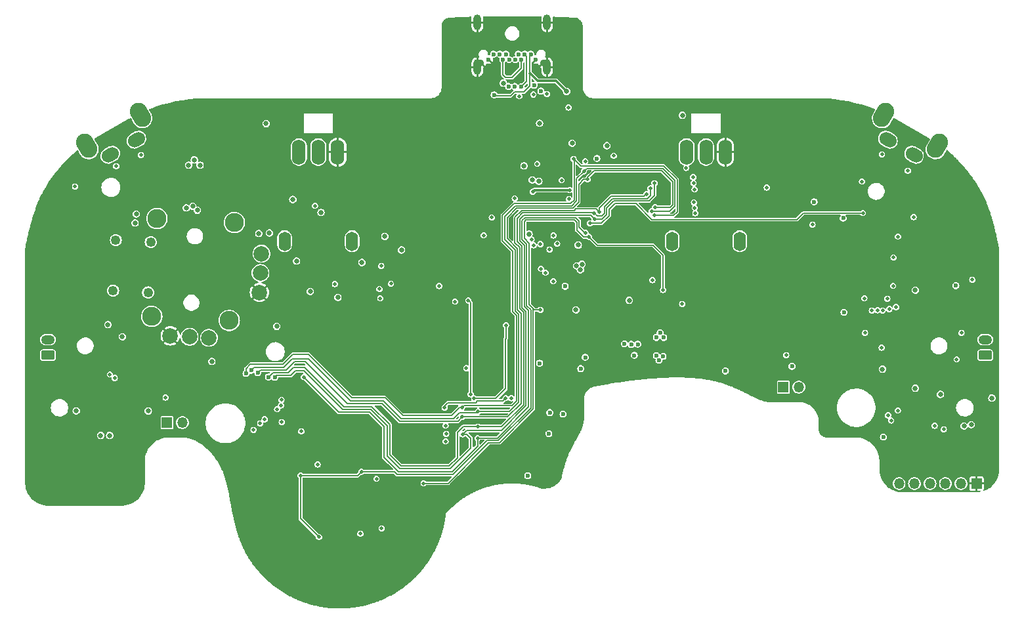
<source format=gbr>
%TF.GenerationSoftware,KiCad,Pcbnew,8.0.2*%
%TF.CreationDate,2024-10-25T03:52:41-07:00*%
%TF.ProjectId,UGC_Main_S1,5547435f-4d61-4696-9e5f-53312e6b6963,rev?*%
%TF.SameCoordinates,Original*%
%TF.FileFunction,Copper,L3,Inr*%
%TF.FilePolarity,Positive*%
%FSLAX46Y46*%
G04 Gerber Fmt 4.6, Leading zero omitted, Abs format (unit mm)*
G04 Created by KiCad (PCBNEW 8.0.2) date 2024-10-25 03:52:41*
%MOMM*%
%LPD*%
G01*
G04 APERTURE LIST*
G04 Aperture macros list*
%AMRoundRect*
0 Rectangle with rounded corners*
0 $1 Rounding radius*
0 $2 $3 $4 $5 $6 $7 $8 $9 X,Y pos of 4 corners*
0 Add a 4 corners polygon primitive as box body*
4,1,4,$2,$3,$4,$5,$6,$7,$8,$9,$2,$3,0*
0 Add four circle primitives for the rounded corners*
1,1,$1+$1,$2,$3*
1,1,$1+$1,$4,$5*
1,1,$1+$1,$6,$7*
1,1,$1+$1,$8,$9*
0 Add four rect primitives between the rounded corners*
20,1,$1+$1,$2,$3,$4,$5,0*
20,1,$1+$1,$4,$5,$6,$7,0*
20,1,$1+$1,$6,$7,$8,$9,0*
20,1,$1+$1,$8,$9,$2,$3,0*%
%AMHorizOval*
0 Thick line with rounded ends*
0 $1 width*
0 $2 $3 position (X,Y) of the first rounded end (center of the circle)*
0 $4 $5 position (X,Y) of the second rounded end (center of the circle)*
0 Add line between two ends*
20,1,$1,$2,$3,$4,$5,0*
0 Add two circle primitives to create the rounded ends*
1,1,$1,$2,$3*
1,1,$1,$4,$5*%
G04 Aperture macros list end*
%TA.AperFunction,ComponentPad*%
%ADD10O,1.772000X3.250000*%
%TD*%
%TA.AperFunction,ComponentPad*%
%ADD11R,1.350000X1.350000*%
%TD*%
%TA.AperFunction,ComponentPad*%
%ADD12O,1.350000X1.350000*%
%TD*%
%TA.AperFunction,ComponentPad*%
%ADD13C,2.450000*%
%TD*%
%TA.AperFunction,ComponentPad*%
%ADD14C,1.250000*%
%TD*%
%TA.AperFunction,ComponentPad*%
%ADD15C,2.000000*%
%TD*%
%TA.AperFunction,ComponentPad*%
%ADD16HorizOval,2.250000X-0.250000X0.433013X0.250000X-0.433013X0*%
%TD*%
%TA.AperFunction,ComponentPad*%
%ADD17HorizOval,1.700000X0.259808X0.150000X-0.259808X-0.150000X0*%
%TD*%
%TA.AperFunction,ComponentPad*%
%ADD18HorizOval,2.250000X-0.250000X-0.433013X0.250000X0.433013X0*%
%TD*%
%TA.AperFunction,ComponentPad*%
%ADD19HorizOval,1.700000X0.259808X-0.150000X-0.259808X0.150000X0*%
%TD*%
%TA.AperFunction,ComponentPad*%
%ADD20RoundRect,0.250000X0.625000X-0.350000X0.625000X0.350000X-0.625000X0.350000X-0.625000X-0.350000X0*%
%TD*%
%TA.AperFunction,ComponentPad*%
%ADD21O,1.750000X1.200000*%
%TD*%
%TA.AperFunction,HeatsinkPad*%
%ADD22O,1.600000X2.500000*%
%TD*%
%TA.AperFunction,ComponentPad*%
%ADD23C,0.600000*%
%TD*%
%TA.AperFunction,ComponentPad*%
%ADD24O,1.000000X2.000000*%
%TD*%
%TA.AperFunction,ComponentPad*%
%ADD25C,0.900000*%
%TD*%
%TA.AperFunction,ViaPad*%
%ADD26C,0.600000*%
%TD*%
%TA.AperFunction,ViaPad*%
%ADD27C,0.500000*%
%TD*%
%TA.AperFunction,ViaPad*%
%ADD28C,0.650000*%
%TD*%
%TA.AperFunction,Conductor*%
%ADD29C,0.300000*%
%TD*%
%TA.AperFunction,Conductor*%
%ADD30C,0.200000*%
%TD*%
%TA.AperFunction,Conductor*%
%ADD31C,0.150000*%
%TD*%
G04 APERTURE END LIST*
D10*
%TO.N,GND*%
%TO.C,S6*%
X245983657Y-101434400D03*
%TD*%
%TO.N,+3V3*%
%TO.C,S4*%
X243483657Y-101434400D03*
%TD*%
%TO.N,GND*%
%TO.C,S3*%
X195983657Y-101434400D03*
%TD*%
%TO.N,ZR_ANALOG*%
%TO.C,S5*%
X240983657Y-101434400D03*
%TD*%
%TO.N,+3V3*%
%TO.C,S1*%
X193483657Y-101434400D03*
%TD*%
%TO.N,ZL_ANALOG*%
%TO.C,S2*%
X190983657Y-101434400D03*
%TD*%
D11*
%TO.N,Net-(D4A-A)*%
%TO.C,J8*%
X253457200Y-131775200D03*
D12*
%TO.N,G*%
X255457200Y-131775200D03*
%TD*%
D13*
%TO.N,*%
%TO.C,SW6*%
X172671539Y-110006388D03*
X172009489Y-122639052D03*
X182657835Y-110529748D03*
X181995785Y-123162412D03*
D14*
%TO.N,H*%
X171861497Y-113043156D03*
X171521313Y-119534248D03*
%TO.N,LS_BTN_IN*%
X167367664Y-112807644D03*
X167027480Y-119298736D03*
D15*
%TO.N,GND*%
X174381765Y-125141637D03*
%TO.N,Net-(SW6-X_OUT)*%
X176878339Y-125272477D03*
%TO.N,+3V3*%
X179374913Y-125403317D03*
%TO.N,GND*%
X185890899Y-119536297D03*
%TO.N,Net-(SW6-Y_OUT)*%
X186021739Y-117039723D03*
%TO.N,+3V3*%
X186152579Y-114543149D03*
%TD*%
D16*
%TO.N,*%
%TO.C,SW7*%
X163618112Y-100644336D03*
X170546316Y-96644336D03*
D17*
%TO.N,H*%
X166643465Y-101784400D03*
%TO.N,Net-(D11A-A)*%
X170020963Y-99834400D03*
%TD*%
D18*
%TO.N,*%
%TO.C,SW8*%
X266420998Y-96644336D03*
X273349202Y-100644336D03*
D19*
%TO.N,G*%
X266946351Y-99834400D03*
%TO.N,Net-(D5B-A)*%
X270323849Y-101784400D03*
%TD*%
D11*
%TO.N,GND*%
%TO.C,J4*%
X278380200Y-144195800D03*
D12*
%TO.N,RS_B_IN*%
X276380200Y-144195800D03*
%TO.N,RS_B_OUT*%
X274380200Y-144195800D03*
%TO.N,RY*%
X272380200Y-144195800D03*
%TO.N,RX*%
X270380200Y-144195800D03*
%TO.N,+3V3*%
X268380200Y-144195800D03*
%TD*%
D11*
%TO.N,LS_BTN_IN*%
%TO.C,J9*%
X173955200Y-136347200D03*
D12*
%TO.N,H*%
X175955200Y-136347200D03*
%TD*%
D20*
%TO.N,G*%
%TO.C,J7*%
X279501600Y-127635000D03*
D21*
%TO.N,Net-(D5C-A)*%
X279501600Y-125635000D03*
%TD*%
D22*
%TO.N,N/C*%
%TO.C,RV2*%
X247833657Y-112934400D03*
X239133657Y-112934400D03*
%TD*%
D20*
%TO.N,H*%
%TO.C,J6*%
X158623000Y-127635000D03*
D21*
%TO.N,Net-(D11C-A)*%
X158623000Y-125635000D03*
%TD*%
D23*
%TO.N,GND*%
%TO.C,J5*%
X221533635Y-89504400D03*
%TO.N,+3V3_PRE*%
X220883635Y-88804400D03*
%TO.N,N_CLOCK*%
X220083635Y-88804400D03*
%TO.N,VBUS_SYS*%
X219683635Y-89504400D03*
%TO.N,CC2*%
X219283635Y-88804400D03*
%TO.N,D+*%
X218883635Y-89504400D03*
%TO.N,D-*%
X218083635Y-89504400D03*
%TO.N,unconnected-(J5-SBU2-PadB8)*%
X217683635Y-88804400D03*
%TO.N,VBUS_SYS*%
X217283635Y-89504400D03*
%TO.N,N_LATCH*%
X216883635Y-88804400D03*
%TO.N,N_DATA*%
X216083635Y-88804400D03*
%TO.N,GND*%
X215433635Y-89504400D03*
D24*
X213983635Y-84704400D03*
D25*
X214433635Y-89904400D03*
D24*
X213983635Y-90454400D03*
X222983635Y-84704400D03*
D25*
X222533635Y-89904400D03*
D24*
X222983635Y-90454400D03*
%TD*%
D22*
%TO.N,N/C*%
%TO.C,RV1*%
X197833657Y-112934400D03*
X189133657Y-112934400D03*
%TD*%
D26*
%TO.N,GND*%
X276275800Y-130835400D03*
D27*
X256583498Y-120742670D03*
X259538908Y-107500400D03*
D26*
X161950400Y-137261600D03*
D27*
X214275000Y-110775000D03*
D26*
X278384000Y-141935200D03*
D28*
X218465400Y-100533200D03*
D27*
X258876800Y-106781600D03*
D26*
X219100400Y-95173800D03*
X160909000Y-137312400D03*
D27*
X207441800Y-119888000D03*
X223545400Y-107416600D03*
X214800000Y-110400000D03*
D28*
X250367800Y-127762000D03*
D26*
X169951400Y-139623800D03*
D28*
X269570200Y-129540000D03*
D27*
X273253200Y-140944600D03*
D28*
X229504526Y-118967615D03*
D27*
X208915000Y-109296200D03*
X201930000Y-108483400D03*
D26*
X278409400Y-141198600D03*
D27*
X223545400Y-133426200D03*
X267309600Y-137566400D03*
D26*
X160350200Y-142570200D03*
D28*
X262509000Y-129362200D03*
D26*
X169367200Y-142036800D03*
D28*
X272999200Y-131470400D03*
D27*
X218328641Y-112035674D03*
D26*
X159893000Y-131622800D03*
X233045000Y-109753400D03*
D27*
X234111800Y-123240800D03*
X259797767Y-106529682D03*
X228449022Y-116721319D03*
D28*
X271297400Y-143357600D03*
D26*
X178308000Y-138176000D03*
D27*
X222554800Y-134924800D03*
D26*
X234797600Y-104521000D03*
X231292400Y-110185200D03*
X231292400Y-104571800D03*
D28*
X273685000Y-129565400D03*
X238912400Y-127635000D03*
X227748754Y-118990566D03*
X218694000Y-98602800D03*
X238937800Y-125831600D03*
D27*
X230632000Y-119405400D03*
D28*
X269595600Y-131470400D03*
D27*
X222681800Y-132943600D03*
X253022161Y-106650220D03*
D28*
X250672600Y-125704600D03*
X263779000Y-127889000D03*
D26*
X169443400Y-141122400D03*
X160223200Y-141630400D03*
X160959800Y-132130800D03*
D27*
X222707200Y-134239000D03*
D28*
%TO.N,LX*%
X196011800Y-120192800D03*
X179755800Y-128447800D03*
%TO.N,LY*%
X190677800Y-115493800D03*
X192430400Y-119430800D03*
D27*
%TO.N,Net-(D4A-A)*%
X266141200Y-126669800D03*
X242112800Y-109321600D03*
X266877800Y-120345200D03*
X267131800Y-121691400D03*
X268249400Y-112344200D03*
X253847600Y-127635000D03*
%TO.N,+1V1*%
X227914200Y-102641400D03*
X225882200Y-106324400D03*
X221132400Y-106553000D03*
D28*
%TO.N,LRA_R*%
X266242800Y-129438400D03*
D27*
X223788683Y-118099400D03*
D28*
%TO.N,VBUS_SYS*%
X230708200Y-100609400D03*
X233578400Y-120548400D03*
D26*
%TO.N,BTN_PWR*%
X223215200Y-137769600D03*
X223343093Y-135037482D03*
D27*
X236575600Y-117957600D03*
X222783400Y-116992400D03*
D26*
%TO.N,D+*%
X218020000Y-92960000D03*
%TO.N,D-*%
X218813581Y-92957751D03*
D28*
%TO.N,SL_RGB*%
X185801000Y-111937800D03*
X190195200Y-107543600D03*
%TO.N,Net-(L2-DOUT)*%
X166344600Y-123698000D03*
X170002200Y-109423200D03*
D26*
%TO.N,N_LATCH*%
X221319912Y-92810852D03*
%TO.N,N_DATA*%
X222190000Y-93548200D03*
%TO.N,N_CLOCK*%
X219660000Y-92980000D03*
%TO.N,RP_RUN*%
X225323794Y-118752774D03*
X229412800Y-102260400D03*
D27*
X218372572Y-133193850D03*
%TO.N,USB_BOOT*%
X214807800Y-112166400D03*
X211124800Y-120726200D03*
D26*
X225040000Y-135250000D03*
D27*
%TO.N,RGB_OUT*%
X221716600Y-102946200D03*
X193040000Y-108356400D03*
%TO.N,SHARED_PU*%
X225755200Y-95681800D03*
X222961200Y-93929200D03*
X221225180Y-94002017D03*
X219394150Y-94218778D03*
%TO.N,LADC_CS*%
X221259400Y-113461800D03*
X195630800Y-118465600D03*
%TO.N,SPI_TX*%
X202844400Y-118414800D03*
X265607800Y-121843800D03*
X201472800Y-120294400D03*
X224282000Y-113258600D03*
X267360400Y-136067800D03*
%TO.N,SPI_RX*%
X266979400Y-135407400D03*
X209067400Y-118719600D03*
X223314292Y-114001645D03*
X264871200Y-121869200D03*
%TO.N,SPI_CK*%
X223824800Y-112191800D03*
X266268200Y-121869200D03*
X268224000Y-134772400D03*
X201366000Y-119105800D03*
D28*
%TO.N,RADC_CS*%
X227004875Y-113428678D03*
X270484600Y-119253000D03*
X273735800Y-132689600D03*
D27*
%TO.N,IMU0_CS*%
X201599800Y-116128800D03*
X220980000Y-112725200D03*
D28*
%TO.N,ZL_ANALOG*%
X221081600Y-105029000D03*
X193827400Y-109220000D03*
%TO.N,ZR_ANALOG*%
X221940000Y-105200000D03*
D27*
X240935134Y-103462233D03*
D26*
%TO.N,E*%
X187867610Y-130476935D03*
D27*
X212115400Y-137845800D03*
X236321600Y-106121200D03*
X229055724Y-109296201D03*
%TO.N,D*%
X229717600Y-109169200D03*
X235813600Y-106832400D03*
D26*
X187045600Y-130454400D03*
D27*
X214045800Y-136855200D03*
D26*
%TO.N,+3V3_PRE*%
X216165246Y-94049711D03*
D28*
X225500000Y-93610000D03*
D27*
%TO.N,IMU1_CS*%
X222130000Y-113310000D03*
%TO.N,C*%
X228200164Y-104966757D03*
X212039200Y-135610600D03*
D26*
X185674000Y-129895600D03*
D27*
X236920856Y-108544138D03*
D28*
%TO.N,CC1*%
X217350000Y-92530000D03*
D27*
%TO.N,Net-(D5B-A)*%
X269519400Y-103835200D03*
X241884200Y-105435400D03*
X263601200Y-105232200D03*
%TO.N,A*%
X226415600Y-102311200D03*
X236853904Y-109619539D03*
X212013800Y-134391400D03*
D26*
X184150000Y-129997200D03*
%TO.N,B*%
X184810400Y-129590800D03*
D27*
X236474058Y-109051928D03*
X214096600Y-134899400D03*
X227736400Y-103886000D03*
D26*
%TO.N,+3V3*%
X245999000Y-129667000D03*
D28*
X227279200Y-116611400D03*
D26*
X257429000Y-107848400D03*
D28*
X226796600Y-116128800D03*
X177292000Y-108432600D03*
D27*
X215846705Y-109870895D03*
D28*
X168198800Y-125272800D03*
X177495200Y-102438200D03*
X220658568Y-111998972D03*
D26*
X237566200Y-124739400D03*
D28*
X188112400Y-123926600D03*
D26*
X266369800Y-138201400D03*
D28*
X227500000Y-115900000D03*
D26*
X238031090Y-125368176D03*
D28*
X186740800Y-97764600D03*
D27*
X231586200Y-101911955D03*
D28*
X280365200Y-133172200D03*
D26*
X237413800Y-128295400D03*
X275717000Y-118668800D03*
X237083600Y-127685800D03*
D28*
X169849800Y-110583609D03*
X240446692Y-96679849D03*
D26*
X220497400Y-143205200D03*
D28*
X176453800Y-108635800D03*
D27*
X225806000Y-107492800D03*
D26*
X261289800Y-122097800D03*
X237947200Y-127787400D03*
D28*
X220005282Y-103213573D03*
X162255200Y-134823200D03*
X176758600Y-103124000D03*
X199097900Y-115684300D03*
X187172600Y-111861600D03*
X178231800Y-103124000D03*
D26*
X237083600Y-125349000D03*
D28*
X222021400Y-97713800D03*
X226212400Y-100279200D03*
X270484600Y-131902200D03*
X202057000Y-112318800D03*
D27*
X224866200Y-105054400D03*
D28*
X177876200Y-108940600D03*
D27*
X218821000Y-107416600D03*
D28*
X204220000Y-114070000D03*
X226718285Y-121785989D03*
D27*
%TO.N,F*%
X191592200Y-130454400D03*
X214020400Y-138328400D03*
X236837529Y-105442522D03*
X229108000Y-110083600D03*
%TO.N,RS_B_OUT*%
X272973800Y-136753600D03*
%TO.N,Net-(D5C-A)*%
X241833400Y-104673400D03*
X275818600Y-128168400D03*
%TO.N,Net-(D8C-A)*%
X191287400Y-137464800D03*
X188753270Y-136277422D03*
%TO.N,Net-(D8B-A)*%
X186563000Y-135915400D03*
X198907400Y-150672800D03*
%TO.N,Net-(D8A-A)*%
X185978800Y-136448800D03*
X193395600Y-141732000D03*
%TO.N,RS_B_IN*%
X274167600Y-137210800D03*
%TO.N,Net-(D11A-A)*%
X188171967Y-134603702D03*
X162102800Y-105867200D03*
X170611800Y-101803200D03*
%TO.N,Net-(D11C-A)*%
X188724384Y-133414380D03*
X167233600Y-130581400D03*
%TO.N,Net-(D12C-A)*%
X209770157Y-134423074D03*
X217652600Y-133172200D03*
%TO.N,Net-(D12A-A)*%
X213588600Y-133223000D03*
X217678000Y-123799600D03*
%TO.N,Net-(D12B-A)*%
X213131400Y-132689600D03*
X212826600Y-120573800D03*
%TO.N,Net-(D13A-A)*%
X212572600Y-129311400D03*
X209905600Y-136728200D03*
%TO.N,Net-(D13B-A)*%
X209981800Y-137795000D03*
X200990200Y-143586200D03*
%TO.N,H*%
X191185800Y-143179800D03*
X227931351Y-111850544D03*
X193573400Y-151104600D03*
X167411400Y-103251000D03*
X199034400Y-142671800D03*
X185115200Y-137287000D03*
X166598600Y-130124200D03*
%TO.N,G*%
X263728200Y-109296200D03*
X267614400Y-118694200D03*
X267995400Y-121437400D03*
D26*
X227330000Y-129362200D03*
D27*
X276453600Y-124764800D03*
X264007600Y-124764800D03*
X277825200Y-117906800D03*
X267665200Y-115036600D03*
X228535538Y-110624007D03*
X263906000Y-120294400D03*
X266179300Y-101714300D03*
D26*
X254584200Y-129082800D03*
D27*
%TO.N,I*%
X207060800Y-144170400D03*
X228396800Y-112369600D03*
X222118121Y-121793838D03*
D26*
X227914200Y-127914400D03*
D27*
X201650600Y-149987000D03*
D26*
X222021400Y-128676400D03*
D27*
X237947200Y-119227600D03*
%TO.N,LS_BTN_IN*%
X173786800Y-133096000D03*
X188672392Y-134129273D03*
%TO.N,LRA_L*%
X222199200Y-116484400D03*
D28*
X171551600Y-134848600D03*
%TO.N,LRA_L+*%
X165410263Y-137988533D03*
%TO.N,LRA_R+*%
X277698200Y-136601200D03*
%TO.N,LRA_R-*%
X276758400Y-136779000D03*
%TO.N,LRA_L-*%
X166568997Y-137996991D03*
D27*
%TO.N,X2*%
X257225800Y-110794800D03*
X242036600Y-108610400D03*
D26*
X234688113Y-126218996D03*
%TO.N,X3*%
X261188200Y-109956600D03*
D27*
X241935000Y-107924600D03*
D26*
X233832400Y-126238000D03*
D27*
X270256000Y-109829600D03*
%TO.N,X4*%
X242011200Y-106248200D03*
X251333000Y-106019600D03*
D26*
X232956100Y-126174500D03*
D27*
%TO.N,X5*%
X240411000Y-121031000D03*
D26*
X234238800Y-127660400D03*
D27*
X209905600Y-138760200D03*
%TD*%
D29*
%TO.N,+1V1*%
X221132400Y-106553000D02*
X221361000Y-106324400D01*
X221361000Y-106324400D02*
X225882200Y-106324400D01*
D30*
%TO.N,VBUS_SYS*%
X219683635Y-90576365D02*
X219683635Y-89504400D01*
X217283635Y-89504400D02*
X217283635Y-91452035D01*
X218489800Y-91770200D02*
X219683635Y-90576365D01*
X217283635Y-91452035D02*
X217601800Y-91770200D01*
X217601800Y-91770200D02*
X218489800Y-91770200D01*
%TO.N,N_CLOCK*%
X220340000Y-92300000D02*
X220340000Y-89060765D01*
X219660000Y-92980000D02*
X220340000Y-92300000D01*
X220340000Y-89060765D02*
X220083635Y-88804400D01*
D31*
%TO.N,E*%
X229055724Y-109296201D02*
X229082601Y-109296201D01*
D30*
X202336400Y-140614400D02*
X202336400Y-136741226D01*
X202336400Y-136741226D02*
X200220774Y-134625600D01*
X189890400Y-130251200D02*
X188093345Y-130251200D01*
D31*
X229082601Y-109296201D02*
X229463600Y-109677200D01*
X229463600Y-109677200D02*
X230022400Y-109677200D01*
D30*
X213156800Y-139649200D02*
X210515200Y-142290800D01*
D31*
X219130116Y-109970148D02*
X219834264Y-109266000D01*
D30*
X212623400Y-137845800D02*
X213156800Y-138379200D01*
X196601600Y-134625600D02*
X191617600Y-129641600D01*
D31*
X235915200Y-107442000D02*
X236321600Y-107035600D01*
X236321600Y-107035600D02*
X236321600Y-106121200D01*
X219760800Y-121495736D02*
X219760800Y-113588800D01*
D30*
X188093345Y-130251200D02*
X187867610Y-130476935D01*
D31*
X212115400Y-137845800D02*
X212598000Y-137363200D01*
X219130116Y-112958116D02*
X219130116Y-109970148D01*
X230378000Y-108458000D02*
X231394000Y-107442000D01*
D30*
X191617600Y-129641600D02*
X190500000Y-129641600D01*
D31*
X230378000Y-109321600D02*
X230378000Y-108458000D01*
X219834264Y-109266000D02*
X229025523Y-109266000D01*
D30*
X213156800Y-138379200D02*
X213156800Y-139649200D01*
D31*
X220268800Y-134162800D02*
X220268800Y-122003736D01*
D30*
X200220774Y-134625600D02*
X196601600Y-134625600D01*
D31*
X220268800Y-122003736D02*
X219760800Y-121495736D01*
D30*
X210515200Y-142290800D02*
X204012800Y-142290800D01*
X204012800Y-142290800D02*
X202336400Y-140614400D01*
D31*
X229025523Y-109266000D02*
X229055724Y-109296201D01*
X217068400Y-137363200D02*
X220268800Y-134162800D01*
X212598000Y-137363200D02*
X217068400Y-137363200D01*
X219760800Y-113588800D02*
X219130116Y-112958116D01*
X230022400Y-109677200D02*
X230378000Y-109321600D01*
D30*
X190500000Y-129641600D02*
X189890400Y-130251200D01*
D31*
X231394000Y-107442000D02*
X235915200Y-107442000D01*
D30*
X212115400Y-137845800D02*
X212623400Y-137845800D01*
D31*
%TO.N,D*%
X229717600Y-109169200D02*
X229717600Y-108661200D01*
X219964000Y-122123200D02*
X219964000Y-134010400D01*
X226669600Y-108762800D02*
X226466400Y-108966000D01*
D30*
X212191600Y-136855200D02*
X211404200Y-137642600D01*
D31*
X219456000Y-113741200D02*
X219456000Y-121615200D01*
X226466400Y-108966000D02*
X219710000Y-108966000D01*
X231241600Y-107137200D02*
X235508800Y-107137200D01*
D30*
X202692000Y-140462000D02*
X202692000Y-136575800D01*
D31*
X219456000Y-121615200D02*
X219964000Y-122123200D01*
D30*
X211404200Y-140868400D02*
X210331800Y-141940800D01*
X191719200Y-129235200D02*
X190246000Y-129235200D01*
X214045800Y-136855200D02*
X212191600Y-136855200D01*
D31*
X229717600Y-109169200D02*
X229311200Y-108762800D01*
X229311200Y-108762800D02*
X226669600Y-108762800D01*
D30*
X196748400Y-134264400D02*
X191719200Y-129235200D01*
D31*
X219710000Y-108966000D02*
X218824518Y-109851482D01*
X217119200Y-136855200D02*
X214045800Y-136855200D01*
D30*
X200380600Y-134264400D02*
X196748400Y-134264400D01*
X211404200Y-137642600D02*
X211404200Y-140868400D01*
X210331800Y-141940800D02*
X204170800Y-141940800D01*
D31*
X219964000Y-134010400D02*
X217119200Y-136855200D01*
D30*
X187604400Y-129895600D02*
X187045600Y-130454400D01*
X204170800Y-141940800D02*
X202692000Y-140462000D01*
X202692000Y-136575800D02*
X200380600Y-134264400D01*
X189585600Y-129895600D02*
X187604400Y-129895600D01*
D31*
X218824518Y-109851482D02*
X218824518Y-113109718D01*
X235508800Y-107137200D02*
X235813600Y-106832400D01*
X229717600Y-108661200D02*
X231241600Y-107137200D01*
D30*
X190246000Y-129235200D02*
X189585600Y-129895600D01*
D31*
X218824518Y-113109718D02*
X219456000Y-113741200D01*
D30*
%TO.N,+3V3_PRE*%
X218260000Y-94150000D02*
X218780000Y-93630000D01*
X216165246Y-94049711D02*
X216265535Y-94150000D01*
X220870000Y-88810000D02*
X220878035Y-88810000D01*
X220740000Y-92920000D02*
X220740000Y-88948035D01*
X220878035Y-88810000D02*
X220883635Y-88804400D01*
D29*
X224120000Y-92230000D02*
X225500000Y-93610000D01*
D30*
X216265535Y-94150000D02*
X218260000Y-94150000D01*
X220740000Y-88948035D02*
X220878035Y-88810000D01*
D29*
X220790187Y-91276657D02*
X220822567Y-91276657D01*
X220822567Y-91276657D02*
X221775910Y-92230000D01*
X221775910Y-92230000D02*
X224120000Y-92230000D01*
D30*
X220030000Y-93630000D02*
X220740000Y-92920000D01*
X218780000Y-93630000D02*
X220030000Y-93630000D01*
D31*
%TO.N,C*%
X219659200Y-122290672D02*
X219151200Y-121782672D01*
X219049600Y-108661200D02*
X226314000Y-108661200D01*
X217906600Y-135610600D02*
X219659200Y-133858000D01*
X229057200Y-103835200D02*
X237744000Y-103835200D01*
X238877062Y-108544138D02*
X236920856Y-108544138D01*
X226314000Y-108661200D02*
X227076000Y-107899200D01*
X239166400Y-108254800D02*
X238877062Y-108544138D01*
X239166400Y-105257600D02*
X239166400Y-108254800D01*
D30*
X197180200Y-133883400D02*
X201701400Y-133883400D01*
X191770000Y-128473200D02*
X197180200Y-133883400D01*
D31*
X217830400Y-109880400D02*
X219049600Y-108661200D01*
X219151200Y-121782672D02*
X219151200Y-113893600D01*
D30*
X203987400Y-136169400D02*
X211480400Y-136169400D01*
D31*
X217830400Y-112572800D02*
X217830400Y-109880400D01*
X237744000Y-103835200D02*
X239166400Y-105257600D01*
D30*
X185674000Y-129895600D02*
X186029600Y-129540000D01*
X190398400Y-128473200D02*
X191770000Y-128473200D01*
X186029600Y-129540000D02*
X189331600Y-129540000D01*
D31*
X219151200Y-113893600D02*
X217830400Y-112572800D01*
X227076000Y-105562400D02*
X227671643Y-104966757D01*
D30*
X201701400Y-133883400D02*
X203987400Y-136169400D01*
X189331600Y-129540000D02*
X190398400Y-128473200D01*
D31*
X219659200Y-133858000D02*
X219659200Y-122290672D01*
X212039200Y-135610600D02*
X217906600Y-135610600D01*
X228200164Y-104692236D02*
X229057200Y-103835200D01*
X227076000Y-107899200D02*
X227076000Y-105562400D01*
X228200164Y-104966757D02*
X228200164Y-104692236D01*
D30*
X211480400Y-136169400D02*
X212039200Y-135610600D01*
D31*
X227671643Y-104966757D02*
X228200164Y-104966757D01*
%TO.N,A*%
X218440000Y-134162800D02*
X219049600Y-133553200D01*
D30*
X212013800Y-134391400D02*
X211658200Y-134391400D01*
D31*
X212013800Y-134391400D02*
X212242400Y-134162800D01*
X217220800Y-112877600D02*
X217220800Y-109575600D01*
X239776000Y-109118400D02*
X239274861Y-109619539D01*
X218744800Y-108051600D02*
X226009200Y-108051600D01*
D30*
X211658200Y-134391400D02*
X210642200Y-135407400D01*
D31*
X219049600Y-133553200D02*
X219049600Y-122529600D01*
D30*
X197815200Y-133121400D02*
X192252600Y-127558800D01*
D31*
X218541600Y-122021600D02*
X218541600Y-114198400D01*
X238048800Y-103225600D02*
X239776000Y-104952800D01*
D30*
X188874400Y-128828800D02*
X184708800Y-128828800D01*
X210642200Y-135407400D02*
X204368400Y-135407400D01*
D31*
X212242400Y-134162800D02*
X218440000Y-134162800D01*
X217220800Y-109575600D02*
X218744800Y-108051600D01*
X239274861Y-109619539D02*
X236853904Y-109619539D01*
D30*
X184150000Y-129387600D02*
X184150000Y-129997200D01*
D31*
X226466400Y-102362000D02*
X226415600Y-102311200D01*
X227330000Y-103225600D02*
X238048800Y-103225600D01*
D30*
X192252600Y-127558800D02*
X190144400Y-127558800D01*
D31*
X226009200Y-108051600D02*
X226466400Y-107594400D01*
D30*
X204368400Y-135407400D02*
X202082400Y-133121400D01*
D31*
X226415600Y-102311200D02*
X227330000Y-103225600D01*
X219049600Y-122529600D02*
X218541600Y-122021600D01*
X226466400Y-107594400D02*
X226466400Y-102362000D01*
X218541600Y-114198400D02*
X217220800Y-112877600D01*
D30*
X202082400Y-133121400D02*
X197815200Y-133121400D01*
X190144400Y-127558800D02*
X188874400Y-128828800D01*
X184708800Y-128828800D02*
X184150000Y-129387600D01*
D31*
X239776000Y-104952800D02*
X239776000Y-109118400D01*
%TO.N,B*%
X217525600Y-109728000D02*
X217525600Y-112725200D01*
X217525600Y-112725200D02*
X218846400Y-114046000D01*
X218846400Y-121902136D02*
X219349600Y-122405336D01*
D30*
X192252600Y-128117600D02*
X190093600Y-128117600D01*
X201904600Y-133502400D02*
X197637400Y-133502400D01*
D31*
X226771200Y-104851200D02*
X226771200Y-107746800D01*
X238826472Y-109051928D02*
X236474058Y-109051928D01*
X218897200Y-108356400D02*
X217525600Y-109728000D01*
X227736400Y-103886000D02*
X226771200Y-104851200D01*
X219349600Y-122405336D02*
X219349600Y-133710400D01*
X227736400Y-103886000D02*
X228092000Y-103530400D01*
D30*
X190093600Y-128117600D02*
X189026800Y-129184400D01*
D31*
X226161600Y-108356400D02*
X218897200Y-108356400D01*
D30*
X214096600Y-134899400D02*
X213969600Y-135026400D01*
X204190600Y-135788400D02*
X201904600Y-133502400D01*
D31*
X226771200Y-107746800D02*
X226161600Y-108356400D01*
X218846400Y-114046000D02*
X218846400Y-121902136D01*
X237896400Y-103530400D02*
X239471200Y-105105200D01*
D30*
X197637400Y-133502400D02*
X192252600Y-128117600D01*
D31*
X219349600Y-133710400D02*
X218160600Y-134899400D01*
X218160600Y-134899400D02*
X214096600Y-134899400D01*
D30*
X185216800Y-129184400D02*
X184810400Y-129590800D01*
X210921600Y-135788400D02*
X204190600Y-135788400D01*
X189026800Y-129184400D02*
X185216800Y-129184400D01*
D31*
X228092000Y-103530400D02*
X237896400Y-103530400D01*
D30*
X211683600Y-135026400D02*
X210921600Y-135788400D01*
D31*
X239471200Y-108407200D02*
X238826472Y-109051928D01*
D30*
X213969600Y-135026400D02*
X211683600Y-135026400D01*
D31*
X239471200Y-105105200D02*
X239471200Y-108407200D01*
%TO.N,F*%
X220573600Y-121884272D02*
X220573600Y-134315200D01*
X219441481Y-110083047D02*
X219441481Y-112845217D01*
D30*
X201980800Y-136880600D02*
X201980800Y-140817600D01*
D31*
X220065600Y-113469336D02*
X220065600Y-121376272D01*
D30*
X191592200Y-130454400D02*
X196113400Y-134975600D01*
D31*
X228600000Y-109575600D02*
X219948928Y-109575600D01*
D30*
X203809600Y-142646400D02*
X210718400Y-142646400D01*
D31*
X216560400Y-138328400D02*
X214020400Y-138328400D01*
X230682800Y-108610400D02*
X231546400Y-107746800D01*
D30*
X200075800Y-134975600D02*
X201980800Y-136880600D01*
D31*
X219441481Y-112845217D02*
X220065600Y-113469336D01*
X236118400Y-107746800D02*
X236837529Y-107027671D01*
X231546400Y-107746800D02*
X236118400Y-107746800D01*
D30*
X214020400Y-139344400D02*
X214020400Y-138328400D01*
D31*
X220573600Y-134315200D02*
X216560400Y-138328400D01*
D30*
X201980800Y-140817600D02*
X203809600Y-142646400D01*
D31*
X230682800Y-109474000D02*
X230682800Y-108610400D01*
X219948928Y-109575600D02*
X219441481Y-110083047D01*
X230073200Y-110083600D02*
X230682800Y-109474000D01*
X229108000Y-110083600D02*
X230073200Y-110083600D01*
X229108000Y-110083600D02*
X228600000Y-109575600D01*
D30*
X196113400Y-134975600D02*
X200075800Y-134975600D01*
X210718400Y-142646400D02*
X214020400Y-139344400D01*
D31*
X220065600Y-121376272D02*
X220573600Y-121884272D01*
X236837529Y-107027671D02*
X236837529Y-105442522D01*
D30*
%TO.N,Net-(D12C-A)*%
X217246200Y-133578600D02*
X217652600Y-133172200D01*
X209770157Y-134196643D02*
X210185000Y-133781800D01*
X213995000Y-133578600D02*
X217246200Y-133578600D01*
X213791800Y-133781800D02*
X213995000Y-133578600D01*
X210185000Y-133781800D02*
X213791800Y-133781800D01*
X209770157Y-134423074D02*
X209770157Y-134196643D01*
%TO.N,Net-(D12A-A)*%
X217652600Y-131953000D02*
X216382600Y-133223000D01*
X217678000Y-125476000D02*
X217652600Y-125501400D01*
X217678000Y-123799600D02*
X217678000Y-125476000D01*
X216382600Y-133223000D02*
X213588600Y-133223000D01*
X217652600Y-125501400D02*
X217652600Y-131953000D01*
%TO.N,Net-(D12B-A)*%
X213131400Y-132689600D02*
X213131400Y-120878600D01*
X213131400Y-120878600D02*
X212826600Y-120573800D01*
%TO.N,H*%
X191185800Y-148717000D02*
X193573400Y-151104600D01*
X191185800Y-143179800D02*
X191185800Y-148717000D01*
D31*
X227126800Y-110337600D02*
X227126800Y-111099600D01*
X219752845Y-112717245D02*
X219752845Y-110243955D01*
X220878400Y-134467600D02*
X220878400Y-121760327D01*
X226669600Y-109880400D02*
X227126800Y-110337600D01*
X227126800Y-111099600D02*
X227877744Y-111850544D01*
X220116400Y-109880400D02*
X226669600Y-109880400D01*
D30*
X203276200Y-142671800D02*
X203606400Y-143002000D01*
X203606400Y-143002000D02*
X210870800Y-143002000D01*
D31*
X227877744Y-111850544D02*
X227931351Y-111850544D01*
X220365600Y-113330000D02*
X219752845Y-112717245D01*
X215239600Y-138633200D02*
X210870800Y-143002000D01*
D30*
X199034400Y-142671800D02*
X203276200Y-142671800D01*
D31*
X216712800Y-138633200D02*
X220878400Y-134467600D01*
X220365600Y-121247527D02*
X220365600Y-113330000D01*
D30*
X191185800Y-143179800D02*
X198526400Y-143179800D01*
D31*
X220878400Y-121760327D02*
X220365600Y-121247527D01*
X219752845Y-110243955D02*
X220116400Y-109880400D01*
X215239600Y-138633200D02*
X216712800Y-138633200D01*
D30*
X198526400Y-143179800D02*
X199034400Y-142671800D01*
D31*
%TO.N,G*%
X234442000Y-108051600D02*
X236524800Y-110134400D01*
X256057400Y-109296200D02*
X263728200Y-109296200D01*
X236524800Y-110134400D02*
X255219200Y-110134400D01*
X255219200Y-110134400D02*
X256057400Y-109296200D01*
X230987600Y-109626400D02*
X230987600Y-108813600D01*
X228535538Y-110624007D02*
X229989993Y-110624007D01*
X229989993Y-110624007D02*
X230987600Y-109626400D01*
X231749600Y-108051600D02*
X234442000Y-108051600D01*
X230987600Y-108813600D02*
X231749600Y-108051600D01*
%TO.N,I*%
X220273600Y-110180400D02*
X220065600Y-110388400D01*
X236626400Y-113436400D02*
X237947200Y-114757200D01*
X216824813Y-138945451D02*
X215435349Y-138945451D01*
X221179939Y-121637603D02*
X221179939Y-134590325D01*
X215435349Y-138945451D02*
X210210400Y-144170400D01*
X226822000Y-111506000D02*
X226822000Y-110490000D01*
D30*
X207060800Y-144170400D02*
X210210400Y-144170400D01*
D31*
X227685600Y-112369600D02*
X226822000Y-111506000D01*
X226512400Y-110180400D02*
X220273600Y-110180400D01*
X237947200Y-114757200D02*
X237947200Y-119227600D01*
X228396800Y-112369600D02*
X227685600Y-112369600D01*
X220065600Y-112572800D02*
X220675200Y-113182400D01*
X226822000Y-110490000D02*
X226512400Y-110180400D01*
X220065600Y-110388400D02*
X220065600Y-112572800D01*
X228396800Y-112369600D02*
X229463600Y-113436400D01*
X221179939Y-134590325D02*
X216824813Y-138945451D01*
X220675200Y-121132863D02*
X221336175Y-121793838D01*
X220675200Y-113182400D02*
X220675200Y-121132863D01*
X229463600Y-113436400D02*
X236626400Y-113436400D01*
X221336175Y-121793838D02*
X222118121Y-121793838D01*
%TD*%
%TA.AperFunction,Conductor*%
%TO.N,GND*%
G36*
X219344069Y-108908374D02*
G01*
X219365743Y-108960700D01*
X219344069Y-109013025D01*
X219007616Y-109349478D01*
X218696783Y-109660311D01*
X218633348Y-109723745D01*
X218624300Y-109745590D01*
X218599017Y-109806626D01*
X218599017Y-109904948D01*
X218599018Y-109904957D01*
X218599018Y-112843861D01*
X218577344Y-112896187D01*
X218525018Y-112917861D01*
X218472692Y-112896187D01*
X218077574Y-112501069D01*
X218055900Y-112448743D01*
X218055900Y-110004457D01*
X218077574Y-109952131D01*
X219121331Y-108908374D01*
X219173657Y-108886700D01*
X219291743Y-108886700D01*
X219344069Y-108908374D01*
G37*
%TD.AperFunction*%
%TA.AperFunction,Conductor*%
G36*
X237672269Y-104082374D02*
G01*
X238919226Y-105329331D01*
X238940900Y-105381657D01*
X238940900Y-108130743D01*
X238919226Y-108183069D01*
X238805331Y-108296964D01*
X238753005Y-108318638D01*
X237292399Y-108318638D01*
X237240074Y-108296964D01*
X237159198Y-108216088D01*
X237046160Y-108158492D01*
X237046158Y-108158491D01*
X237046157Y-108158491D01*
X236920856Y-108138646D01*
X236795554Y-108158491D01*
X236682512Y-108216089D01*
X236592807Y-108305794D01*
X236535209Y-108418836D01*
X236515364Y-108544138D01*
X236515364Y-108544141D01*
X236518582Y-108564464D01*
X236505359Y-108619535D01*
X236457070Y-108649126D01*
X236348756Y-108666281D01*
X236348754Y-108666281D01*
X236348754Y-108666282D01*
X236344582Y-108668408D01*
X236235714Y-108723879D01*
X236146009Y-108813584D01*
X236146008Y-108813586D01*
X236097851Y-108908100D01*
X236088411Y-108926626D01*
X236068566Y-109051928D01*
X236088411Y-109177232D01*
X236090211Y-109182768D01*
X236086910Y-109183840D01*
X236090455Y-109229008D01*
X236053662Y-109272067D01*
X235997199Y-109276498D01*
X235967756Y-109258451D01*
X234807931Y-108098626D01*
X234786257Y-108046300D01*
X234807931Y-107993974D01*
X234860257Y-107972300D01*
X236064925Y-107972300D01*
X236064933Y-107972301D01*
X236073545Y-107972301D01*
X236163254Y-107972301D01*
X236163255Y-107972301D01*
X236231445Y-107944055D01*
X236246136Y-107937970D01*
X236309570Y-107874536D01*
X236309570Y-107874535D01*
X236319975Y-107864130D01*
X236319977Y-107864127D01*
X236954856Y-107229248D01*
X236954859Y-107229246D01*
X236965264Y-107218841D01*
X236965265Y-107218841D01*
X237028699Y-107155407D01*
X237048686Y-107107154D01*
X237048687Y-107107153D01*
X237063030Y-107072526D01*
X237063030Y-106976858D01*
X237063029Y-106976844D01*
X237063029Y-105814065D01*
X237084702Y-105761740D01*
X237165579Y-105680864D01*
X237223175Y-105567826D01*
X237243021Y-105442522D01*
X237223175Y-105317218D01*
X237165579Y-105204180D01*
X237075871Y-105114472D01*
X236962833Y-105056876D01*
X236962831Y-105056875D01*
X236962830Y-105056875D01*
X236837529Y-105037030D01*
X236712227Y-105056875D01*
X236599185Y-105114473D01*
X236509480Y-105204178D01*
X236451882Y-105317220D01*
X236432037Y-105442522D01*
X236451882Y-105567823D01*
X236451882Y-105567824D01*
X236451883Y-105567826D01*
X236466407Y-105596330D01*
X236479350Y-105621732D01*
X236483793Y-105678195D01*
X236447010Y-105721262D01*
X236401839Y-105728416D01*
X236321600Y-105715708D01*
X236196298Y-105735553D01*
X236083256Y-105793151D01*
X235993551Y-105882856D01*
X235935953Y-105995898D01*
X235916108Y-106121200D01*
X235935954Y-106246504D01*
X235980750Y-106334421D01*
X235985194Y-106390883D01*
X235948411Y-106433950D01*
X235903240Y-106441105D01*
X235813600Y-106426908D01*
X235688298Y-106446753D01*
X235575256Y-106504351D01*
X235485551Y-106594056D01*
X235427953Y-106707098D01*
X235408108Y-106832400D01*
X235408108Y-106837700D01*
X235386434Y-106890026D01*
X235334108Y-106911700D01*
X231196745Y-106911700D01*
X231113866Y-106946028D01*
X229526429Y-108533465D01*
X229522381Y-108539524D01*
X229519476Y-108537583D01*
X229488358Y-108568670D01*
X229431756Y-108568656D01*
X229405798Y-108557904D01*
X229356055Y-108537299D01*
X229266345Y-108537299D01*
X229257733Y-108537299D01*
X229257725Y-108537300D01*
X226935457Y-108537300D01*
X226883131Y-108515626D01*
X226861457Y-108463300D01*
X226883131Y-108410974D01*
X226955829Y-108338276D01*
X227193327Y-108100776D01*
X227193330Y-108100775D01*
X227203735Y-108090370D01*
X227203736Y-108090370D01*
X227267170Y-108026936D01*
X227289219Y-107973704D01*
X227301501Y-107944054D01*
X227301501Y-107854345D01*
X227301501Y-107848387D01*
X227301500Y-107848373D01*
X227301500Y-105686457D01*
X227323174Y-105634131D01*
X227743375Y-105213931D01*
X227795701Y-105192257D01*
X227828621Y-105192257D01*
X227880945Y-105213930D01*
X227961822Y-105294807D01*
X228074860Y-105352403D01*
X228200164Y-105372249D01*
X228325468Y-105352403D01*
X228438506Y-105294807D01*
X228528214Y-105205099D01*
X228585810Y-105092061D01*
X228605656Y-104966757D01*
X228585810Y-104841453D01*
X228537322Y-104746292D01*
X228532880Y-104689831D01*
X228550930Y-104660374D01*
X229128931Y-104082374D01*
X229181257Y-104060700D01*
X237619943Y-104060700D01*
X237672269Y-104082374D01*
G37*
%TD.AperFunction*%
%TA.AperFunction,Conductor*%
G36*
X218599342Y-83889145D02*
G01*
X218599367Y-83889156D01*
X218599368Y-83889146D01*
X218599434Y-83889146D01*
X218715114Y-83889210D01*
X218715140Y-83889222D01*
X218715141Y-83889211D01*
X218715255Y-83889211D01*
X218830943Y-83889321D01*
X218830971Y-83889333D01*
X218830972Y-83889322D01*
X218831138Y-83889322D01*
X218946826Y-83889480D01*
X218946854Y-83889492D01*
X218946855Y-83889481D01*
X218947075Y-83889481D01*
X219062756Y-83889688D01*
X219062785Y-83889701D01*
X219062786Y-83889689D01*
X219063065Y-83889689D01*
X219178730Y-83889946D01*
X219178761Y-83889960D01*
X219178762Y-83889947D01*
X219179105Y-83889947D01*
X219294745Y-83890258D01*
X219294776Y-83890272D01*
X219294777Y-83890259D01*
X219295188Y-83890260D01*
X219410793Y-83890623D01*
X219410827Y-83890638D01*
X219410828Y-83890624D01*
X219526909Y-83891046D01*
X219642981Y-83891525D01*
X219643016Y-83891540D01*
X219643017Y-83891526D01*
X219759108Y-83892064D01*
X219759145Y-83892080D01*
X219759146Y-83892065D01*
X219759903Y-83892068D01*
X219875256Y-83892665D01*
X219875295Y-83892682D01*
X219875296Y-83892666D01*
X219991417Y-83893329D01*
X219991456Y-83893346D01*
X219991457Y-83893330D01*
X220107629Y-83894059D01*
X220223762Y-83894853D01*
X220223804Y-83894871D01*
X220223805Y-83894854D01*
X220339938Y-83895717D01*
X220339981Y-83895735D01*
X220339982Y-83895718D01*
X220456155Y-83896652D01*
X220572274Y-83897656D01*
X220572319Y-83897675D01*
X220572320Y-83897657D01*
X220688473Y-83898736D01*
X220804562Y-83899890D01*
X220804608Y-83899910D01*
X220804609Y-83899891D01*
X220920724Y-83901122D01*
X221036764Y-83902432D01*
X221036813Y-83902453D01*
X221036814Y-83902433D01*
X221152874Y-83903824D01*
X221268900Y-83905297D01*
X221384833Y-83906853D01*
X221384887Y-83906876D01*
X221384888Y-83906854D01*
X221500834Y-83908497D01*
X221616732Y-83910227D01*
X221732579Y-83912047D01*
X221848311Y-83913956D01*
X221848369Y-83913981D01*
X221848370Y-83913957D01*
X221964102Y-83915961D01*
X221964103Y-83915961D01*
X222186700Y-83920092D01*
X222238615Y-83942733D01*
X222259314Y-83995452D01*
X222257905Y-84008515D01*
X222233635Y-84130531D01*
X222233635Y-84579400D01*
X222683635Y-84579400D01*
X222683635Y-84829400D01*
X222233635Y-84829400D01*
X222233635Y-85278268D01*
X222262455Y-85423160D01*
X222262457Y-85423167D01*
X222318992Y-85559654D01*
X222401071Y-85682496D01*
X222505538Y-85786963D01*
X222628380Y-85869042D01*
X222764867Y-85925577D01*
X222764874Y-85925579D01*
X222858634Y-85944229D01*
X222858635Y-85944228D01*
X222858635Y-85428642D01*
X222867839Y-85433956D01*
X222944139Y-85454400D01*
X223023131Y-85454400D01*
X223099431Y-85433956D01*
X223108635Y-85428642D01*
X223108635Y-85944229D01*
X223202395Y-85925579D01*
X223202402Y-85925577D01*
X223338889Y-85869042D01*
X223461731Y-85786963D01*
X223461733Y-85786962D01*
X223566197Y-85682498D01*
X223566198Y-85682496D01*
X223648277Y-85559654D01*
X223704812Y-85423167D01*
X223704814Y-85423160D01*
X223733635Y-85278268D01*
X223733635Y-84829400D01*
X223283635Y-84829400D01*
X223283635Y-84579400D01*
X223733635Y-84579400D01*
X223733635Y-84130532D01*
X223717610Y-84049970D01*
X223728659Y-83994421D01*
X223775751Y-83962955D01*
X223792613Y-83961573D01*
X223854912Y-83963623D01*
X223973331Y-83967652D01*
X223973368Y-83967653D01*
X223973415Y-83967655D01*
X223979099Y-83967854D01*
X224091641Y-83971812D01*
X224091724Y-83971851D01*
X224091726Y-83971816D01*
X224096854Y-83972002D01*
X224210012Y-83976114D01*
X224210096Y-83976153D01*
X224210098Y-83976118D01*
X224216457Y-83976356D01*
X224328359Y-83980555D01*
X224328445Y-83980595D01*
X224328447Y-83980559D01*
X224446769Y-83985141D01*
X224446768Y-83985142D01*
X224446824Y-83985143D01*
X224565065Y-83989868D01*
X224565064Y-83989869D01*
X224565117Y-83989870D01*
X224683332Y-83994740D01*
X224683331Y-83994741D01*
X224683380Y-83994742D01*
X224801476Y-83999755D01*
X224801567Y-83999797D01*
X224801569Y-83999759D01*
X224919681Y-84004924D01*
X224919774Y-84004967D01*
X224919776Y-84004929D01*
X225037856Y-84010246D01*
X225037950Y-84010290D01*
X225037952Y-84010251D01*
X225156094Y-84015726D01*
X225156093Y-84015727D01*
X225156152Y-84015728D01*
X225274203Y-84021358D01*
X225274202Y-84021359D01*
X225274256Y-84021360D01*
X225392276Y-84027148D01*
X225510211Y-84033092D01*
X225510310Y-84033139D01*
X225510313Y-84033098D01*
X225628312Y-84039211D01*
X225628311Y-84039213D01*
X225628394Y-84039215D01*
X225746115Y-84045479D01*
X225746269Y-84045553D01*
X225746273Y-84045488D01*
X225982074Y-84058545D01*
X225982073Y-84058548D01*
X225982198Y-84058552D01*
X226084290Y-84064412D01*
X226186099Y-84070373D01*
X226186183Y-84070414D01*
X226186186Y-84070379D01*
X226194361Y-84070867D01*
X226287685Y-84076443D01*
X226287770Y-84076485D01*
X226287773Y-84076449D01*
X226389058Y-84082623D01*
X226389057Y-84082625D01*
X226389125Y-84082627D01*
X226490050Y-84088904D01*
X226628919Y-84097749D01*
X226632991Y-84098122D01*
X226735749Y-84110440D01*
X226743709Y-84111840D01*
X226841193Y-84134544D01*
X226851068Y-84137585D01*
X227000169Y-84195195D01*
X227009530Y-84199587D01*
X227097160Y-84248458D01*
X227104007Y-84252784D01*
X227185566Y-84310792D01*
X227193556Y-84317362D01*
X227309711Y-84427349D01*
X227316544Y-84434766D01*
X227375061Y-84507683D01*
X227379489Y-84513818D01*
X227430265Y-84592344D01*
X227434970Y-84600783D01*
X227442770Y-84617209D01*
X227499015Y-84735660D01*
X227502583Y-84744648D01*
X227531396Y-84833817D01*
X227533351Y-84841126D01*
X227552865Y-84932568D01*
X227554261Y-84942129D01*
X227566283Y-85092866D01*
X227566517Y-85098749D01*
X227566517Y-92997205D01*
X227568701Y-93115056D01*
X227568702Y-93115073D01*
X227586090Y-93224856D01*
X227598262Y-93301713D01*
X227605583Y-93347933D01*
X227678433Y-93572148D01*
X227678435Y-93572152D01*
X227785467Y-93782215D01*
X227920509Y-93968085D01*
X227924045Y-93972951D01*
X228090754Y-94139659D01*
X228199653Y-94218778D01*
X228252602Y-94257248D01*
X228281489Y-94278235D01*
X228491555Y-94385267D01*
X228491560Y-94385269D01*
X228574592Y-94412247D01*
X228715777Y-94458120D01*
X228948636Y-94494999D01*
X228976372Y-94495514D01*
X229066504Y-94497189D01*
X229066517Y-94497189D01*
X257941451Y-94497189D01*
X257941853Y-94497189D01*
X258375436Y-94499550D01*
X258378218Y-94499618D01*
X259244747Y-94537347D01*
X259247879Y-94537552D01*
X260111774Y-94612924D01*
X260114908Y-94613267D01*
X260974644Y-94726139D01*
X260977814Y-94726625D01*
X261831852Y-94876793D01*
X261834974Y-94877413D01*
X262681631Y-95064581D01*
X262684747Y-95065341D01*
X263522475Y-95289166D01*
X263525524Y-95290052D01*
X264352773Y-95550121D01*
X264355781Y-95551140D01*
X265170885Y-95846931D01*
X265173821Y-95848069D01*
X265284763Y-95893883D01*
X265324851Y-95933886D01*
X265324913Y-95990523D01*
X265320601Y-95999278D01*
X265016191Y-96526531D01*
X264944243Y-96713962D01*
X264902500Y-96910345D01*
X264902500Y-96910347D01*
X264902500Y-96910348D01*
X264894613Y-97060857D01*
X264891993Y-97110844D01*
X264912978Y-97310506D01*
X264964941Y-97504439D01*
X264997898Y-97578460D01*
X265046601Y-97687847D01*
X265155947Y-97856225D01*
X265290287Y-98005425D01*
X265446313Y-98131773D01*
X265620183Y-98232157D01*
X265807616Y-98304105D01*
X266003997Y-98345847D01*
X266204491Y-98356354D01*
X266404158Y-98335368D01*
X266598086Y-98283406D01*
X266781496Y-98201746D01*
X266949874Y-98092400D01*
X267099074Y-97958060D01*
X267225422Y-97802034D01*
X267637558Y-97088192D01*
X267682489Y-97053716D01*
X267738203Y-97060857D01*
X267916769Y-97162330D01*
X267917055Y-97162493D01*
X272333702Y-99704021D01*
X272368244Y-99748904D01*
X272360932Y-99805067D01*
X272360879Y-99805159D01*
X271944395Y-100526531D01*
X271872447Y-100713962D01*
X271830704Y-100910345D01*
X271820197Y-101110844D01*
X271841182Y-101310506D01*
X271893145Y-101504439D01*
X271970374Y-101677896D01*
X271974805Y-101687847D01*
X272084151Y-101856225D01*
X272218491Y-102005425D01*
X272374517Y-102131773D01*
X272548387Y-102232157D01*
X272735820Y-102304105D01*
X272932201Y-102345847D01*
X273132695Y-102356354D01*
X273332362Y-102335368D01*
X273526290Y-102283406D01*
X273709700Y-102201746D01*
X273878078Y-102092400D01*
X274027278Y-101958060D01*
X274153626Y-101802034D01*
X274510151Y-101184512D01*
X274555083Y-101150036D01*
X274611236Y-101157428D01*
X274623386Y-101166194D01*
X274728659Y-101259728D01*
X274805266Y-101328653D01*
X274848848Y-101367865D01*
X274849194Y-101368178D01*
X274967474Y-101475956D01*
X274968707Y-101477079D01*
X274969046Y-101477389D01*
X275022046Y-101526308D01*
X275087968Y-101587152D01*
X275088305Y-101587465D01*
X275123500Y-101620374D01*
X275206609Y-101698083D01*
X275206962Y-101698415D01*
X275324754Y-101810010D01*
X275324921Y-101810170D01*
X275424433Y-101905708D01*
X275441988Y-101922562D01*
X275442306Y-101922869D01*
X275478468Y-101958058D01*
X275558660Y-102036090D01*
X275558973Y-102036397D01*
X275646733Y-102122966D01*
X275674515Y-102150371D01*
X275674878Y-102150731D01*
X275789741Y-102265612D01*
X275790106Y-102265980D01*
X275904020Y-102381519D01*
X275904388Y-102381894D01*
X276017672Y-102498437D01*
X276018042Y-102498821D01*
X276058175Y-102540708D01*
X276124057Y-102609470D01*
X276130388Y-102616077D01*
X276130692Y-102616397D01*
X276217047Y-102707856D01*
X276242139Y-102734430D01*
X276242463Y-102734776D01*
X276322582Y-102820898D01*
X276353027Y-102853625D01*
X276353405Y-102854034D01*
X276463024Y-102973659D01*
X276463379Y-102974050D01*
X276467396Y-102978501D01*
X276572031Y-103094453D01*
X276572413Y-103094880D01*
X276679948Y-103215917D01*
X276680333Y-103216353D01*
X276786950Y-103338275D01*
X276787338Y-103338722D01*
X276892916Y-103461420D01*
X276893276Y-103461842D01*
X276997727Y-103585241D01*
X276997979Y-103585542D01*
X277084160Y-103689073D01*
X277101367Y-103709744D01*
X277101761Y-103710222D01*
X277203845Y-103834967D01*
X277204242Y-103835456D01*
X277305237Y-103961034D01*
X277305624Y-103961520D01*
X277394134Y-104073543D01*
X277405283Y-104087653D01*
X277405662Y-104088136D01*
X277504096Y-104214992D01*
X277504699Y-104215780D01*
X277602476Y-104345351D01*
X277698066Y-104472023D01*
X277698643Y-104472799D01*
X277779719Y-104583211D01*
X277780064Y-104583684D01*
X277859443Y-104693596D01*
X277859783Y-104694072D01*
X277937078Y-104802900D01*
X277937386Y-104803336D01*
X278012985Y-104911577D01*
X278013234Y-104911938D01*
X278086909Y-105019218D01*
X278087236Y-105019697D01*
X278158996Y-105125965D01*
X278159319Y-105126448D01*
X278229354Y-105231937D01*
X278229643Y-105232375D01*
X278297987Y-105337083D01*
X278298234Y-105337465D01*
X278364864Y-105441305D01*
X278365171Y-105441787D01*
X278376483Y-105459719D01*
X278430029Y-105544606D01*
X278430256Y-105544970D01*
X278493466Y-105646908D01*
X278493763Y-105647389D01*
X278555421Y-105748542D01*
X278555711Y-105749024D01*
X278615745Y-105849218D01*
X278616030Y-105849697D01*
X278674443Y-105948872D01*
X278674722Y-105949349D01*
X278731710Y-106047779D01*
X278731982Y-106048253D01*
X278787447Y-106145706D01*
X278787714Y-106146179D01*
X278841751Y-106242762D01*
X278842010Y-106243229D01*
X278894640Y-106338912D01*
X278894892Y-106339375D01*
X278946061Y-106433994D01*
X278946308Y-106434454D01*
X278996273Y-106528423D01*
X278996512Y-106528876D01*
X279045057Y-106621720D01*
X279045289Y-106622167D01*
X279092631Y-106714230D01*
X279092805Y-106714572D01*
X279138930Y-106805764D01*
X279139061Y-106806026D01*
X279183936Y-106896213D01*
X279184247Y-106896846D01*
X279270485Y-107074384D01*
X279270875Y-107075200D01*
X279352553Y-107248716D01*
X279353075Y-107249849D01*
X279504568Y-107586282D01*
X279505032Y-107587334D01*
X279574311Y-107747801D01*
X279574594Y-107748466D01*
X279642611Y-107910341D01*
X279642886Y-107911004D01*
X279709722Y-108074491D01*
X279709987Y-108075149D01*
X279775583Y-108240097D01*
X279775839Y-108240749D01*
X279840379Y-108407622D01*
X279840624Y-108408264D01*
X279861324Y-108463300D01*
X279891727Y-108544138D01*
X279903985Y-108576728D01*
X279904221Y-108577364D01*
X279966615Y-108747981D01*
X279966839Y-108748604D01*
X280028167Y-108921079D01*
X280028382Y-108921692D01*
X280088752Y-109096315D01*
X280088957Y-109096914D01*
X280148495Y-109274022D01*
X280148689Y-109274609D01*
X280207304Y-109453914D01*
X280207488Y-109454486D01*
X280265260Y-109636194D01*
X280265435Y-109636750D01*
X280322494Y-109821242D01*
X280322659Y-109821783D01*
X280378948Y-110008837D01*
X280379104Y-110009361D01*
X280434777Y-110199447D01*
X280434923Y-110199955D01*
X280489880Y-110392685D01*
X280490018Y-110393175D01*
X280544400Y-110588986D01*
X280544530Y-110589458D01*
X280598432Y-110788648D01*
X280598553Y-110789103D01*
X280651882Y-110991270D01*
X280651996Y-110991707D01*
X280704886Y-111197283D01*
X280704993Y-111197702D01*
X280757560Y-111407088D01*
X280771094Y-111462300D01*
X280809733Y-111619936D01*
X280809826Y-111620318D01*
X280809903Y-111620638D01*
X280861696Y-111836908D01*
X280913325Y-112057432D01*
X280915401Y-112066498D01*
X280964684Y-112281682D01*
X280964759Y-112282012D01*
X280967850Y-112295797D01*
X281015933Y-112510257D01*
X281067005Y-112742775D01*
X281117982Y-112979510D01*
X281144763Y-113106270D01*
X281168911Y-113220571D01*
X281168966Y-113220837D01*
X281219781Y-113465801D01*
X281219857Y-113466169D01*
X281292103Y-113823562D01*
X281314561Y-113934660D01*
X281320400Y-113963542D01*
X281321867Y-113978204D01*
X281321867Y-142316008D01*
X281321860Y-142317001D01*
X281319657Y-142481166D01*
X281319199Y-142488458D01*
X281282377Y-142815282D01*
X281280987Y-142823463D01*
X281207913Y-143143623D01*
X281205615Y-143151597D01*
X281097161Y-143461545D01*
X281093986Y-143469212D01*
X280951502Y-143765084D01*
X280947488Y-143772347D01*
X280772775Y-144050401D01*
X280767973Y-144057169D01*
X280563227Y-144313913D01*
X280557697Y-144320101D01*
X280325492Y-144552304D01*
X280319304Y-144557834D01*
X280062558Y-144762581D01*
X280055790Y-144767383D01*
X279777736Y-144942094D01*
X279770473Y-144946108D01*
X279474608Y-145088587D01*
X279466941Y-145091762D01*
X279338251Y-145136792D01*
X279281703Y-145133617D01*
X279243964Y-145091385D01*
X279247139Y-145034837D01*
X279252283Y-145025832D01*
X279290694Y-144968345D01*
X279305200Y-144895422D01*
X279305200Y-144320800D01*
X278760817Y-144320800D01*
X278780200Y-144248461D01*
X278780200Y-144143139D01*
X278760817Y-144070800D01*
X279305200Y-144070800D01*
X279305200Y-143496177D01*
X279290694Y-143423254D01*
X279235440Y-143340560D01*
X279235439Y-143340559D01*
X279152745Y-143285305D01*
X279079822Y-143270800D01*
X278505200Y-143270800D01*
X278505200Y-143815182D01*
X278432861Y-143795800D01*
X278327539Y-143795800D01*
X278255200Y-143815182D01*
X278255200Y-143270800D01*
X277680578Y-143270800D01*
X277607654Y-143285305D01*
X277524960Y-143340559D01*
X277524959Y-143340560D01*
X277469705Y-143423254D01*
X277455200Y-143496177D01*
X277455200Y-144070800D01*
X277999583Y-144070800D01*
X277980200Y-144143139D01*
X277980200Y-144248461D01*
X277999583Y-144320800D01*
X277455200Y-144320800D01*
X277455200Y-144895422D01*
X277469705Y-144968345D01*
X277524959Y-145051039D01*
X277524960Y-145051040D01*
X277607654Y-145106294D01*
X277680578Y-145120800D01*
X278255200Y-145120800D01*
X278255200Y-144576417D01*
X278327539Y-144595800D01*
X278432861Y-144595800D01*
X278505200Y-144576417D01*
X278505200Y-145120800D01*
X278850259Y-145120800D01*
X278902585Y-145142474D01*
X278924259Y-145194800D01*
X278902585Y-145247126D01*
X278866725Y-145266945D01*
X278828851Y-145275589D01*
X278820670Y-145276979D01*
X278493843Y-145313800D01*
X278486556Y-145314258D01*
X278322386Y-145316473D01*
X278321388Y-145316480D01*
X268841649Y-145316480D01*
X268840638Y-145316473D01*
X268676452Y-145314229D01*
X268669179Y-145313771D01*
X268342351Y-145276952D01*
X268334169Y-145275562D01*
X268014017Y-145202493D01*
X268006043Y-145200196D01*
X267696081Y-145091740D01*
X267688414Y-145088564D01*
X267392550Y-144946088D01*
X267385287Y-144942074D01*
X267107234Y-144767364D01*
X267100466Y-144762562D01*
X266843722Y-144557818D01*
X266837534Y-144552288D01*
X266605325Y-144320082D01*
X266599796Y-144313894D01*
X266598522Y-144312297D01*
X266505619Y-144195800D01*
X267550153Y-144195800D01*
X267568196Y-144367463D01*
X267568293Y-144368381D01*
X267621911Y-144533405D01*
X267621916Y-144533415D01*
X267708675Y-144683685D01*
X267708678Y-144683690D01*
X267824792Y-144812647D01*
X267965169Y-144914638D01*
X267965176Y-144914642D01*
X268123701Y-144985222D01*
X268293436Y-145021300D01*
X268293437Y-145021300D01*
X268466963Y-145021300D01*
X268466964Y-145021300D01*
X268636699Y-144985222D01*
X268795224Y-144914642D01*
X268824222Y-144893574D01*
X268935607Y-144812647D01*
X268935606Y-144812647D01*
X268935610Y-144812645D01*
X269051722Y-144683689D01*
X269138486Y-144533411D01*
X269192108Y-144368376D01*
X269210247Y-144195800D01*
X269550153Y-144195800D01*
X269568196Y-144367463D01*
X269568293Y-144368381D01*
X269621911Y-144533405D01*
X269621916Y-144533415D01*
X269708675Y-144683685D01*
X269708678Y-144683690D01*
X269824792Y-144812647D01*
X269965169Y-144914638D01*
X269965176Y-144914642D01*
X270123701Y-144985222D01*
X270293436Y-145021300D01*
X270293437Y-145021300D01*
X270466963Y-145021300D01*
X270466964Y-145021300D01*
X270636699Y-144985222D01*
X270795224Y-144914642D01*
X270824222Y-144893574D01*
X270935607Y-144812647D01*
X270935606Y-144812647D01*
X270935610Y-144812645D01*
X271051722Y-144683689D01*
X271138486Y-144533411D01*
X271192108Y-144368376D01*
X271210247Y-144195800D01*
X271550153Y-144195800D01*
X271568196Y-144367463D01*
X271568293Y-144368381D01*
X271621911Y-144533405D01*
X271621916Y-144533415D01*
X271708675Y-144683685D01*
X271708678Y-144683690D01*
X271824792Y-144812647D01*
X271965169Y-144914638D01*
X271965176Y-144914642D01*
X272123701Y-144985222D01*
X272293436Y-145021300D01*
X272293437Y-145021300D01*
X272466963Y-145021300D01*
X272466964Y-145021300D01*
X272636699Y-144985222D01*
X272795224Y-144914642D01*
X272824222Y-144893574D01*
X272935607Y-144812647D01*
X272935606Y-144812647D01*
X272935610Y-144812645D01*
X273051722Y-144683689D01*
X273138486Y-144533411D01*
X273192108Y-144368376D01*
X273210247Y-144195800D01*
X273550153Y-144195800D01*
X273568196Y-144367463D01*
X273568293Y-144368381D01*
X273621911Y-144533405D01*
X273621916Y-144533415D01*
X273708675Y-144683685D01*
X273708678Y-144683690D01*
X273824792Y-144812647D01*
X273965169Y-144914638D01*
X273965176Y-144914642D01*
X274123701Y-144985222D01*
X274293436Y-145021300D01*
X274293437Y-145021300D01*
X274466963Y-145021300D01*
X274466964Y-145021300D01*
X274636699Y-144985222D01*
X274795224Y-144914642D01*
X274824222Y-144893574D01*
X274935607Y-144812647D01*
X274935606Y-144812647D01*
X274935610Y-144812645D01*
X275051722Y-144683689D01*
X275138486Y-144533411D01*
X275192108Y-144368376D01*
X275210247Y-144195800D01*
X275550153Y-144195800D01*
X275568196Y-144367463D01*
X275568293Y-144368381D01*
X275621911Y-144533405D01*
X275621916Y-144533415D01*
X275708675Y-144683685D01*
X275708678Y-144683690D01*
X275824792Y-144812647D01*
X275965169Y-144914638D01*
X275965176Y-144914642D01*
X276123701Y-144985222D01*
X276293436Y-145021300D01*
X276293437Y-145021300D01*
X276466963Y-145021300D01*
X276466964Y-145021300D01*
X276636699Y-144985222D01*
X276795224Y-144914642D01*
X276824222Y-144893574D01*
X276935607Y-144812647D01*
X276935606Y-144812647D01*
X276935610Y-144812645D01*
X277051722Y-144683689D01*
X277138486Y-144533411D01*
X277192108Y-144368376D01*
X277210247Y-144195800D01*
X277192108Y-144023224D01*
X277162487Y-143932058D01*
X277138488Y-143858194D01*
X277138483Y-143858184D01*
X277051724Y-143707914D01*
X277051721Y-143707909D01*
X276935607Y-143578952D01*
X276795230Y-143476961D01*
X276795223Y-143476957D01*
X276636700Y-143406378D01*
X276636698Y-143406377D01*
X276503041Y-143377968D01*
X276466964Y-143370300D01*
X276293436Y-143370300D01*
X276263683Y-143376624D01*
X276123701Y-143406377D01*
X276123699Y-143406378D01*
X275965178Y-143476956D01*
X275965173Y-143476959D01*
X275824792Y-143578952D01*
X275708678Y-143707909D01*
X275708675Y-143707914D01*
X275621916Y-143858184D01*
X275621911Y-143858194D01*
X275568293Y-144023218D01*
X275568292Y-144023222D01*
X275568292Y-144023224D01*
X275550153Y-144195800D01*
X275210247Y-144195800D01*
X275192108Y-144023224D01*
X275162487Y-143932058D01*
X275138488Y-143858194D01*
X275138483Y-143858184D01*
X275051724Y-143707914D01*
X275051721Y-143707909D01*
X274935607Y-143578952D01*
X274795230Y-143476961D01*
X274795223Y-143476957D01*
X274636700Y-143406378D01*
X274636698Y-143406377D01*
X274503041Y-143377968D01*
X274466964Y-143370300D01*
X274293436Y-143370300D01*
X274263683Y-143376624D01*
X274123701Y-143406377D01*
X274123699Y-143406378D01*
X273965178Y-143476956D01*
X273965173Y-143476959D01*
X273824792Y-143578952D01*
X273708678Y-143707909D01*
X273708675Y-143707914D01*
X273621916Y-143858184D01*
X273621911Y-143858194D01*
X273568293Y-144023218D01*
X273568292Y-144023222D01*
X273568292Y-144023224D01*
X273550153Y-144195800D01*
X273210247Y-144195800D01*
X273192108Y-144023224D01*
X273162487Y-143932058D01*
X273138488Y-143858194D01*
X273138483Y-143858184D01*
X273051724Y-143707914D01*
X273051721Y-143707909D01*
X272935607Y-143578952D01*
X272795230Y-143476961D01*
X272795223Y-143476957D01*
X272636700Y-143406378D01*
X272636698Y-143406377D01*
X272503041Y-143377968D01*
X272466964Y-143370300D01*
X272293436Y-143370300D01*
X272263683Y-143376624D01*
X272123701Y-143406377D01*
X272123699Y-143406378D01*
X271965178Y-143476956D01*
X271965173Y-143476959D01*
X271824792Y-143578952D01*
X271708678Y-143707909D01*
X271708675Y-143707914D01*
X271621916Y-143858184D01*
X271621911Y-143858194D01*
X271568293Y-144023218D01*
X271568292Y-144023222D01*
X271568292Y-144023224D01*
X271550153Y-144195800D01*
X271210247Y-144195800D01*
X271192108Y-144023224D01*
X271162487Y-143932058D01*
X271138488Y-143858194D01*
X271138483Y-143858184D01*
X271051724Y-143707914D01*
X271051721Y-143707909D01*
X270935607Y-143578952D01*
X270795230Y-143476961D01*
X270795223Y-143476957D01*
X270636700Y-143406378D01*
X270636698Y-143406377D01*
X270503041Y-143377968D01*
X270466964Y-143370300D01*
X270293436Y-143370300D01*
X270263683Y-143376624D01*
X270123701Y-143406377D01*
X270123699Y-143406378D01*
X269965178Y-143476956D01*
X269965173Y-143476959D01*
X269824792Y-143578952D01*
X269708678Y-143707909D01*
X269708675Y-143707914D01*
X269621916Y-143858184D01*
X269621911Y-143858194D01*
X269568293Y-144023218D01*
X269568292Y-144023222D01*
X269568292Y-144023224D01*
X269550153Y-144195800D01*
X269210247Y-144195800D01*
X269192108Y-144023224D01*
X269162487Y-143932058D01*
X269138488Y-143858194D01*
X269138483Y-143858184D01*
X269051724Y-143707914D01*
X269051721Y-143707909D01*
X268935607Y-143578952D01*
X268795230Y-143476961D01*
X268795223Y-143476957D01*
X268636700Y-143406378D01*
X268636698Y-143406377D01*
X268503041Y-143377968D01*
X268466964Y-143370300D01*
X268293436Y-143370300D01*
X268263683Y-143376624D01*
X268123701Y-143406377D01*
X268123699Y-143406378D01*
X267965178Y-143476956D01*
X267965173Y-143476959D01*
X267824792Y-143578952D01*
X267708678Y-143707909D01*
X267708675Y-143707914D01*
X267621916Y-143858184D01*
X267621911Y-143858194D01*
X267568293Y-144023218D01*
X267568292Y-144023222D01*
X267568292Y-144023224D01*
X267550153Y-144195800D01*
X266505619Y-144195800D01*
X266395059Y-144057163D01*
X266390256Y-144050395D01*
X266215540Y-143772337D01*
X266211526Y-143765074D01*
X266142669Y-143622091D01*
X266069040Y-143469199D01*
X266065869Y-143461541D01*
X266062521Y-143451974D01*
X266026089Y-143347856D01*
X265957413Y-143151589D01*
X265955115Y-143143615D01*
X265922987Y-143002850D01*
X265882040Y-142823448D01*
X265880653Y-142815282D01*
X265843829Y-142488443D01*
X265843372Y-142481178D01*
X265841157Y-142316997D01*
X265841150Y-142315999D01*
X265841150Y-141270892D01*
X265838905Y-141102578D01*
X265838905Y-141102571D01*
X265822785Y-140959497D01*
X265801209Y-140767990D01*
X265726287Y-140439731D01*
X265623867Y-140147029D01*
X265615084Y-140121927D01*
X265468997Y-139818573D01*
X265468996Y-139818572D01*
X265468995Y-139818569D01*
X265289859Y-139533477D01*
X265289855Y-139533471D01*
X265079934Y-139270240D01*
X264841848Y-139032156D01*
X264841845Y-139032153D01*
X264578601Y-138822225D01*
X264478215Y-138759149D01*
X264293513Y-138643095D01*
X264293512Y-138643094D01*
X264293508Y-138643092D01*
X263990150Y-138497007D01*
X263672343Y-138385805D01*
X263672339Y-138385804D01*
X263672330Y-138385801D01*
X263344091Y-138310888D01*
X263344085Y-138310887D01*
X263278780Y-138303529D01*
X263009500Y-138273193D01*
X263009495Y-138273192D01*
X263009490Y-138273192D01*
X262841170Y-138270923D01*
X262841150Y-138270923D01*
X259040106Y-138270923D01*
X259038288Y-138270901D01*
X259034421Y-138270805D01*
X258947298Y-138268664D01*
X258934679Y-138267264D01*
X258755346Y-138231590D01*
X258741465Y-138227379D01*
X258678747Y-138201400D01*
X265914667Y-138201400D01*
X265933102Y-138329623D01*
X265933102Y-138329624D01*
X265933103Y-138329626D01*
X265986918Y-138447463D01*
X266071751Y-138545367D01*
X266180731Y-138615404D01*
X266305028Y-138651900D01*
X266434572Y-138651900D01*
X266558869Y-138615404D01*
X266667849Y-138545367D01*
X266752682Y-138447463D01*
X266806497Y-138329626D01*
X266824933Y-138201400D01*
X266806497Y-138073174D01*
X266752682Y-137955337D01*
X266667849Y-137857433D01*
X266567353Y-137792848D01*
X266558868Y-137787395D01*
X266434572Y-137750900D01*
X266305028Y-137750900D01*
X266180731Y-137787395D01*
X266071754Y-137857431D01*
X266071750Y-137857434D01*
X265986919Y-137955335D01*
X265933102Y-138073176D01*
X265914667Y-138201400D01*
X258678747Y-138201400D01*
X258573384Y-138157757D01*
X258560591Y-138150919D01*
X258409321Y-138049843D01*
X258398107Y-138040640D01*
X258269462Y-137911995D01*
X258260260Y-137900782D01*
X258159185Y-137749516D01*
X258152346Y-137736722D01*
X258082722Y-137568640D01*
X258078511Y-137554759D01*
X258072659Y-137525343D01*
X258042835Y-137375419D01*
X258041436Y-137362812D01*
X258039205Y-137271818D01*
X258039183Y-137270004D01*
X258039183Y-137210800D01*
X273762108Y-137210800D01*
X273781953Y-137336101D01*
X273781953Y-137336102D01*
X273781954Y-137336104D01*
X273839550Y-137449142D01*
X273929258Y-137538850D01*
X274042296Y-137596446D01*
X274167600Y-137616292D01*
X274292904Y-137596446D01*
X274405942Y-137538850D01*
X274495650Y-137449142D01*
X274553246Y-137336104D01*
X274573092Y-137210800D01*
X274553246Y-137085496D01*
X274495650Y-136972458D01*
X274405942Y-136882750D01*
X274292904Y-136825154D01*
X274292902Y-136825153D01*
X274292901Y-136825153D01*
X274167600Y-136805308D01*
X274042298Y-136825153D01*
X273929256Y-136882751D01*
X273839551Y-136972456D01*
X273781953Y-137085498D01*
X273762108Y-137210800D01*
X258039183Y-137210800D01*
X258039183Y-136275597D01*
X258036930Y-136119999D01*
X258036929Y-136119977D01*
X257999416Y-135811021D01*
X257994869Y-135792574D01*
X257924930Y-135508815D01*
X257814562Y-135217795D01*
X257783203Y-135158046D01*
X257765478Y-135124273D01*
X257669920Y-134942201D01*
X257581516Y-134814126D01*
X257493115Y-134686055D01*
X257493109Y-134686047D01*
X257286719Y-134453080D01*
X257286718Y-134453079D01*
X257257574Y-134427260D01*
X260388178Y-134427260D01*
X260408518Y-134744075D01*
X260408520Y-134744094D01*
X260467025Y-135044497D01*
X260469207Y-135055701D01*
X260569245Y-135357002D01*
X260706992Y-135643036D01*
X260880185Y-135909108D01*
X260936309Y-135975034D01*
X261060359Y-136120751D01*
X261085981Y-136150847D01*
X261321000Y-136364285D01*
X261581384Y-136545917D01*
X261581394Y-136545922D01*
X261581400Y-136545926D01*
X261862843Y-136692755D01*
X261862849Y-136692757D01*
X261862856Y-136692761D01*
X262160795Y-136802406D01*
X262470310Y-136873050D01*
X262786317Y-136903535D01*
X263103628Y-136893360D01*
X263417032Y-136842691D01*
X263717209Y-136753600D01*
X272568308Y-136753600D01*
X272588153Y-136878901D01*
X272588153Y-136878902D01*
X272588154Y-136878904D01*
X272645750Y-136991942D01*
X272735458Y-137081650D01*
X272848496Y-137139246D01*
X272973800Y-137159092D01*
X273099104Y-137139246D01*
X273212142Y-137081650D01*
X273301850Y-136991942D01*
X273359446Y-136878904D01*
X273375269Y-136779000D01*
X276278010Y-136779000D01*
X276297468Y-136914339D01*
X276297468Y-136914340D01*
X276297469Y-136914342D01*
X276354270Y-137038718D01*
X276443811Y-137142055D01*
X276558839Y-137215978D01*
X276690031Y-137254500D01*
X276690033Y-137254500D01*
X276826768Y-137254500D01*
X276922276Y-137226456D01*
X276957961Y-137215978D01*
X277072989Y-137142055D01*
X277162530Y-137038718D01*
X277213271Y-136927610D01*
X277254721Y-136889020D01*
X277311323Y-136891041D01*
X277336506Y-136909892D01*
X277383611Y-136964255D01*
X277498639Y-137038178D01*
X277629831Y-137076700D01*
X277629833Y-137076700D01*
X277766568Y-137076700D01*
X277862076Y-137048656D01*
X277897761Y-137038178D01*
X278012789Y-136964255D01*
X278102330Y-136860918D01*
X278159131Y-136736542D01*
X278178590Y-136601200D01*
X278159131Y-136465858D01*
X278102330Y-136341482D01*
X278012789Y-136238145D01*
X278012785Y-136238142D01*
X277913947Y-136174624D01*
X277897761Y-136164222D01*
X277897760Y-136164221D01*
X277766569Y-136125700D01*
X277766567Y-136125700D01*
X277629833Y-136125700D01*
X277629831Y-136125700D01*
X277498639Y-136164221D01*
X277498637Y-136164223D01*
X277383614Y-136238142D01*
X277383611Y-136238144D01*
X277383611Y-136238145D01*
X277366804Y-136257541D01*
X277294070Y-136341480D01*
X277243330Y-136452586D01*
X277201877Y-136491179D01*
X277145276Y-136489158D01*
X277120091Y-136470304D01*
X277088551Y-136433905D01*
X277072989Y-136415945D01*
X277072988Y-136415944D01*
X277072986Y-136415942D01*
X276966018Y-136347200D01*
X276957961Y-136342022D01*
X276957960Y-136342021D01*
X276826769Y-136303500D01*
X276826767Y-136303500D01*
X276690033Y-136303500D01*
X276690031Y-136303500D01*
X276558839Y-136342021D01*
X276558837Y-136342023D01*
X276443814Y-136415942D01*
X276443811Y-136415944D01*
X276443811Y-136415945D01*
X276428249Y-136433905D01*
X276354271Y-136519280D01*
X276354270Y-136519281D01*
X276354270Y-136519282D01*
X276329235Y-136574101D01*
X276297468Y-136643660D01*
X276278010Y-136779000D01*
X273375269Y-136779000D01*
X273379292Y-136753600D01*
X273359446Y-136628296D01*
X273301850Y-136515258D01*
X273212142Y-136425550D01*
X273099104Y-136367954D01*
X273099102Y-136367953D01*
X273099101Y-136367953D01*
X272973800Y-136348108D01*
X272848498Y-136367953D01*
X272735456Y-136425551D01*
X272645751Y-136515256D01*
X272645750Y-136515258D01*
X272601096Y-136602897D01*
X272588153Y-136628298D01*
X272568308Y-136753600D01*
X263717209Y-136753600D01*
X263721384Y-136752361D01*
X264011687Y-136623852D01*
X264283172Y-136459276D01*
X264531384Y-136261334D01*
X264752245Y-136033277D01*
X264942130Y-135778849D01*
X265097920Y-135502228D01*
X265136311Y-135407400D01*
X266573908Y-135407400D01*
X266593753Y-135532701D01*
X266593753Y-135532702D01*
X266593754Y-135532704D01*
X266651350Y-135645742D01*
X266741058Y-135735450D01*
X266854096Y-135793046D01*
X266935608Y-135805956D01*
X266983899Y-135835549D01*
X266997121Y-135890621D01*
X266989967Y-135912637D01*
X266988560Y-135915401D01*
X266974753Y-135942498D01*
X266954908Y-136067800D01*
X266974753Y-136193101D01*
X266974753Y-136193102D01*
X266974754Y-136193104D01*
X267032350Y-136306142D01*
X267122058Y-136395850D01*
X267235096Y-136453446D01*
X267360400Y-136473292D01*
X267485704Y-136453446D01*
X267598742Y-136395850D01*
X267688450Y-136306142D01*
X267746046Y-136193104D01*
X267765892Y-136067800D01*
X267746046Y-135942496D01*
X267688450Y-135829458D01*
X267598742Y-135739750D01*
X267485704Y-135682154D01*
X267485702Y-135682153D01*
X267485701Y-135682153D01*
X267404190Y-135669243D01*
X267355899Y-135639650D01*
X267342678Y-135584577D01*
X267349829Y-135562568D01*
X267365046Y-135532704D01*
X267384892Y-135407400D01*
X267365046Y-135282096D01*
X267307450Y-135169058D01*
X267217742Y-135079350D01*
X267104704Y-135021754D01*
X267104702Y-135021753D01*
X267104701Y-135021753D01*
X266979400Y-135001908D01*
X266854098Y-135021753D01*
X266741056Y-135079351D01*
X266651351Y-135169056D01*
X266593753Y-135282098D01*
X266573908Y-135407400D01*
X265136311Y-135407400D01*
X265217057Y-135207956D01*
X265297586Y-134900865D01*
X265314150Y-134772400D01*
X267818508Y-134772400D01*
X267838353Y-134897701D01*
X267838353Y-134897702D01*
X267838354Y-134897704D01*
X267895950Y-135010742D01*
X267985658Y-135100450D01*
X268098696Y-135158046D01*
X268224000Y-135177892D01*
X268349304Y-135158046D01*
X268462342Y-135100450D01*
X268552050Y-135010742D01*
X268609646Y-134897704D01*
X268629492Y-134772400D01*
X268609646Y-134647096D01*
X268552050Y-134534058D01*
X268462342Y-134444350D01*
X268428801Y-134427260D01*
X275738168Y-134427260D01*
X275758544Y-134640654D01*
X275818936Y-134846329D01*
X275818938Y-134846333D01*
X275917160Y-135036860D01*
X275917162Y-135036863D01*
X275917163Y-135036864D01*
X275973356Y-135108319D01*
X276049674Y-135205364D01*
X276211674Y-135345739D01*
X276211675Y-135345739D01*
X276211678Y-135345742D01*
X276397321Y-135452923D01*
X276599894Y-135523034D01*
X276812075Y-135553541D01*
X277026194Y-135543342D01*
X277234514Y-135492804D01*
X277429505Y-135403754D01*
X277604120Y-135279412D01*
X277752047Y-135124270D01*
X277867940Y-134943937D01*
X277947610Y-134744930D01*
X277988179Y-134534441D01*
X277990726Y-134427260D01*
X277988179Y-134320079D01*
X277947610Y-134109590D01*
X277867940Y-133910583D01*
X277752047Y-133730250D01*
X277752045Y-133730248D01*
X277752044Y-133730246D01*
X277604120Y-133575108D01*
X277531273Y-133523234D01*
X277429505Y-133450766D01*
X277234514Y-133361716D01*
X277026194Y-133311178D01*
X276812080Y-133300979D01*
X276812078Y-133300979D01*
X276812077Y-133300979D01*
X276812075Y-133300979D01*
X276652939Y-133323859D01*
X276599893Y-133331486D01*
X276599890Y-133331487D01*
X276397325Y-133401595D01*
X276397321Y-133401597D01*
X276211674Y-133508780D01*
X276049674Y-133649155D01*
X275917160Y-133817659D01*
X275818938Y-134008186D01*
X275818936Y-134008190D01*
X275758544Y-134213865D01*
X275738168Y-134427260D01*
X268428801Y-134427260D01*
X268349304Y-134386754D01*
X268349302Y-134386753D01*
X268349301Y-134386753D01*
X268224000Y-134366908D01*
X268098698Y-134386753D01*
X267985656Y-134444351D01*
X267895951Y-134534056D01*
X267838353Y-134647098D01*
X267818508Y-134772400D01*
X265314150Y-134772400D01*
X265331137Y-134640652D01*
X265338183Y-134586007D01*
X265338183Y-134586006D01*
X265338183Y-134586004D01*
X265338184Y-134585997D01*
X265340726Y-134427260D01*
X265338184Y-134268523D01*
X265337114Y-134260226D01*
X265307310Y-134029069D01*
X265297586Y-133953655D01*
X265217057Y-133646564D01*
X265097920Y-133352292D01*
X264996494Y-133172200D01*
X279884810Y-133172200D01*
X279904268Y-133307539D01*
X279904268Y-133307540D01*
X279904269Y-133307542D01*
X279961070Y-133431918D01*
X280050611Y-133535255D01*
X280165639Y-133609178D01*
X280296831Y-133647700D01*
X280296833Y-133647700D01*
X280433568Y-133647700D01*
X280505195Y-133626668D01*
X280564761Y-133609178D01*
X280679789Y-133535255D01*
X280769330Y-133431918D01*
X280826131Y-133307542D01*
X280845590Y-133172200D01*
X280826131Y-133036858D01*
X280769330Y-132912482D01*
X280679789Y-132809145D01*
X280679785Y-132809142D01*
X280613755Y-132766708D01*
X280564761Y-132735222D01*
X280564760Y-132735221D01*
X280433569Y-132696700D01*
X280433567Y-132696700D01*
X280296833Y-132696700D01*
X280296831Y-132696700D01*
X280165639Y-132735221D01*
X280165637Y-132735223D01*
X280050614Y-132809142D01*
X280050611Y-132809144D01*
X280050611Y-132809145D01*
X280036926Y-132824939D01*
X279961071Y-132912480D01*
X279961070Y-132912481D01*
X279961070Y-132912482D01*
X279955676Y-132924293D01*
X279904268Y-133036860D01*
X279884810Y-133172200D01*
X264996494Y-133172200D01*
X264942130Y-133075671D01*
X264752245Y-132821243D01*
X264624756Y-132689600D01*
X273255410Y-132689600D01*
X273274868Y-132824939D01*
X273274868Y-132824940D01*
X273274869Y-132824942D01*
X273331670Y-132949318D01*
X273421211Y-133052655D01*
X273536239Y-133126578D01*
X273667431Y-133165100D01*
X273667433Y-133165100D01*
X273804168Y-133165100D01*
X273869764Y-133145839D01*
X273935361Y-133126578D01*
X274050389Y-133052655D01*
X274139930Y-132949318D01*
X274196731Y-132824942D01*
X274216190Y-132689600D01*
X274196731Y-132554258D01*
X274139930Y-132429882D01*
X274050389Y-132326545D01*
X274050385Y-132326542D01*
X273987607Y-132286198D01*
X273935361Y-132252622D01*
X273935360Y-132252621D01*
X273804169Y-132214100D01*
X273804167Y-132214100D01*
X273667433Y-132214100D01*
X273667431Y-132214100D01*
X273536239Y-132252621D01*
X273536237Y-132252623D01*
X273421214Y-132326542D01*
X273421211Y-132326544D01*
X273421211Y-132326545D01*
X273400171Y-132350827D01*
X273331671Y-132429880D01*
X273274868Y-132554260D01*
X273255410Y-132689600D01*
X264624756Y-132689600D01*
X264531384Y-132593186D01*
X264531383Y-132593185D01*
X264531380Y-132593182D01*
X264346067Y-132445401D01*
X264283172Y-132395244D01*
X264209928Y-132350843D01*
X264011695Y-132230672D01*
X264011689Y-132230669D01*
X264011687Y-132230668D01*
X263721384Y-132102159D01*
X263721379Y-132102157D01*
X263721378Y-132102157D01*
X263417038Y-132011830D01*
X263417025Y-132011827D01*
X263103639Y-131961161D01*
X263103621Y-131961159D01*
X262810550Y-131951762D01*
X262786317Y-131950985D01*
X262786316Y-131950985D01*
X262786315Y-131950985D01*
X262470314Y-131981469D01*
X262470302Y-131981471D01*
X262160800Y-132052112D01*
X261862858Y-132161758D01*
X261862843Y-132161764D01*
X261581400Y-132308593D01*
X261581387Y-132308601D01*
X261581384Y-132308603D01*
X261581380Y-132308606D01*
X261321000Y-132490234D01*
X261320998Y-132490236D01*
X261085978Y-132703675D01*
X260880188Y-132945408D01*
X260880185Y-132945412D01*
X260861359Y-132974334D01*
X260706991Y-133211485D01*
X260569246Y-133497516D01*
X260569243Y-133497523D01*
X260469206Y-133798821D01*
X260408520Y-134110425D01*
X260408518Y-134110444D01*
X260388178Y-134427260D01*
X257257574Y-134427260D01*
X257053751Y-134246688D01*
X257053743Y-134246682D01*
X256797592Y-134069875D01*
X256522010Y-133925240D01*
X256521998Y-133925235D01*
X256230982Y-133814868D01*
X255928776Y-133740383D01*
X255928777Y-133740383D01*
X255619820Y-133702870D01*
X255619797Y-133702869D01*
X255464199Y-133700615D01*
X255464183Y-133700615D01*
X251643789Y-133700615D01*
X251638420Y-133700420D01*
X251599693Y-133697602D01*
X251385006Y-133681980D01*
X251378152Y-133681158D01*
X251245931Y-133659011D01*
X251242162Y-133658279D01*
X251159154Y-133639904D01*
X251102900Y-133627451D01*
X251099707Y-133626668D01*
X250954754Y-133587698D01*
X250952025Y-133586909D01*
X250801347Y-133540109D01*
X250799028Y-133539346D01*
X250678534Y-133497516D01*
X250642755Y-133485095D01*
X250640820Y-133484392D01*
X250502378Y-133431919D01*
X250478963Y-133423044D01*
X250477315Y-133422397D01*
X250309909Y-133354324D01*
X250308531Y-133353748D01*
X250305145Y-133352291D01*
X250256805Y-133331487D01*
X250135535Y-133279297D01*
X250134391Y-133278793D01*
X250035541Y-133234258D01*
X249955723Y-133198297D01*
X249955072Y-133197999D01*
X249899424Y-133172201D01*
X249863999Y-133155778D01*
X249863576Y-133155581D01*
X249770715Y-133111817D01*
X249770335Y-133111636D01*
X249676310Y-133066668D01*
X249675970Y-133066504D01*
X249580714Y-133020349D01*
X249580413Y-133020203D01*
X249483353Y-132972631D01*
X249483088Y-132972500D01*
X249479448Y-132970698D01*
X249385155Y-132924014D01*
X249384973Y-132923806D01*
X249384926Y-132923901D01*
X249285160Y-132874075D01*
X249285183Y-132874027D01*
X249284961Y-132873975D01*
X249268716Y-132865801D01*
X249184051Y-132823199D01*
X249081599Y-132771321D01*
X248977801Y-132718489D01*
X248977767Y-132718471D01*
X248750060Y-132602872D01*
X248653448Y-132554260D01*
X248633650Y-132544298D01*
X248633552Y-132544249D01*
X248633552Y-132544248D01*
X248515679Y-132485378D01*
X248396162Y-132426193D01*
X248396036Y-132426131D01*
X248274802Y-132366668D01*
X248151962Y-132307057D01*
X248027525Y-132247376D01*
X247947411Y-132209440D01*
X247901375Y-132187641D01*
X247773966Y-132128143D01*
X247644635Y-132068644D01*
X247514075Y-132009537D01*
X247381659Y-131950611D01*
X247247950Y-131892192D01*
X247112474Y-131834147D01*
X246975611Y-131776711D01*
X246837257Y-131719916D01*
X246697379Y-131663822D01*
X246555913Y-131608477D01*
X246412987Y-131554008D01*
X246268730Y-131500535D01*
X246122825Y-131448017D01*
X245975530Y-131396622D01*
X245826763Y-131346394D01*
X245676620Y-131297442D01*
X245676610Y-131297439D01*
X245676589Y-131297432D01*
X245616990Y-131278707D01*
X245524941Y-131249788D01*
X245371883Y-131203557D01*
X245217501Y-131158839D01*
X245155218Y-131141587D01*
X245061572Y-131115647D01*
X244946968Y-131085380D01*
X252631700Y-131085380D01*
X252631700Y-132465019D01*
X252640433Y-132508922D01*
X252670726Y-132554260D01*
X252673696Y-132558704D01*
X252723478Y-132591967D01*
X252767380Y-132600700D01*
X252767381Y-132600700D01*
X254147019Y-132600700D01*
X254147020Y-132600700D01*
X254190922Y-132591967D01*
X254240704Y-132558704D01*
X254273967Y-132508922D01*
X254282700Y-132465020D01*
X254282700Y-131775200D01*
X254627153Y-131775200D01*
X254644647Y-131941641D01*
X254645293Y-131947781D01*
X254698911Y-132112805D01*
X254698916Y-132112815D01*
X254785675Y-132263085D01*
X254785678Y-132263090D01*
X254901792Y-132392047D01*
X255042169Y-132494038D01*
X255042176Y-132494042D01*
X255200701Y-132564622D01*
X255370436Y-132600700D01*
X255370437Y-132600700D01*
X255543963Y-132600700D01*
X255543964Y-132600700D01*
X255713699Y-132564622D01*
X255872224Y-132494042D01*
X255877463Y-132490236D01*
X256012607Y-132392047D01*
X256012606Y-132392047D01*
X256012610Y-132392045D01*
X256128722Y-132263089D01*
X256215486Y-132112811D01*
X256269108Y-131947776D01*
X256273898Y-131902200D01*
X270004210Y-131902200D01*
X270023668Y-132037539D01*
X270023668Y-132037540D01*
X270023669Y-132037542D01*
X270080470Y-132161918D01*
X270170011Y-132265255D01*
X270285039Y-132339178D01*
X270416231Y-132377700D01*
X270416233Y-132377700D01*
X270552968Y-132377700D01*
X270618564Y-132358439D01*
X270684161Y-132339178D01*
X270799189Y-132265255D01*
X270888730Y-132161918D01*
X270945531Y-132037542D01*
X270964990Y-131902200D01*
X270945531Y-131766858D01*
X270888730Y-131642482D01*
X270799189Y-131539145D01*
X270799185Y-131539142D01*
X270702267Y-131476858D01*
X270684161Y-131465222D01*
X270684160Y-131465221D01*
X270552969Y-131426700D01*
X270552967Y-131426700D01*
X270416233Y-131426700D01*
X270416231Y-131426700D01*
X270285039Y-131465221D01*
X270285037Y-131465223D01*
X270170014Y-131539142D01*
X270170011Y-131539144D01*
X270170011Y-131539145D01*
X270141938Y-131571543D01*
X270080471Y-131642480D01*
X270023668Y-131766860D01*
X270004210Y-131902200D01*
X256273898Y-131902200D01*
X256287247Y-131775200D01*
X256269108Y-131602624D01*
X256224465Y-131465223D01*
X256215488Y-131437594D01*
X256215483Y-131437584D01*
X256211545Y-131430764D01*
X256134571Y-131297442D01*
X256128724Y-131287314D01*
X256128721Y-131287309D01*
X256025472Y-131172640D01*
X256012610Y-131158355D01*
X256012609Y-131158354D01*
X256012607Y-131158352D01*
X255872230Y-131056361D01*
X255872223Y-131056357D01*
X255713700Y-130985778D01*
X255713698Y-130985777D01*
X255580041Y-130957368D01*
X255543964Y-130949700D01*
X255370436Y-130949700D01*
X255340683Y-130956024D01*
X255200701Y-130985777D01*
X255200699Y-130985778D01*
X255042178Y-131056356D01*
X255042173Y-131056359D01*
X254901792Y-131158352D01*
X254785678Y-131287309D01*
X254785675Y-131287314D01*
X254698916Y-131437584D01*
X254698911Y-131437594D01*
X254645293Y-131602618D01*
X254645292Y-131602622D01*
X254645292Y-131602624D01*
X254627153Y-131775200D01*
X254282700Y-131775200D01*
X254282700Y-131085380D01*
X254273967Y-131041478D01*
X254240704Y-130991696D01*
X254233514Y-130986892D01*
X254190922Y-130958433D01*
X254147020Y-130949700D01*
X252767380Y-130949700D01*
X252745429Y-130954066D01*
X252723477Y-130958433D01*
X252673696Y-130991695D01*
X252673695Y-130991696D01*
X252640433Y-131041477D01*
X252631700Y-131085380D01*
X244946968Y-131085380D01*
X244904303Y-131074112D01*
X244745645Y-131034298D01*
X244585609Y-130996282D01*
X244168602Y-130906375D01*
X244168601Y-130906374D01*
X244168588Y-130906372D01*
X243957439Y-130865447D01*
X243744658Y-130827145D01*
X243530251Y-130791397D01*
X243314389Y-130758166D01*
X243314376Y-130758164D01*
X243314336Y-130758158D01*
X243096965Y-130727371D01*
X242928794Y-130705546D01*
X242878162Y-130698975D01*
X242658142Y-130672936D01*
X242436875Y-130649183D01*
X242214449Y-130627668D01*
X241990852Y-130608327D01*
X241906106Y-130601832D01*
X241766272Y-130591117D01*
X241726959Y-130588478D01*
X241540714Y-130575977D01*
X241314347Y-130562863D01*
X241175402Y-130556043D01*
X241087117Y-130551710D01*
X241061464Y-130550669D01*
X240859138Y-130542466D01*
X240630586Y-130535083D01*
X240401367Y-130529501D01*
X240401351Y-130529500D01*
X240401321Y-130529500D01*
X240171579Y-130525665D01*
X239941384Y-130523524D01*
X239710807Y-130523024D01*
X239710790Y-130523024D01*
X239710755Y-130523024D01*
X239479909Y-130524107D01*
X239248770Y-130526724D01*
X239017569Y-130530816D01*
X238786060Y-130536335D01*
X238554814Y-130543216D01*
X238554743Y-130543218D01*
X238554693Y-130543220D01*
X238323322Y-130551420D01*
X238323277Y-130551421D01*
X238323216Y-130551424D01*
X238092048Y-130560881D01*
X237861026Y-130571547D01*
X237630217Y-130583366D01*
X237399711Y-130596286D01*
X236855780Y-130630959D01*
X236779700Y-130636412D01*
X236584396Y-130650411D01*
X236584333Y-130650415D01*
X236584261Y-130650421D01*
X236313550Y-130671232D01*
X236043309Y-130693398D01*
X235773365Y-130716910D01*
X235504131Y-130741712D01*
X235235242Y-130767816D01*
X234967057Y-130795166D01*
X234699472Y-130823749D01*
X234432413Y-130853554D01*
X234166016Y-130884542D01*
X233900148Y-130916711D01*
X233634920Y-130950023D01*
X233370383Y-130984453D01*
X233106408Y-131019995D01*
X232843383Y-131056578D01*
X232580778Y-131094252D01*
X232318901Y-131132957D01*
X232057933Y-131172640D01*
X232057837Y-131172654D01*
X232057837Y-131172655D01*
X231797482Y-131213343D01*
X231797451Y-131213348D01*
X231537785Y-131255008D01*
X231278998Y-131297591D01*
X231021110Y-131341070D01*
X231021080Y-131341075D01*
X231020998Y-131341089D01*
X230954375Y-131352587D01*
X230763672Y-131385501D01*
X230507285Y-131430764D01*
X230251809Y-131476858D01*
X230067543Y-131510812D01*
X229996938Y-131523823D01*
X229996807Y-131523847D01*
X229996805Y-131523848D01*
X229743164Y-131571543D01*
X229743165Y-131571544D01*
X229743066Y-131571562D01*
X229743034Y-131571569D01*
X229703324Y-131579184D01*
X229489939Y-131620106D01*
X229237839Y-131669380D01*
X228986639Y-131719388D01*
X228986631Y-131719390D01*
X228879967Y-131744905D01*
X228879962Y-131744906D01*
X228879960Y-131744907D01*
X228879945Y-131744911D01*
X228775673Y-131778065D01*
X228674170Y-131818701D01*
X228575851Y-131866645D01*
X228450432Y-131941641D01*
X228450425Y-131941645D01*
X228450425Y-131941646D01*
X228361433Y-132005745D01*
X228354170Y-132011829D01*
X228277543Y-132076015D01*
X228199054Y-132152154D01*
X228199048Y-132152161D01*
X228126311Y-132233822D01*
X228126298Y-132233837D01*
X228038747Y-132350827D01*
X228038737Y-132350843D01*
X227979916Y-132445376D01*
X227979902Y-132445401D01*
X227928308Y-132543929D01*
X227847651Y-132751220D01*
X227847648Y-132751227D01*
X227819043Y-132858868D01*
X227798527Y-132968187D01*
X227782036Y-133190006D01*
X227782036Y-135374962D01*
X227782030Y-135375935D01*
X227780320Y-135505968D01*
X227780268Y-135507912D01*
X227775169Y-135637174D01*
X227775067Y-135639114D01*
X227766580Y-135768128D01*
X227766428Y-135770064D01*
X227754557Y-135898835D01*
X227754353Y-135900767D01*
X227739116Y-136029095D01*
X227738862Y-136031020D01*
X227720261Y-136158926D01*
X227719956Y-136160843D01*
X227698008Y-136288210D01*
X227697653Y-136290118D01*
X227672364Y-136416901D01*
X227671959Y-136418802D01*
X227643405Y-136544632D01*
X227642787Y-136547149D01*
X227587538Y-136756373D01*
X227586832Y-136758870D01*
X227549499Y-136882514D01*
X227548913Y-136884367D01*
X227508272Y-137007212D01*
X227507637Y-137009049D01*
X227463792Y-137130760D01*
X227463110Y-137132579D01*
X227416126Y-137252993D01*
X227415397Y-137254791D01*
X227365278Y-137373916D01*
X227364501Y-137375697D01*
X227311281Y-137493446D01*
X227310459Y-137495204D01*
X227254139Y-137611580D01*
X227253270Y-137613316D01*
X227193931Y-137728145D01*
X227193016Y-137729860D01*
X227130787Y-137842902D01*
X227129498Y-137845150D01*
X227018251Y-138031478D01*
X227017546Y-138032635D01*
X226957197Y-138129632D01*
X226904309Y-138215937D01*
X226723502Y-138520859D01*
X226635677Y-138674881D01*
X226549697Y-138829703D01*
X226465335Y-138985724D01*
X226382857Y-139142437D01*
X226302065Y-139300207D01*
X226223072Y-139458800D01*
X226145832Y-139618300D01*
X226070398Y-139778583D01*
X225996724Y-139939734D01*
X225924818Y-140101727D01*
X225854715Y-140264476D01*
X225786416Y-140427963D01*
X225719901Y-140592229D01*
X225655205Y-140757173D01*
X225592289Y-140922891D01*
X225531228Y-141089173D01*
X225471927Y-141256271D01*
X225414474Y-141423935D01*
X225358879Y-141592108D01*
X225305052Y-141761077D01*
X225253102Y-141930486D01*
X225202996Y-142100429D01*
X225154694Y-142271043D01*
X225108254Y-142442125D01*
X225063675Y-142613662D01*
X225020964Y-142785629D01*
X224980092Y-142958139D01*
X224941071Y-143131140D01*
X224903962Y-143304370D01*
X224870734Y-143468090D01*
X224864044Y-143487169D01*
X224798399Y-143615029D01*
X224794264Y-143622091D01*
X224624611Y-143878256D01*
X224618996Y-143885675D01*
X224418907Y-144118100D01*
X224412406Y-144124756D01*
X224184726Y-144330240D01*
X224177440Y-144336028D01*
X223925774Y-144511315D01*
X223917820Y-144516142D01*
X223646148Y-144658463D01*
X223637650Y-144662254D01*
X223350273Y-144769355D01*
X223341368Y-144772050D01*
X223042814Y-144842245D01*
X223033640Y-144843801D01*
X222728638Y-144875975D01*
X222719342Y-144876367D01*
X222412161Y-144870002D01*
X222403997Y-144869380D01*
X222377063Y-144865819D01*
X222258882Y-144850196D01*
X222244262Y-144846724D01*
X222194662Y-144829466D01*
X222145727Y-144812439D01*
X222135368Y-144808949D01*
X222039791Y-144776750D01*
X221996255Y-144762562D01*
X221933411Y-144742081D01*
X221921564Y-144738349D01*
X221826836Y-144708510D01*
X221817709Y-144705734D01*
X221719846Y-144675968D01*
X221612615Y-144644509D01*
X221505097Y-144614116D01*
X221505090Y-144614114D01*
X221505072Y-144614109D01*
X221397336Y-144584801D01*
X221397298Y-144584791D01*
X221289227Y-144556537D01*
X221272293Y-144552288D01*
X221180923Y-144529361D01*
X221072277Y-144503239D01*
X220963410Y-144478199D01*
X220854445Y-144454267D01*
X220745051Y-144431372D01*
X220635512Y-144409574D01*
X220525775Y-144388862D01*
X220415813Y-144369230D01*
X220305683Y-144350690D01*
X220195331Y-144333231D01*
X220175134Y-144330240D01*
X220084766Y-144316857D01*
X220084729Y-144316851D01*
X220084696Y-144316847D01*
X219974112Y-144301587D01*
X219974084Y-144301583D01*
X219974052Y-144301579D01*
X219863169Y-144287393D01*
X219863161Y-144287392D01*
X219863145Y-144287390D01*
X219752107Y-144274298D01*
X219640950Y-144262307D01*
X219640945Y-144262306D01*
X219640931Y-144262305D01*
X219619591Y-144260216D01*
X219529599Y-144251406D01*
X219418070Y-144241604D01*
X219306571Y-144232914D01*
X219280856Y-144231166D01*
X219194786Y-144225315D01*
X219082949Y-144218825D01*
X218971007Y-144213441D01*
X218970986Y-144213440D01*
X218970959Y-144213439D01*
X218746847Y-144205999D01*
X218641108Y-144204032D01*
X218486645Y-144202937D01*
X218486624Y-144202937D01*
X218486620Y-144202937D01*
X218354117Y-144203119D01*
X218221694Y-144204853D01*
X218221667Y-144204853D01*
X218221641Y-144204854D01*
X218089406Y-144208133D01*
X217957104Y-144212964D01*
X217825008Y-144219335D01*
X217693110Y-144227245D01*
X217693091Y-144227246D01*
X217693047Y-144227249D01*
X217643579Y-144230795D01*
X217561201Y-144236702D01*
X217429538Y-144247690D01*
X217298030Y-144260216D01*
X217166713Y-144274272D01*
X217035594Y-144289859D01*
X216904674Y-144306975D01*
X216773989Y-144325614D01*
X216643529Y-144345779D01*
X216513333Y-144367463D01*
X216383386Y-144390669D01*
X216253715Y-144415391D01*
X216124335Y-144441626D01*
X215995320Y-144469362D01*
X215866515Y-144498628D01*
X215748716Y-144526848D01*
X215738114Y-144529388D01*
X215722130Y-144533415D01*
X215609979Y-144561669D01*
X215482309Y-144595426D01*
X215355029Y-144630677D01*
X215354953Y-144630698D01*
X215354953Y-144630699D01*
X215227980Y-144667469D01*
X215227928Y-144667484D01*
X215227927Y-144667485D01*
X215101395Y-144705735D01*
X214975231Y-144745494D01*
X214849485Y-144786744D01*
X214724227Y-144829466D01*
X214599277Y-144873724D01*
X214350973Y-144966620D01*
X214229018Y-145014698D01*
X214107576Y-145064210D01*
X213986885Y-145115056D01*
X213866726Y-145167325D01*
X213747371Y-145220897D01*
X213628580Y-145275877D01*
X213510435Y-145332229D01*
X213393159Y-145389841D01*
X213276412Y-145448879D01*
X213160447Y-145509217D01*
X213045181Y-145570893D01*
X212930745Y-145633840D01*
X212816962Y-145698151D01*
X212703939Y-145763767D01*
X212591752Y-145830644D01*
X212480286Y-145898850D01*
X212369677Y-145968300D01*
X212259833Y-146039053D01*
X212150785Y-146111091D01*
X212042644Y-146184339D01*
X211935248Y-146258907D01*
X211828756Y-146334688D01*
X211723148Y-146411695D01*
X211618319Y-146490008D01*
X211514483Y-146569468D01*
X211411478Y-146650198D01*
X211309401Y-146732127D01*
X211208233Y-146815271D01*
X211108038Y-146899580D01*
X211108012Y-146899601D01*
X211107997Y-146899615D01*
X211008702Y-146985152D01*
X211008691Y-146985162D01*
X210812968Y-147159791D01*
X210737944Y-147228933D01*
X210663612Y-147298687D01*
X210589886Y-147369135D01*
X210516825Y-147440220D01*
X210444545Y-147511823D01*
X210372795Y-147584193D01*
X210231462Y-147730656D01*
X210162285Y-147803647D01*
X210093108Y-147876635D01*
X210093109Y-147876636D01*
X209954758Y-148022617D01*
X209954757Y-148022620D01*
X209927508Y-148221891D01*
X209913883Y-148321527D01*
X209900259Y-148421163D01*
X209900231Y-148421362D01*
X209890039Y-148494420D01*
X209889904Y-148495350D01*
X209848517Y-148766800D01*
X209848341Y-148767894D01*
X209825716Y-148902699D01*
X209825590Y-148903428D01*
X209801583Y-149038203D01*
X209801450Y-149038929D01*
X209776114Y-149173385D01*
X209775974Y-149174111D01*
X209749284Y-149308366D01*
X209749136Y-149309088D01*
X209721133Y-149442959D01*
X209720978Y-149443682D01*
X209691666Y-149577144D01*
X209691505Y-149577864D01*
X209660805Y-149711286D01*
X209660635Y-149712004D01*
X209628679Y-149844808D01*
X209628503Y-149845524D01*
X209595213Y-149978053D01*
X209595030Y-149978768D01*
X209560418Y-150110964D01*
X209560228Y-150111677D01*
X209524270Y-150243631D01*
X209524072Y-150244341D01*
X209486872Y-150375681D01*
X209486668Y-150376390D01*
X209448092Y-150507585D01*
X209447880Y-150508292D01*
X209408063Y-150638883D01*
X209407845Y-150639586D01*
X209366682Y-150769925D01*
X209366456Y-150770628D01*
X209324025Y-150900461D01*
X209323792Y-150901160D01*
X209280037Y-151030661D01*
X209279798Y-151031359D01*
X209234760Y-151160397D01*
X209234513Y-151161092D01*
X209188231Y-151289567D01*
X209187978Y-151290259D01*
X209140335Y-151418491D01*
X209140074Y-151419182D01*
X209091226Y-151546743D01*
X209090959Y-151547431D01*
X209040786Y-151674641D01*
X209040512Y-151675326D01*
X208989077Y-151802020D01*
X208988796Y-151802703D01*
X208936057Y-151928976D01*
X208935769Y-151929655D01*
X208881808Y-152055317D01*
X208881513Y-152055995D01*
X208826274Y-152181172D01*
X208825973Y-152181846D01*
X208769429Y-152306594D01*
X208769120Y-152307266D01*
X208711356Y-152431393D01*
X208711041Y-152432061D01*
X208652016Y-152555654D01*
X208651694Y-152556320D01*
X208591430Y-152679333D01*
X208591081Y-152680036D01*
X208521794Y-152817748D01*
X208521476Y-152818372D01*
X208473447Y-152911625D01*
X208472891Y-152912684D01*
X208312995Y-153211179D01*
X208312338Y-153212379D01*
X208229963Y-153359557D01*
X208229513Y-153360350D01*
X208145214Y-153506705D01*
X208144754Y-153507492D01*
X208058752Y-153652640D01*
X208058283Y-153653419D01*
X207970562Y-153797404D01*
X207970084Y-153798179D01*
X207880548Y-153941152D01*
X207880060Y-153941920D01*
X207788863Y-154083640D01*
X207788366Y-154084402D01*
X207695436Y-154224989D01*
X207694930Y-154225744D01*
X207600330Y-154365105D01*
X207599815Y-154365854D01*
X207503534Y-154504008D01*
X207503010Y-154504751D01*
X207405023Y-154641735D01*
X207404490Y-154642471D01*
X207304807Y-154778270D01*
X207304264Y-154778999D01*
X207203049Y-154913393D01*
X207202499Y-154914115D01*
X207099561Y-155047363D01*
X207099001Y-155048079D01*
X206994416Y-155180076D01*
X206993847Y-155180784D01*
X206887755Y-155311358D01*
X206887178Y-155312060D01*
X206779378Y-155441455D01*
X206778792Y-155442149D01*
X206669479Y-155570134D01*
X206668885Y-155570822D01*
X206557992Y-155697473D01*
X206557389Y-155698152D01*
X206444865Y-155823527D01*
X206444254Y-155824200D01*
X206330247Y-155948129D01*
X206329627Y-155948795D01*
X206214046Y-156071376D01*
X206213418Y-156072033D01*
X206096310Y-156193217D01*
X206095674Y-156193868D01*
X205977048Y-156313640D01*
X205976404Y-156314282D01*
X205856277Y-156432623D01*
X205855624Y-156433258D01*
X205734048Y-156550114D01*
X205733388Y-156550741D01*
X205610286Y-156666183D01*
X205609617Y-156666803D01*
X205485050Y-156780768D01*
X205484374Y-156781378D01*
X205358352Y-156893856D01*
X205357668Y-156894460D01*
X205230204Y-157005432D01*
X205229511Y-157006027D01*
X205100761Y-157115356D01*
X205099706Y-157116235D01*
X204836486Y-157331473D01*
X204835414Y-157332334D01*
X204702187Y-157437205D01*
X204701464Y-157437766D01*
X204566958Y-157540976D01*
X204566228Y-157541529D01*
X204430502Y-157643030D01*
X204429766Y-157643574D01*
X204292760Y-157743414D01*
X204292018Y-157743948D01*
X204153932Y-157841987D01*
X204153182Y-157842512D01*
X204013885Y-157938842D01*
X204013130Y-157939357D01*
X203872749Y-158033894D01*
X203871988Y-158034400D01*
X203730395Y-158127234D01*
X203729694Y-158127687D01*
X203611323Y-158203222D01*
X203587095Y-158218682D01*
X203586323Y-158219168D01*
X203442502Y-158308464D01*
X203441722Y-158308941D01*
X203297000Y-158396339D01*
X203296216Y-158396806D01*
X203150318Y-158482475D01*
X203149527Y-158482933D01*
X203002681Y-158566739D01*
X203001885Y-158567187D01*
X202853994Y-158649186D01*
X202853193Y-158649624D01*
X202704265Y-158729811D01*
X202703458Y-158730239D01*
X202553580Y-158808567D01*
X202552768Y-158808985D01*
X202401891Y-158885480D01*
X202401073Y-158885888D01*
X202249311Y-158960490D01*
X202248489Y-158960888D01*
X202095760Y-159033639D01*
X202094933Y-159034027D01*
X201941260Y-159104912D01*
X201940427Y-159105290D01*
X201785848Y-159174290D01*
X201785011Y-159174657D01*
X201629587Y-159241744D01*
X201628745Y-159242101D01*
X201472458Y-159307280D01*
X201471611Y-159307627D01*
X201314506Y-159370879D01*
X201313655Y-159371216D01*
X201155622Y-159432581D01*
X201154766Y-159432907D01*
X200996017Y-159492300D01*
X200995157Y-159492616D01*
X200835540Y-159550091D01*
X200834676Y-159550396D01*
X200674328Y-159605901D01*
X200673459Y-159606196D01*
X200512326Y-159659745D01*
X200511454Y-159660029D01*
X200349754Y-159711549D01*
X200348460Y-159711948D01*
X200030506Y-159806881D01*
X200029216Y-159807253D01*
X199869976Y-159851668D01*
X199869113Y-159851903D01*
X199709261Y-159894414D01*
X199708397Y-159894639D01*
X199547975Y-159935234D01*
X199547107Y-159935448D01*
X199386310Y-159974078D01*
X199385440Y-159974281D01*
X199224323Y-160010936D01*
X199223451Y-160011129D01*
X199061875Y-160045843D01*
X199061002Y-160046025D01*
X198899161Y-160078760D01*
X198898285Y-160078932D01*
X198735990Y-160109726D01*
X198735112Y-160109887D01*
X198572520Y-160138711D01*
X198571641Y-160138861D01*
X198408808Y-160165708D01*
X198407927Y-160165848D01*
X198244737Y-160190737D01*
X198243855Y-160190866D01*
X198080462Y-160213775D01*
X198079579Y-160213894D01*
X197915863Y-160234841D01*
X197914977Y-160234949D01*
X197751023Y-160253920D01*
X197750137Y-160254017D01*
X197585958Y-160271014D01*
X197585070Y-160271100D01*
X197420789Y-160286108D01*
X197419901Y-160286184D01*
X197255348Y-160299221D01*
X197254459Y-160299286D01*
X197089742Y-160310340D01*
X197088851Y-160310394D01*
X196924070Y-160319458D01*
X196923180Y-160319502D01*
X196758194Y-160326585D01*
X196757303Y-160326618D01*
X196592200Y-160331713D01*
X196591307Y-160331735D01*
X196426119Y-160334839D01*
X196425227Y-160334850D01*
X196260044Y-160335961D01*
X196259151Y-160335962D01*
X196093830Y-160335080D01*
X196092937Y-160335070D01*
X195927576Y-160332191D01*
X195926683Y-160332170D01*
X195761303Y-160327294D01*
X195760410Y-160327262D01*
X195595108Y-160320389D01*
X195594215Y-160320347D01*
X195428771Y-160311464D01*
X195427878Y-160311410D01*
X195262617Y-160300532D01*
X195261724Y-160300468D01*
X195096647Y-160287595D01*
X195095347Y-160287482D01*
X194778627Y-160257155D01*
X194777347Y-160257021D01*
X194619878Y-160239175D01*
X194619028Y-160239074D01*
X194461561Y-160219380D01*
X194460711Y-160219269D01*
X194303559Y-160197763D01*
X194302711Y-160197642D01*
X194145854Y-160174324D01*
X194145009Y-160174193D01*
X193988597Y-160149091D01*
X193987752Y-160148950D01*
X193831509Y-160122017D01*
X193830668Y-160121867D01*
X193675042Y-160093185D01*
X193674202Y-160093026D01*
X193518704Y-160062506D01*
X193517866Y-160062336D01*
X193362913Y-160030060D01*
X193362077Y-160029881D01*
X193207468Y-159995809D01*
X193206636Y-159995620D01*
X193052536Y-159959791D01*
X193051705Y-159959593D01*
X192897943Y-159921967D01*
X192897115Y-159921759D01*
X192743910Y-159882390D01*
X192743084Y-159882173D01*
X192590329Y-159841035D01*
X192589506Y-159840809D01*
X192437075Y-159797867D01*
X192436255Y-159797630D01*
X192284589Y-159753009D01*
X192283771Y-159752764D01*
X192132412Y-159706329D01*
X192131598Y-159706074D01*
X191980820Y-159657909D01*
X191980009Y-159657644D01*
X191829805Y-159607746D01*
X191829095Y-159607506D01*
X191679291Y-159555814D01*
X191678650Y-159555589D01*
X191663723Y-159550245D01*
X191529454Y-159502174D01*
X191528652Y-159501881D01*
X191380279Y-159446821D01*
X191379480Y-159446520D01*
X191231532Y-159389668D01*
X191230737Y-159389357D01*
X191083515Y-159330826D01*
X191082723Y-159330506D01*
X190936033Y-159270216D01*
X190935246Y-159269887D01*
X190869798Y-159242101D01*
X190789301Y-159207926D01*
X190788600Y-159207623D01*
X190643295Y-159143942D01*
X190642522Y-159143599D01*
X190497833Y-159078188D01*
X190497056Y-159077831D01*
X190353137Y-159010754D01*
X190352365Y-159010388D01*
X190209323Y-158941698D01*
X190208208Y-158941151D01*
X189937538Y-158805537D01*
X189936452Y-158804982D01*
X189802674Y-158735173D01*
X189801955Y-158734793D01*
X189668786Y-158663430D01*
X189668073Y-158663043D01*
X189642883Y-158649186D01*
X189535769Y-158590263D01*
X189535101Y-158589891D01*
X189403685Y-158515711D01*
X189402981Y-158515309D01*
X189272356Y-158439675D01*
X189271657Y-158439265D01*
X189141942Y-158362249D01*
X189141247Y-158361831D01*
X189012400Y-158283408D01*
X189011711Y-158282983D01*
X188883835Y-158203222D01*
X188883150Y-158202790D01*
X188756049Y-158121567D01*
X188755458Y-158121185D01*
X188629267Y-158038586D01*
X188628616Y-158038155D01*
X188503397Y-157954222D01*
X188502729Y-157953768D01*
X188378442Y-157868479D01*
X188377853Y-157868071D01*
X188254492Y-157781419D01*
X188253864Y-157780973D01*
X188131480Y-157692997D01*
X188130827Y-157692522D01*
X188009496Y-157603279D01*
X188008847Y-157602797D01*
X187888364Y-157512133D01*
X187887722Y-157511644D01*
X187768315Y-157419734D01*
X187767678Y-157419238D01*
X187740611Y-157397930D01*
X187649234Y-157325993D01*
X187648652Y-157325529D01*
X187531200Y-157230972D01*
X187530574Y-157230463D01*
X187414209Y-157134671D01*
X187413589Y-157134155D01*
X187298247Y-157037077D01*
X187297632Y-157036554D01*
X187183290Y-156938166D01*
X187182681Y-156937636D01*
X187123058Y-156885190D01*
X187069350Y-156837947D01*
X187068853Y-156837505D01*
X186956618Y-156736589D01*
X186956064Y-156736086D01*
X186844921Y-156633936D01*
X186844330Y-156633387D01*
X186755684Y-156550114D01*
X186734218Y-156529949D01*
X186733740Y-156529495D01*
X186633508Y-156433258D01*
X186624766Y-156424864D01*
X186624187Y-156424302D01*
X186589368Y-156390133D01*
X186516301Y-156318429D01*
X186515873Y-156318005D01*
X186409055Y-156210869D01*
X186408503Y-156210309D01*
X186302991Y-156102147D01*
X186302285Y-156101413D01*
X186274099Y-156071712D01*
X186143175Y-155933749D01*
X186142577Y-155933112D01*
X186064289Y-155848529D01*
X186063946Y-155848154D01*
X185986354Y-155762914D01*
X185985942Y-155762458D01*
X185909158Y-155676686D01*
X185908751Y-155676227D01*
X185832800Y-155589956D01*
X185832396Y-155589494D01*
X185757155Y-155502587D01*
X185756756Y-155502122D01*
X185682175Y-155414521D01*
X185681779Y-155414052D01*
X185608193Y-155326153D01*
X185607802Y-155325682D01*
X185534773Y-155236968D01*
X185534385Y-155236493D01*
X185462303Y-155147435D01*
X185461919Y-155146957D01*
X185390545Y-155057265D01*
X185390166Y-155056784D01*
X185319541Y-154966511D01*
X185319166Y-154966028D01*
X185249417Y-154875339D01*
X185249046Y-154874852D01*
X185179935Y-154783439D01*
X185179636Y-154783041D01*
X185111312Y-154691099D01*
X185111154Y-154690885D01*
X185043617Y-154598417D01*
X185043285Y-154597959D01*
X184976608Y-154505069D01*
X184976254Y-154504571D01*
X184910432Y-154411256D01*
X184910104Y-154410786D01*
X184845023Y-154316885D01*
X184844678Y-154316383D01*
X184780456Y-154222071D01*
X184780114Y-154221565D01*
X184716672Y-154126726D01*
X184716335Y-154126218D01*
X184653642Y-154030808D01*
X184653310Y-154030297D01*
X184591481Y-153934492D01*
X184591287Y-153934189D01*
X184530061Y-153837581D01*
X184529882Y-153837295D01*
X184469586Y-153740402D01*
X184469387Y-153740080D01*
X184409839Y-153642608D01*
X184409670Y-153642328D01*
X184350972Y-153544450D01*
X184350674Y-153543948D01*
X184292915Y-153445813D01*
X184292609Y-153445288D01*
X184235659Y-153346684D01*
X184235357Y-153346156D01*
X184179205Y-153247062D01*
X184178908Y-153246532D01*
X184123765Y-153147328D01*
X184123348Y-153146569D01*
X184034558Y-152982337D01*
X184034182Y-152981631D01*
X183982194Y-152882935D01*
X183981916Y-152882403D01*
X183948849Y-152818372D01*
X183930470Y-152782783D01*
X183879726Y-152682535D01*
X183829869Y-152582026D01*
X183829707Y-152581694D01*
X183780834Y-152481125D01*
X183780574Y-152480584D01*
X183732469Y-152379516D01*
X183732213Y-152378972D01*
X183698481Y-152306594D01*
X183685040Y-152277753D01*
X183684838Y-152277315D01*
X183638399Y-152175519D01*
X183638152Y-152174971D01*
X183592727Y-152073219D01*
X183592269Y-152072171D01*
X183468399Y-151782764D01*
X183467932Y-151781647D01*
X183408717Y-151636478D01*
X183408411Y-151635716D01*
X183373298Y-151546743D01*
X183350792Y-151489713D01*
X183350508Y-151488980D01*
X183294601Y-151342435D01*
X183294342Y-151341748D01*
X183240083Y-151194481D01*
X183239867Y-151193885D01*
X183187361Y-151046188D01*
X183187109Y-151045466D01*
X183136323Y-150897247D01*
X183136053Y-150896444D01*
X183087014Y-150747790D01*
X183086753Y-150746982D01*
X183039465Y-150597907D01*
X183039212Y-150597095D01*
X183024104Y-150547498D01*
X182993612Y-150447395D01*
X182993370Y-150446583D01*
X182949528Y-150296491D01*
X182949294Y-150295673D01*
X182929626Y-150225343D01*
X182907154Y-150144988D01*
X182906960Y-150144276D01*
X182898247Y-150111677D01*
X182888467Y-150075084D01*
X182866581Y-149993196D01*
X182866366Y-149992372D01*
X182828924Y-149845524D01*
X182827733Y-149840853D01*
X182827544Y-149840092D01*
X182805351Y-149748656D01*
X182790705Y-149688311D01*
X182790473Y-149687326D01*
X182742846Y-149478694D01*
X182742657Y-149477842D01*
X182720603Y-149375695D01*
X182720484Y-149375136D01*
X182699386Y-149273620D01*
X182670679Y-149164321D01*
X182642447Y-149055031D01*
X182614688Y-148945748D01*
X182587403Y-148836474D01*
X182560592Y-148727207D01*
X182534255Y-148617948D01*
X182483216Y-148400367D01*
X182482822Y-148398584D01*
X182450579Y-148242470D01*
X182450589Y-148242415D01*
X182450569Y-148242420D01*
X182420891Y-148098183D01*
X182420909Y-148098179D01*
X182420878Y-148098121D01*
X182393802Y-147965961D01*
X182393787Y-147965890D01*
X182369080Y-147844689D01*
X182369064Y-147844609D01*
X182346588Y-147733726D01*
X182346569Y-147733633D01*
X182326133Y-147632149D01*
X182326107Y-147632018D01*
X182298877Y-147495519D01*
X182298841Y-147495336D01*
X182275193Y-147375212D01*
X182275152Y-147375001D01*
X182254508Y-147268512D01*
X182254457Y-147268248D01*
X182246981Y-147228920D01*
X182230422Y-147141802D01*
X182194159Y-146945303D01*
X182194069Y-146944805D01*
X182166386Y-146788778D01*
X182166386Y-146788777D01*
X182140918Y-146645267D01*
X182117555Y-146513655D01*
X182096143Y-146393095D01*
X182076529Y-146282737D01*
X182072290Y-146258907D01*
X182058564Y-146181741D01*
X182058564Y-146181742D01*
X182034361Y-146045893D01*
X182034361Y-146045892D01*
X182033140Y-146039053D01*
X182013012Y-145926357D01*
X181993990Y-145820214D01*
X181971364Y-145694601D01*
X181935863Y-145499471D01*
X181904209Y-145345309D01*
X181874992Y-145203754D01*
X181851730Y-145091740D01*
X181848050Y-145074017D01*
X181829479Y-144985222D01*
X181823181Y-144955109D01*
X181814646Y-144914638D01*
X181800259Y-144846414D01*
X181800259Y-144846415D01*
X181779080Y-144746939D01*
X181770184Y-144705734D01*
X181750185Y-144613096D01*
X181750182Y-144613084D01*
X181750153Y-144612948D01*
X181739651Y-144565256D01*
X181724286Y-144495472D01*
X181700782Y-144391136D01*
X181690259Y-144345779D01*
X181672174Y-144267828D01*
X181625742Y-144076611D01*
X181625738Y-144076594D01*
X181580889Y-143926920D01*
X181539426Y-143789534D01*
X181534192Y-143772337D01*
X181501136Y-143663715D01*
X181465726Y-143548475D01*
X181432902Y-143442828D01*
X181432902Y-143442827D01*
X181402641Y-143346668D01*
X181402614Y-143346581D01*
X181361142Y-143217172D01*
X181361131Y-143217137D01*
X181323765Y-143103499D01*
X181289696Y-143002879D01*
X181273975Y-142958148D01*
X181247956Y-142884113D01*
X181179744Y-142700619D01*
X181179729Y-142700586D01*
X181114480Y-142559267D01*
X181114480Y-142559268D01*
X181060005Y-142442095D01*
X181054115Y-142429426D01*
X181054067Y-142429323D01*
X181054067Y-142429322D01*
X180998477Y-142310707D01*
X180947075Y-142202034D01*
X180944578Y-142196812D01*
X180899529Y-142102581D01*
X180855634Y-142011872D01*
X180795747Y-141890262D01*
X180741961Y-141783688D01*
X180715131Y-141732000D01*
X192990108Y-141732000D01*
X193009953Y-141857301D01*
X193009953Y-141857302D01*
X193009954Y-141857304D01*
X193067550Y-141970342D01*
X193157258Y-142060050D01*
X193270296Y-142117646D01*
X193395600Y-142137492D01*
X193520904Y-142117646D01*
X193633942Y-142060050D01*
X193723650Y-141970342D01*
X193781246Y-141857304D01*
X193801092Y-141732000D01*
X193781246Y-141606696D01*
X193723650Y-141493658D01*
X193633942Y-141403950D01*
X193520904Y-141346354D01*
X193520902Y-141346353D01*
X193520901Y-141346353D01*
X193395600Y-141326508D01*
X193270298Y-141346353D01*
X193157256Y-141403951D01*
X193067551Y-141493656D01*
X193009953Y-141606698D01*
X192990108Y-141732000D01*
X180715131Y-141732000D01*
X180693098Y-141689552D01*
X180693084Y-141689525D01*
X180633582Y-141578918D01*
X180633569Y-141578895D01*
X180537020Y-141408821D01*
X180448991Y-141281031D01*
X180367817Y-141163912D01*
X180293026Y-141056764D01*
X180224147Y-140958892D01*
X180160709Y-140869599D01*
X180160683Y-140869562D01*
X180102246Y-140788196D01*
X180102240Y-140788187D01*
X180022824Y-140679324D01*
X180022800Y-140679291D01*
X179951933Y-140584267D01*
X179934473Y-140561444D01*
X179887991Y-140500685D01*
X179810775Y-140402998D01*
X179687188Y-140254247D01*
X179687177Y-140254235D01*
X179580321Y-140147029D01*
X179482112Y-140049088D01*
X179391805Y-139959651D01*
X179308586Y-139877899D01*
X179247636Y-139818582D01*
X179232336Y-139803692D01*
X179129306Y-139704786D01*
X179038258Y-139619096D01*
X178957255Y-139544641D01*
X178861526Y-139459425D01*
X178775617Y-139385971D01*
X178675042Y-139303544D01*
X178675035Y-139303539D01*
X178675034Y-139303538D01*
X178557384Y-139224830D01*
X178449142Y-139152960D01*
X178449017Y-139152877D01*
X178349626Y-139087463D01*
X178258466Y-139028083D01*
X178135773Y-138949375D01*
X178099049Y-138926341D01*
X178028028Y-138881797D01*
X177933079Y-138823881D01*
X177930304Y-138822254D01*
X177881322Y-138793533D01*
X177822660Y-138759137D01*
X177726154Y-138705517D01*
X177575212Y-138627852D01*
X177454708Y-138584504D01*
X177343291Y-138545198D01*
X177239904Y-138509743D01*
X177143130Y-138477821D01*
X177143119Y-138477817D01*
X177143096Y-138477810D01*
X177012964Y-138437639D01*
X177007444Y-138435935D01*
X177007437Y-138435933D01*
X176879394Y-138400471D01*
X176879388Y-138400469D01*
X176879368Y-138400464D01*
X176754610Y-138370505D01*
X176628736Y-138345118D01*
X176497417Y-138323387D01*
X176356234Y-138304383D01*
X176254572Y-138292789D01*
X176027155Y-138270923D01*
X176027148Y-138270923D01*
X174126164Y-138270923D01*
X174126161Y-138270923D01*
X173957819Y-138273232D01*
X173957811Y-138273233D01*
X173745424Y-138297159D01*
X173623236Y-138310925D01*
X173623233Y-138310925D01*
X173623230Y-138310926D01*
X173294984Y-138385839D01*
X172977170Y-138497041D01*
X172716405Y-138622617D01*
X172673888Y-138643092D01*
X172673815Y-138643127D01*
X172673814Y-138643127D01*
X172388732Y-138822251D01*
X172125484Y-139032181D01*
X171887407Y-139270254D01*
X171887401Y-139270261D01*
X171677481Y-139533490D01*
X171677474Y-139533500D01*
X171498344Y-139818582D01*
X171352254Y-140121940D01*
X171241057Y-140439726D01*
X171241050Y-140439748D01*
X171166133Y-140767989D01*
X171166132Y-140767995D01*
X171128436Y-141102573D01*
X171128435Y-141102586D01*
X171126164Y-141270903D01*
X171126164Y-144066010D01*
X171126157Y-144067002D01*
X171123957Y-144231166D01*
X171123499Y-144238459D01*
X171086677Y-144565282D01*
X171085287Y-144573463D01*
X171012213Y-144893624D01*
X171009915Y-144901599D01*
X170901460Y-145211547D01*
X170898285Y-145219213D01*
X170755801Y-145515086D01*
X170751787Y-145522349D01*
X170577071Y-145800408D01*
X170572269Y-145807176D01*
X170367531Y-146063909D01*
X170362001Y-146070097D01*
X170129791Y-146302305D01*
X170123603Y-146307835D01*
X169866857Y-146512582D01*
X169860089Y-146517384D01*
X169582035Y-146692095D01*
X169574772Y-146696109D01*
X169278906Y-146838588D01*
X169271239Y-146841764D01*
X168961274Y-146950223D01*
X168953300Y-146952520D01*
X168633148Y-147025589D01*
X168624967Y-147026979D01*
X168298140Y-147063800D01*
X168290853Y-147064258D01*
X168126683Y-147066473D01*
X168125685Y-147066480D01*
X158646004Y-147066480D01*
X158644954Y-147066473D01*
X158640593Y-147066411D01*
X158480732Y-147064141D01*
X158473497Y-147063683D01*
X158146659Y-147026853D01*
X158138478Y-147025462D01*
X157818350Y-146952391D01*
X157810376Y-146950094D01*
X157500436Y-146841638D01*
X157492769Y-146838463D01*
X157196905Y-146695981D01*
X157189643Y-146691967D01*
X156911606Y-146517264D01*
X156904838Y-146512462D01*
X156648105Y-146307724D01*
X156641917Y-146302194D01*
X156409721Y-146070001D01*
X156404192Y-146063814D01*
X156199453Y-145807082D01*
X156194651Y-145800314D01*
X156019943Y-145522275D01*
X156015929Y-145515012D01*
X155984078Y-145448875D01*
X155873447Y-145219157D01*
X155870278Y-145211508D01*
X155761812Y-144901547D01*
X155759516Y-144893574D01*
X155686439Y-144573432D01*
X155685052Y-144565279D01*
X155648216Y-144238422D01*
X155647760Y-144231194D01*
X155647593Y-144219335D01*
X155645454Y-144066978D01*
X155645447Y-144065939D01*
X155645447Y-137988533D01*
X164929873Y-137988533D01*
X164949331Y-138123872D01*
X164949331Y-138123873D01*
X164949332Y-138123875D01*
X165006133Y-138248251D01*
X165095674Y-138351588D01*
X165210702Y-138425511D01*
X165341894Y-138464033D01*
X165341896Y-138464033D01*
X165478631Y-138464033D01*
X165568489Y-138437648D01*
X165609824Y-138425511D01*
X165724852Y-138351588D01*
X165814393Y-138248251D01*
X165871194Y-138123875D01*
X165889437Y-137996991D01*
X166088607Y-137996991D01*
X166108065Y-138132330D01*
X166108065Y-138132331D01*
X166108066Y-138132333D01*
X166164867Y-138256709D01*
X166254408Y-138360046D01*
X166369436Y-138433969D01*
X166500628Y-138472491D01*
X166500630Y-138472491D01*
X166637365Y-138472491D01*
X166722598Y-138447464D01*
X166768558Y-138433969D01*
X166883586Y-138360046D01*
X166973127Y-138256709D01*
X167029928Y-138132333D01*
X167049387Y-137996991D01*
X167029928Y-137861649D01*
X166973127Y-137737273D01*
X166883586Y-137633936D01*
X166883582Y-137633933D01*
X166781982Y-137568640D01*
X166768558Y-137560013D01*
X166768557Y-137560012D01*
X166637366Y-137521491D01*
X166637364Y-137521491D01*
X166500630Y-137521491D01*
X166500628Y-137521491D01*
X166369436Y-137560012D01*
X166369434Y-137560014D01*
X166254411Y-137633933D01*
X166254408Y-137633935D01*
X166254408Y-137633936D01*
X166229484Y-137662700D01*
X166164868Y-137737271D01*
X166108065Y-137861651D01*
X166088607Y-137996991D01*
X165889437Y-137996991D01*
X165890653Y-137988533D01*
X165871194Y-137853191D01*
X165814393Y-137728815D01*
X165724852Y-137625478D01*
X165724848Y-137625475D01*
X165636409Y-137568640D01*
X165609824Y-137551555D01*
X165609823Y-137551554D01*
X165478632Y-137513033D01*
X165478630Y-137513033D01*
X165341896Y-137513033D01*
X165341894Y-137513033D01*
X165210702Y-137551554D01*
X165210700Y-137551556D01*
X165095677Y-137625475D01*
X165095674Y-137625477D01*
X165095674Y-137625478D01*
X165064037Y-137661988D01*
X165006134Y-137728813D01*
X164949331Y-137853193D01*
X164929873Y-137988533D01*
X155645447Y-137988533D01*
X155645447Y-135657380D01*
X173129700Y-135657380D01*
X173129700Y-137037020D01*
X173138433Y-137080922D01*
X173171696Y-137130704D01*
X173221478Y-137163967D01*
X173265380Y-137172700D01*
X173265381Y-137172700D01*
X174645019Y-137172700D01*
X174645020Y-137172700D01*
X174688922Y-137163967D01*
X174738704Y-137130704D01*
X174771967Y-137080922D01*
X174780700Y-137037020D01*
X174780700Y-136347200D01*
X175125153Y-136347200D01*
X175143240Y-136519282D01*
X175143293Y-136519781D01*
X175196911Y-136684805D01*
X175196916Y-136684815D01*
X175283675Y-136835085D01*
X175283678Y-136835090D01*
X175355037Y-136914342D01*
X175398566Y-136962686D01*
X175399792Y-136964047D01*
X175540169Y-137066038D01*
X175540176Y-137066042D01*
X175698701Y-137136622D01*
X175868436Y-137172700D01*
X175868437Y-137172700D01*
X176041963Y-137172700D01*
X176041964Y-137172700D01*
X176211699Y-137136622D01*
X176370224Y-137066042D01*
X176383702Y-137056250D01*
X176482649Y-136984360D01*
X176510610Y-136964045D01*
X176626722Y-136835089D01*
X176713486Y-136684811D01*
X176767108Y-136519776D01*
X176785247Y-136347200D01*
X176776477Y-136263762D01*
X178930672Y-136263762D01*
X178930672Y-136587467D01*
X178971239Y-136908588D01*
X178971241Y-136908599D01*
X179051737Y-137222112D01*
X179051744Y-137222134D01*
X179162039Y-137500705D01*
X179170898Y-137523080D01*
X179247654Y-137662700D01*
X179326840Y-137806738D01*
X179517096Y-138068602D01*
X179517098Y-138068604D01*
X179738676Y-138304562D01*
X179738680Y-138304565D01*
X179988088Y-138510893D01*
X180003792Y-138520859D01*
X180246589Y-138674943D01*
X180261389Y-138684335D01*
X180554273Y-138822156D01*
X180554278Y-138822157D01*
X180554279Y-138822158D01*
X180554283Y-138822160D01*
X180862108Y-138922178D01*
X180862114Y-138922179D01*
X180862122Y-138922182D01*
X181180079Y-138982836D01*
X181503131Y-139003161D01*
X181826183Y-138982836D01*
X182144140Y-138922182D01*
X182144150Y-138922178D01*
X182144153Y-138922178D01*
X182451978Y-138822160D01*
X182451980Y-138822158D01*
X182451989Y-138822156D01*
X182744873Y-138684335D01*
X183018174Y-138510893D01*
X183267582Y-138304565D01*
X183278640Y-138292790D01*
X183350809Y-138215937D01*
X183489164Y-138068604D01*
X183679425Y-137806733D01*
X183835364Y-137523080D01*
X183917168Y-137316467D01*
X183928835Y-137287000D01*
X184709708Y-137287000D01*
X184729553Y-137412301D01*
X184729553Y-137412302D01*
X184729554Y-137412304D01*
X184787150Y-137525342D01*
X184876858Y-137615050D01*
X184989896Y-137672646D01*
X185115200Y-137692492D01*
X185240504Y-137672646D01*
X185353542Y-137615050D01*
X185443250Y-137525342D01*
X185474098Y-137464800D01*
X190881908Y-137464800D01*
X190901753Y-137590101D01*
X190901753Y-137590102D01*
X190901754Y-137590104D01*
X190959350Y-137703142D01*
X191049058Y-137792850D01*
X191162096Y-137850446D01*
X191287400Y-137870292D01*
X191412704Y-137850446D01*
X191525742Y-137792850D01*
X191615450Y-137703142D01*
X191673046Y-137590104D01*
X191692892Y-137464800D01*
X191673046Y-137339496D01*
X191615450Y-137226458D01*
X191525742Y-137136750D01*
X191412704Y-137079154D01*
X191412702Y-137079153D01*
X191412701Y-137079153D01*
X191287400Y-137059308D01*
X191162098Y-137079153D01*
X191049056Y-137136751D01*
X190959351Y-137226456D01*
X190901753Y-137339498D01*
X190881908Y-137464800D01*
X185474098Y-137464800D01*
X185500846Y-137412304D01*
X185520692Y-137287000D01*
X185500846Y-137161696D01*
X185443250Y-137048658D01*
X185353542Y-136958950D01*
X185240504Y-136901354D01*
X185240502Y-136901353D01*
X185240501Y-136901353D01*
X185115200Y-136881508D01*
X184989898Y-136901353D01*
X184876856Y-136958951D01*
X184787151Y-137048656D01*
X184729553Y-137161698D01*
X184709708Y-137287000D01*
X183928835Y-137287000D01*
X183954517Y-137222134D01*
X183954519Y-137222127D01*
X183954522Y-137222120D01*
X184035021Y-136908599D01*
X184075590Y-136587460D01*
X184077767Y-136448800D01*
X185573308Y-136448800D01*
X185577187Y-136473291D01*
X185593153Y-136574101D01*
X185593153Y-136574102D01*
X185593154Y-136574104D01*
X185650750Y-136687142D01*
X185740458Y-136776850D01*
X185853496Y-136834446D01*
X185978800Y-136854292D01*
X186104104Y-136834446D01*
X186217142Y-136776850D01*
X186306850Y-136687142D01*
X186364446Y-136574104D01*
X186384292Y-136448800D01*
X186381932Y-136433902D01*
X186374847Y-136389166D01*
X186388069Y-136334094D01*
X186436360Y-136304501D01*
X186459510Y-136304501D01*
X186563000Y-136320892D01*
X186688304Y-136301046D01*
X186734668Y-136277422D01*
X188347778Y-136277422D01*
X188367623Y-136402723D01*
X188367623Y-136402724D01*
X188367624Y-136402726D01*
X188425220Y-136515764D01*
X188514928Y-136605472D01*
X188627966Y-136663068D01*
X188753270Y-136682914D01*
X188878574Y-136663068D01*
X188991612Y-136605472D01*
X189081320Y-136515764D01*
X189138916Y-136402726D01*
X189158762Y-136277422D01*
X189138916Y-136152118D01*
X189081320Y-136039080D01*
X188991612Y-135949372D01*
X188878574Y-135891776D01*
X188878572Y-135891775D01*
X188878571Y-135891775D01*
X188753270Y-135871930D01*
X188627968Y-135891775D01*
X188514926Y-135949373D01*
X188425221Y-136039078D01*
X188367623Y-136152120D01*
X188347778Y-136277422D01*
X186734668Y-136277422D01*
X186801342Y-136243450D01*
X186891050Y-136153742D01*
X186948646Y-136040704D01*
X186968492Y-135915400D01*
X186948646Y-135790096D01*
X186891050Y-135677058D01*
X186801342Y-135587350D01*
X186688304Y-135529754D01*
X186688302Y-135529753D01*
X186688301Y-135529753D01*
X186563000Y-135509908D01*
X186437698Y-135529753D01*
X186324656Y-135587351D01*
X186234951Y-135677056D01*
X186177353Y-135790098D01*
X186157508Y-135915400D01*
X186157508Y-135915401D01*
X186166952Y-135975034D01*
X186153730Y-136030106D01*
X186105438Y-136059698D01*
X186082287Y-136059698D01*
X185978800Y-136043308D01*
X185853498Y-136063153D01*
X185740456Y-136120751D01*
X185650751Y-136210456D01*
X185593153Y-136323498D01*
X185575667Y-136433903D01*
X185573308Y-136448800D01*
X184077767Y-136448800D01*
X184078131Y-136425615D01*
X184075590Y-136263770D01*
X184035021Y-135942631D01*
X183965703Y-135672658D01*
X183954524Y-135629117D01*
X183954517Y-135629095D01*
X183853898Y-135374962D01*
X183835364Y-135328150D01*
X183679425Y-135044497D01*
X183674328Y-135037482D01*
X183489165Y-134782627D01*
X183489163Y-134782625D01*
X183321144Y-134603702D01*
X187766475Y-134603702D01*
X187786320Y-134729003D01*
X187786320Y-134729004D01*
X187786321Y-134729006D01*
X187843917Y-134842044D01*
X187933625Y-134931752D01*
X188046663Y-134989348D01*
X188171967Y-135009194D01*
X188297271Y-134989348D01*
X188410309Y-134931752D01*
X188500017Y-134842044D01*
X188557613Y-134729006D01*
X188577459Y-134603702D01*
X188577458Y-134603701D01*
X188578370Y-134597950D01*
X188580788Y-134598333D01*
X188599133Y-134554045D01*
X188651459Y-134532371D01*
X188663030Y-134533282D01*
X188672392Y-134534765D01*
X188797696Y-134514919D01*
X188910734Y-134457323D01*
X189000442Y-134367615D01*
X189058038Y-134254577D01*
X189077884Y-134129273D01*
X189058038Y-134003969D01*
X189000442Y-133890931D01*
X188959659Y-133850148D01*
X188937985Y-133797822D01*
X188959659Y-133745496D01*
X188962723Y-133742431D01*
X188962726Y-133742430D01*
X189052434Y-133652722D01*
X189110030Y-133539684D01*
X189129876Y-133414380D01*
X189110030Y-133289076D01*
X189052434Y-133176038D01*
X188962726Y-133086330D01*
X188849688Y-133028734D01*
X188849686Y-133028733D01*
X188849685Y-133028733D01*
X188724384Y-133008888D01*
X188599082Y-133028733D01*
X188486040Y-133086331D01*
X188396335Y-133176036D01*
X188338737Y-133289078D01*
X188318892Y-133414380D01*
X188338737Y-133539681D01*
X188338737Y-133539682D01*
X188338738Y-133539684D01*
X188394517Y-133649155D01*
X188396335Y-133652723D01*
X188437116Y-133693504D01*
X188458790Y-133745830D01*
X188437116Y-133798156D01*
X188344343Y-133890929D01*
X188286745Y-134003971D01*
X188265989Y-134135026D01*
X188263569Y-134134642D01*
X188245226Y-134178928D01*
X188192900Y-134200602D01*
X188181329Y-134199692D01*
X188171968Y-134198210D01*
X188171967Y-134198210D01*
X188046665Y-134218055D01*
X187933623Y-134275653D01*
X187843918Y-134365358D01*
X187786320Y-134478400D01*
X187766475Y-134603702D01*
X183321144Y-134603702D01*
X183267585Y-134546667D01*
X183267580Y-134546663D01*
X183162994Y-134460142D01*
X183018174Y-134340337D01*
X182986262Y-134320085D01*
X182744874Y-134166895D01*
X182538695Y-134069875D01*
X182451989Y-134029074D01*
X182451986Y-134029073D01*
X182451982Y-134029071D01*
X182451978Y-134029069D01*
X182144153Y-133929051D01*
X182144136Y-133929047D01*
X181826196Y-133868396D01*
X181826188Y-133868394D01*
X181826183Y-133868394D01*
X181826178Y-133868393D01*
X181826173Y-133868393D01*
X181503131Y-133848070D01*
X181180088Y-133868393D01*
X181180081Y-133868393D01*
X181180079Y-133868394D01*
X181180076Y-133868394D01*
X181180065Y-133868396D01*
X180862125Y-133929047D01*
X180862108Y-133929051D01*
X180554283Y-134029069D01*
X180554279Y-134029071D01*
X180261387Y-134166895D01*
X179988101Y-134340328D01*
X179988084Y-134340340D01*
X179738681Y-134546663D01*
X179738676Y-134546667D01*
X179517098Y-134782625D01*
X179517096Y-134782627D01*
X179326840Y-135044491D01*
X179170898Y-135328149D01*
X179170895Y-135328156D01*
X179051744Y-135629095D01*
X179051737Y-135629117D01*
X178971241Y-135942630D01*
X178971239Y-135942641D01*
X178930672Y-136263762D01*
X176776477Y-136263762D01*
X176767108Y-136174624D01*
X176749360Y-136119999D01*
X176713488Y-136009594D01*
X176713483Y-136009584D01*
X176626724Y-135859314D01*
X176626721Y-135859309D01*
X176519069Y-135739750D01*
X176510610Y-135730355D01*
X176510609Y-135730354D01*
X176510607Y-135730352D01*
X176370230Y-135628361D01*
X176370223Y-135628357D01*
X176211700Y-135557778D01*
X176211698Y-135557777D01*
X176078041Y-135529368D01*
X176041964Y-135521700D01*
X175868436Y-135521700D01*
X175838683Y-135528024D01*
X175698701Y-135557777D01*
X175698699Y-135557778D01*
X175540178Y-135628356D01*
X175540173Y-135628359D01*
X175399792Y-135730352D01*
X175283678Y-135859309D01*
X175283675Y-135859314D01*
X175196916Y-136009584D01*
X175196911Y-136009594D01*
X175143293Y-136174618D01*
X175143292Y-136174622D01*
X175143292Y-136174624D01*
X175125153Y-136347200D01*
X174780700Y-136347200D01*
X174780700Y-135657380D01*
X174771967Y-135613478D01*
X174738704Y-135563696D01*
X174736999Y-135562557D01*
X174688922Y-135530433D01*
X174645020Y-135521700D01*
X173265380Y-135521700D01*
X173258674Y-135523034D01*
X173221477Y-135530433D01*
X173171696Y-135563695D01*
X173171695Y-135563696D01*
X173138433Y-135613477D01*
X173138433Y-135613478D01*
X173129700Y-135657380D01*
X155645447Y-135657380D01*
X155645447Y-134427260D01*
X158974030Y-134427260D01*
X158994406Y-134640654D01*
X159054798Y-134846329D01*
X159054800Y-134846333D01*
X159153022Y-135036860D01*
X159153024Y-135036863D01*
X159153025Y-135036864D01*
X159209218Y-135108319D01*
X159285536Y-135205364D01*
X159447536Y-135345739D01*
X159447537Y-135345739D01*
X159447540Y-135345742D01*
X159633183Y-135452923D01*
X159835756Y-135523034D01*
X160047937Y-135553541D01*
X160262056Y-135543342D01*
X160470376Y-135492804D01*
X160665367Y-135403754D01*
X160839982Y-135279412D01*
X160987909Y-135124270D01*
X161103802Y-134943937D01*
X161152138Y-134823200D01*
X161774810Y-134823200D01*
X161794268Y-134958539D01*
X161794268Y-134958540D01*
X161794269Y-134958542D01*
X161851070Y-135082918D01*
X161940611Y-135186255D01*
X162055639Y-135260178D01*
X162186831Y-135298700D01*
X162186833Y-135298700D01*
X162323568Y-135298700D01*
X162397811Y-135276900D01*
X162454761Y-135260178D01*
X162569789Y-135186255D01*
X162659330Y-135082918D01*
X162716131Y-134958542D01*
X162731938Y-134848600D01*
X171071210Y-134848600D01*
X171090668Y-134983939D01*
X171090668Y-134983940D01*
X171090669Y-134983942D01*
X171147470Y-135108318D01*
X171237011Y-135211655D01*
X171352039Y-135285578D01*
X171483231Y-135324100D01*
X171483233Y-135324100D01*
X171619968Y-135324100D01*
X171685564Y-135304839D01*
X171751161Y-135285578D01*
X171866189Y-135211655D01*
X171955730Y-135108318D01*
X172012531Y-134983942D01*
X172031990Y-134848600D01*
X172012531Y-134713258D01*
X171955730Y-134588882D01*
X171866189Y-134485545D01*
X171866185Y-134485542D01*
X171777743Y-134428705D01*
X171751161Y-134411622D01*
X171751160Y-134411621D01*
X171619969Y-134373100D01*
X171619967Y-134373100D01*
X171483233Y-134373100D01*
X171483231Y-134373100D01*
X171352039Y-134411621D01*
X171352037Y-134411623D01*
X171237014Y-134485542D01*
X171237011Y-134485544D01*
X171237011Y-134485545D01*
X171210012Y-134516704D01*
X171147471Y-134588880D01*
X171090668Y-134713260D01*
X171071210Y-134848600D01*
X162731938Y-134848600D01*
X162735590Y-134823200D01*
X162716131Y-134687858D01*
X162659330Y-134563482D01*
X162569789Y-134460145D01*
X162569785Y-134460142D01*
X162457994Y-134388300D01*
X162454761Y-134386222D01*
X162454760Y-134386221D01*
X162323569Y-134347700D01*
X162323567Y-134347700D01*
X162186833Y-134347700D01*
X162186831Y-134347700D01*
X162055639Y-134386221D01*
X162055637Y-134386223D01*
X161940614Y-134460142D01*
X161851071Y-134563480D01*
X161851070Y-134563481D01*
X161851070Y-134563482D01*
X161840784Y-134586006D01*
X161794268Y-134687860D01*
X161774810Y-134823200D01*
X161152138Y-134823200D01*
X161183472Y-134744930D01*
X161224041Y-134534441D01*
X161226588Y-134427260D01*
X161224041Y-134320079D01*
X161183472Y-134109590D01*
X161103802Y-133910583D01*
X160987909Y-133730250D01*
X160987907Y-133730248D01*
X160987906Y-133730246D01*
X160839982Y-133575108D01*
X160767135Y-133523234D01*
X160665367Y-133450766D01*
X160470376Y-133361716D01*
X160262056Y-133311178D01*
X160047942Y-133300979D01*
X160047940Y-133300979D01*
X160047939Y-133300979D01*
X160047937Y-133300979D01*
X159888801Y-133323859D01*
X159835755Y-133331486D01*
X159835752Y-133331487D01*
X159633187Y-133401595D01*
X159633183Y-133401597D01*
X159447536Y-133508780D01*
X159285536Y-133649155D01*
X159153022Y-133817659D01*
X159054800Y-134008186D01*
X159054798Y-134008190D01*
X158994406Y-134213865D01*
X158974030Y-134427260D01*
X155645447Y-134427260D01*
X155645447Y-133096000D01*
X173381308Y-133096000D01*
X173401153Y-133221301D01*
X173401153Y-133221302D01*
X173401154Y-133221304D01*
X173458750Y-133334342D01*
X173548458Y-133424050D01*
X173661496Y-133481646D01*
X173786800Y-133501492D01*
X173912104Y-133481646D01*
X174025142Y-133424050D01*
X174114850Y-133334342D01*
X174172446Y-133221304D01*
X174192292Y-133096000D01*
X174172446Y-132970696D01*
X174114850Y-132857658D01*
X174025142Y-132767950D01*
X173912104Y-132710354D01*
X173912102Y-132710353D01*
X173912101Y-132710353D01*
X173786800Y-132690508D01*
X173661498Y-132710353D01*
X173548456Y-132767951D01*
X173458751Y-132857656D01*
X173401153Y-132970698D01*
X173381308Y-133096000D01*
X155645447Y-133096000D01*
X155645447Y-130124200D01*
X166193108Y-130124200D01*
X166212953Y-130249501D01*
X166212953Y-130249502D01*
X166212954Y-130249504D01*
X166270550Y-130362542D01*
X166360258Y-130452250D01*
X166473296Y-130509846D01*
X166598600Y-130529692D01*
X166723904Y-130509846D01*
X166729440Y-130508047D01*
X166730336Y-130510806D01*
X166776948Y-130507120D01*
X166820030Y-130543886D01*
X166828108Y-130577507D01*
X166828108Y-130581399D01*
X166828108Y-130581400D01*
X166829229Y-130588478D01*
X166847953Y-130706701D01*
X166847953Y-130706702D01*
X166847954Y-130706704D01*
X166905550Y-130819742D01*
X166995258Y-130909450D01*
X167108296Y-130967046D01*
X167233600Y-130986892D01*
X167358904Y-130967046D01*
X167471942Y-130909450D01*
X167561650Y-130819742D01*
X167619246Y-130706704D01*
X167639092Y-130581400D01*
X167619246Y-130456096D01*
X167561650Y-130343058D01*
X167471942Y-130253350D01*
X167358904Y-130195754D01*
X167358902Y-130195753D01*
X167358901Y-130195753D01*
X167233600Y-130175908D01*
X167108295Y-130195753D01*
X167102760Y-130197553D01*
X167101865Y-130194800D01*
X167055221Y-130198469D01*
X167012156Y-130161684D01*
X167004092Y-130128092D01*
X167004092Y-130124200D01*
X167001911Y-130110431D01*
X166984246Y-129998896D01*
X166983382Y-129997200D01*
X183694867Y-129997200D01*
X183713302Y-130125423D01*
X183713302Y-130125424D01*
X183713303Y-130125426D01*
X183767118Y-130243263D01*
X183851951Y-130341167D01*
X183960931Y-130411204D01*
X184085228Y-130447700D01*
X184214772Y-130447700D01*
X184339069Y-130411204D01*
X184448049Y-130341167D01*
X184532882Y-130243263D01*
X184586697Y-130125426D01*
X184592586Y-130084463D01*
X184621485Y-130035755D01*
X184676363Y-130021747D01*
X184686677Y-130023991D01*
X184707297Y-130030045D01*
X184745626Y-130041300D01*
X184745628Y-130041300D01*
X184875172Y-130041300D01*
X184999469Y-130004804D01*
X185108449Y-129934767D01*
X185108457Y-129934757D01*
X185109214Y-129934103D01*
X185109769Y-129933917D01*
X185112902Y-129931905D01*
X185113415Y-129932704D01*
X185162951Y-129916210D01*
X185213600Y-129941555D01*
X185230928Y-129979490D01*
X185237302Y-130023823D01*
X185237302Y-130023824D01*
X185237303Y-130023826D01*
X185291118Y-130141663D01*
X185375951Y-130239567D01*
X185484931Y-130309604D01*
X185609228Y-130346100D01*
X185738772Y-130346100D01*
X185863069Y-130309604D01*
X185972049Y-130239567D01*
X186056882Y-130141663D01*
X186110697Y-130023826D01*
X186129133Y-129895600D01*
X186126175Y-129875031D01*
X186140181Y-129820155D01*
X186188889Y-129791253D01*
X186199422Y-129790500D01*
X187176587Y-129790500D01*
X187228913Y-129812174D01*
X187250587Y-129864500D01*
X187228913Y-129916826D01*
X187163513Y-129982226D01*
X187111187Y-130003900D01*
X186980828Y-130003900D01*
X186856531Y-130040395D01*
X186747554Y-130110431D01*
X186747550Y-130110434D01*
X186662719Y-130208335D01*
X186662718Y-130208336D01*
X186662718Y-130208337D01*
X186648456Y-130239567D01*
X186608902Y-130326176D01*
X186590467Y-130454400D01*
X186608902Y-130582623D01*
X186608902Y-130582624D01*
X186608903Y-130582626D01*
X186662718Y-130700463D01*
X186747551Y-130798367D01*
X186856531Y-130868404D01*
X186980828Y-130904900D01*
X187110372Y-130904900D01*
X187234669Y-130868404D01*
X187343649Y-130798367D01*
X187390916Y-130743816D01*
X187441561Y-130718465D01*
X187495300Y-130736350D01*
X187502767Y-130743817D01*
X187569557Y-130820898D01*
X187569558Y-130820899D01*
X187569561Y-130820902D01*
X187678541Y-130890939D01*
X187802838Y-130927435D01*
X187932382Y-130927435D01*
X188056679Y-130890939D01*
X188165659Y-130820902D01*
X188250492Y-130722998D01*
X188304307Y-130605161D01*
X188310057Y-130565169D01*
X188338957Y-130516460D01*
X188383304Y-130501700D01*
X189940227Y-130501700D01*
X189940228Y-130501700D01*
X190032297Y-130463564D01*
X190582086Y-129913773D01*
X190634412Y-129892100D01*
X191483187Y-129892100D01*
X191535513Y-129913774D01*
X191557225Y-129935486D01*
X191578899Y-129987812D01*
X191557225Y-130040138D01*
X191516476Y-130060901D01*
X191466898Y-130068753D01*
X191353856Y-130126351D01*
X191264151Y-130216056D01*
X191206553Y-130329098D01*
X191186708Y-130454400D01*
X191206553Y-130579701D01*
X191206553Y-130579702D01*
X191206554Y-130579704D01*
X191264150Y-130692742D01*
X191353858Y-130782450D01*
X191466896Y-130840046D01*
X191592200Y-130859892D01*
X191599181Y-130858786D01*
X191654254Y-130872005D01*
X191663087Y-130879548D01*
X195901036Y-135117497D01*
X195971503Y-135187964D01*
X196063572Y-135226100D01*
X199941387Y-135226100D01*
X199993713Y-135247774D01*
X201708626Y-136962686D01*
X201730300Y-137015012D01*
X201730300Y-140867429D01*
X201768434Y-140959494D01*
X201768436Y-140959497D01*
X202499239Y-141690300D01*
X203103914Y-142294974D01*
X203125588Y-142347300D01*
X203103914Y-142399626D01*
X203051588Y-142421300D01*
X199380944Y-142421300D01*
X199328618Y-142399626D01*
X199272743Y-142343751D01*
X199272742Y-142343750D01*
X199159704Y-142286154D01*
X199159702Y-142286153D01*
X199159701Y-142286153D01*
X199034400Y-142266308D01*
X198909098Y-142286153D01*
X198796056Y-142343751D01*
X198706351Y-142433456D01*
X198648753Y-142546498D01*
X198628908Y-142671800D01*
X198628908Y-142671801D01*
X198630014Y-142678786D01*
X198616791Y-142733858D01*
X198609251Y-142742686D01*
X198444313Y-142907626D01*
X198391987Y-142929300D01*
X191532344Y-142929300D01*
X191480018Y-142907626D01*
X191424143Y-142851751D01*
X191424142Y-142851750D01*
X191311104Y-142794154D01*
X191311102Y-142794153D01*
X191311101Y-142794153D01*
X191185800Y-142774308D01*
X191060498Y-142794153D01*
X190947456Y-142851751D01*
X190857751Y-142941456D01*
X190800153Y-143054498D01*
X190780308Y-143179797D01*
X190780308Y-143179800D01*
X190785783Y-143214365D01*
X190800153Y-143305101D01*
X190800153Y-143305102D01*
X190800154Y-143305104D01*
X190851756Y-143406378D01*
X190857751Y-143418143D01*
X190913626Y-143474018D01*
X190935300Y-143526344D01*
X190935300Y-148766829D01*
X190973434Y-148858894D01*
X190973437Y-148858898D01*
X193148251Y-151033712D01*
X193169925Y-151086038D01*
X193169015Y-151097610D01*
X193167908Y-151104600D01*
X193187753Y-151229901D01*
X193187753Y-151229902D01*
X193187754Y-151229904D01*
X193245350Y-151342942D01*
X193335058Y-151432650D01*
X193448096Y-151490246D01*
X193573400Y-151510092D01*
X193698704Y-151490246D01*
X193811742Y-151432650D01*
X193901450Y-151342942D01*
X193959046Y-151229904D01*
X193978892Y-151104600D01*
X193959046Y-150979296D01*
X193901450Y-150866258D01*
X193811742Y-150776550D01*
X193698704Y-150718954D01*
X193698702Y-150718953D01*
X193698701Y-150718953D01*
X193573400Y-150699108D01*
X193566410Y-150700215D01*
X193511339Y-150686990D01*
X193502512Y-150679451D01*
X193495861Y-150672800D01*
X198501908Y-150672800D01*
X198521753Y-150798101D01*
X198521753Y-150798102D01*
X198521754Y-150798104D01*
X198579350Y-150911142D01*
X198669058Y-151000850D01*
X198782096Y-151058446D01*
X198907400Y-151078292D01*
X199032704Y-151058446D01*
X199145742Y-151000850D01*
X199235450Y-150911142D01*
X199293046Y-150798104D01*
X199312892Y-150672800D01*
X199293046Y-150547496D01*
X199235450Y-150434458D01*
X199145742Y-150344750D01*
X199032704Y-150287154D01*
X199032702Y-150287153D01*
X199032701Y-150287153D01*
X198907400Y-150267308D01*
X198782098Y-150287153D01*
X198669056Y-150344751D01*
X198579351Y-150434456D01*
X198521753Y-150547498D01*
X198501908Y-150672800D01*
X193495861Y-150672800D01*
X192810061Y-149987000D01*
X201245108Y-149987000D01*
X201264953Y-150112301D01*
X201264953Y-150112302D01*
X201264954Y-150112304D01*
X201322550Y-150225342D01*
X201412258Y-150315050D01*
X201525296Y-150372646D01*
X201650600Y-150392492D01*
X201775904Y-150372646D01*
X201888942Y-150315050D01*
X201978650Y-150225342D01*
X202036246Y-150112304D01*
X202056092Y-149987000D01*
X202036246Y-149861696D01*
X201978650Y-149748658D01*
X201888942Y-149658950D01*
X201775904Y-149601354D01*
X201775902Y-149601353D01*
X201775901Y-149601353D01*
X201650600Y-149581508D01*
X201525298Y-149601353D01*
X201412256Y-149658951D01*
X201322551Y-149748656D01*
X201264953Y-149861698D01*
X201245108Y-149987000D01*
X192810061Y-149987000D01*
X191457974Y-148634913D01*
X191436300Y-148582587D01*
X191436300Y-143586200D01*
X200584708Y-143586200D01*
X200604553Y-143711501D01*
X200604553Y-143711502D01*
X200604554Y-143711504D01*
X200662150Y-143824542D01*
X200751858Y-143914250D01*
X200864896Y-143971846D01*
X200990200Y-143991692D01*
X201115504Y-143971846D01*
X201228542Y-143914250D01*
X201318250Y-143824542D01*
X201375846Y-143711504D01*
X201395692Y-143586200D01*
X201375846Y-143460896D01*
X201318250Y-143347858D01*
X201228542Y-143258150D01*
X201115504Y-143200554D01*
X201115502Y-143200553D01*
X201115501Y-143200553D01*
X200990200Y-143180708D01*
X200864898Y-143200553D01*
X200864896Y-143200553D01*
X200864896Y-143200554D01*
X200808377Y-143229352D01*
X200751856Y-143258151D01*
X200662151Y-143347856D01*
X200604553Y-143460898D01*
X200584708Y-143586200D01*
X191436300Y-143586200D01*
X191436300Y-143526344D01*
X191457974Y-143474018D01*
X191480018Y-143451974D01*
X191532344Y-143430300D01*
X198576227Y-143430300D01*
X198576228Y-143430300D01*
X198668297Y-143392164D01*
X198963512Y-143096947D01*
X199015837Y-143075274D01*
X199027406Y-143076184D01*
X199034400Y-143077292D01*
X199159704Y-143057446D01*
X199272742Y-142999850D01*
X199328618Y-142943974D01*
X199380944Y-142922300D01*
X203141787Y-142922300D01*
X203194113Y-142943974D01*
X203464502Y-143214363D01*
X203464505Y-143214365D01*
X203471282Y-143217172D01*
X203556572Y-143252500D01*
X210630743Y-143252500D01*
X210683069Y-143274174D01*
X210704743Y-143326500D01*
X210683069Y-143378826D01*
X210163669Y-143898226D01*
X210111343Y-143919900D01*
X207407344Y-143919900D01*
X207355018Y-143898226D01*
X207299143Y-143842351D01*
X207299142Y-143842350D01*
X207186104Y-143784754D01*
X207186102Y-143784753D01*
X207186101Y-143784753D01*
X207060800Y-143764908D01*
X206935498Y-143784753D01*
X206822456Y-143842351D01*
X206732751Y-143932056D01*
X206675153Y-144045098D01*
X206655308Y-144170400D01*
X206675153Y-144295701D01*
X206675153Y-144295702D01*
X206675154Y-144295704D01*
X206732750Y-144408742D01*
X206822458Y-144498450D01*
X206935496Y-144556046D01*
X207060800Y-144575892D01*
X207186104Y-144556046D01*
X207299142Y-144498450D01*
X207355018Y-144442574D01*
X207407344Y-144420900D01*
X210260227Y-144420900D01*
X210260228Y-144420900D01*
X210352297Y-144382764D01*
X210422764Y-144312297D01*
X210442132Y-144265535D01*
X210458168Y-144241535D01*
X211494503Y-143205200D01*
X220042267Y-143205200D01*
X220060702Y-143333423D01*
X220060702Y-143333424D01*
X220060703Y-143333426D01*
X220114518Y-143451263D01*
X220199351Y-143549167D01*
X220308331Y-143619204D01*
X220432628Y-143655700D01*
X220562172Y-143655700D01*
X220686469Y-143619204D01*
X220795449Y-143549167D01*
X220880282Y-143451263D01*
X220934097Y-143333426D01*
X220952533Y-143205200D01*
X220934097Y-143076974D01*
X220880282Y-142959137D01*
X220795449Y-142861233D01*
X220691072Y-142794154D01*
X220686468Y-142791195D01*
X220562172Y-142754700D01*
X220432628Y-142754700D01*
X220308331Y-142791195D01*
X220199354Y-142861231D01*
X220199350Y-142861234D01*
X220114519Y-142959135D01*
X220060702Y-143076976D01*
X220042267Y-143205200D01*
X211494503Y-143205200D01*
X215507080Y-139192625D01*
X215559406Y-139170951D01*
X216771338Y-139170951D01*
X216771346Y-139170952D01*
X216779958Y-139170952D01*
X216869666Y-139170952D01*
X216869668Y-139170952D01*
X216930278Y-139145846D01*
X216952549Y-139136621D01*
X217015983Y-139073187D01*
X217015983Y-139073186D01*
X217026388Y-139062781D01*
X217026390Y-139062778D01*
X218319568Y-137769600D01*
X222760067Y-137769600D01*
X222778502Y-137897823D01*
X222778502Y-137897824D01*
X222778503Y-137897826D01*
X222832318Y-138015663D01*
X222917151Y-138113567D01*
X223026131Y-138183604D01*
X223150428Y-138220100D01*
X223279972Y-138220100D01*
X223404269Y-138183604D01*
X223513249Y-138113567D01*
X223598082Y-138015663D01*
X223651897Y-137897826D01*
X223670333Y-137769600D01*
X223651897Y-137641374D01*
X223598082Y-137523537D01*
X223513249Y-137425633D01*
X223432776Y-137373916D01*
X223404268Y-137355595D01*
X223279972Y-137319100D01*
X223150428Y-137319100D01*
X223026131Y-137355595D01*
X222917154Y-137425631D01*
X222917150Y-137425634D01*
X222832319Y-137523535D01*
X222832318Y-137523536D01*
X222832318Y-137523537D01*
X222819522Y-137551556D01*
X222778502Y-137641376D01*
X222760067Y-137769600D01*
X218319568Y-137769600D01*
X221051686Y-135037482D01*
X222887960Y-135037482D01*
X222906395Y-135165705D01*
X222906395Y-135165706D01*
X222906396Y-135165708D01*
X222960211Y-135283545D01*
X223045044Y-135381449D01*
X223154024Y-135451486D01*
X223278321Y-135487982D01*
X223407865Y-135487982D01*
X223532162Y-135451486D01*
X223641142Y-135381449D01*
X223725975Y-135283545D01*
X223741295Y-135250000D01*
X224584867Y-135250000D01*
X224603302Y-135378223D01*
X224603302Y-135378224D01*
X224603303Y-135378226D01*
X224657118Y-135496063D01*
X224741951Y-135593967D01*
X224850931Y-135664004D01*
X224975228Y-135700500D01*
X225104772Y-135700500D01*
X225229069Y-135664004D01*
X225338049Y-135593967D01*
X225422882Y-135496063D01*
X225476697Y-135378226D01*
X225495133Y-135250000D01*
X225476697Y-135121774D01*
X225422882Y-135003937D01*
X225338049Y-134906033D01*
X225271032Y-134862964D01*
X225229068Y-134835995D01*
X225104772Y-134799500D01*
X224975228Y-134799500D01*
X224850931Y-134835995D01*
X224741954Y-134906031D01*
X224741950Y-134906034D01*
X224657119Y-135003935D01*
X224603302Y-135121776D01*
X224584867Y-135250000D01*
X223741295Y-135250000D01*
X223779790Y-135165708D01*
X223798226Y-135037482D01*
X223779790Y-134909256D01*
X223725975Y-134791419D01*
X223641142Y-134693515D01*
X223568912Y-134647096D01*
X223532161Y-134623477D01*
X223407865Y-134586982D01*
X223278321Y-134586982D01*
X223154024Y-134623477D01*
X223045047Y-134693513D01*
X223045043Y-134693516D01*
X222960212Y-134791417D01*
X222960211Y-134791418D01*
X222960211Y-134791419D01*
X222952310Y-134808720D01*
X222906395Y-134909258D01*
X222887960Y-135037482D01*
X221051686Y-135037482D01*
X221297266Y-134791902D01*
X221297269Y-134791900D01*
X221307674Y-134781495D01*
X221307675Y-134781495D01*
X221371109Y-134718061D01*
X221405439Y-134635180D01*
X221405439Y-129362200D01*
X226874867Y-129362200D01*
X226893302Y-129490423D01*
X226893302Y-129490424D01*
X226893303Y-129490426D01*
X226947118Y-129608263D01*
X227031951Y-129706167D01*
X227140931Y-129776204D01*
X227265228Y-129812700D01*
X227394772Y-129812700D01*
X227519069Y-129776204D01*
X227628049Y-129706167D01*
X227661987Y-129667000D01*
X245543867Y-129667000D01*
X245562302Y-129795223D01*
X245562302Y-129795224D01*
X245562303Y-129795226D01*
X245616118Y-129913063D01*
X245700951Y-130010967D01*
X245809931Y-130081004D01*
X245934228Y-130117500D01*
X246063772Y-130117500D01*
X246188069Y-130081004D01*
X246297049Y-130010967D01*
X246381882Y-129913063D01*
X246435697Y-129795226D01*
X246454133Y-129667000D01*
X246435697Y-129538774D01*
X246381882Y-129420937D01*
X246297049Y-129323033D01*
X246230032Y-129279964D01*
X246188068Y-129252995D01*
X246063772Y-129216500D01*
X245934228Y-129216500D01*
X245809931Y-129252995D01*
X245700954Y-129323031D01*
X245700950Y-129323034D01*
X245616119Y-129420935D01*
X245616118Y-129420936D01*
X245616118Y-129420937D01*
X245613455Y-129426768D01*
X245562302Y-129538776D01*
X245543867Y-129667000D01*
X227661987Y-129667000D01*
X227712882Y-129608263D01*
X227766697Y-129490426D01*
X227785133Y-129362200D01*
X227766697Y-129233974D01*
X227712882Y-129116137D01*
X227683996Y-129082800D01*
X254129067Y-129082800D01*
X254147502Y-129211023D01*
X254147502Y-129211024D01*
X254147503Y-129211026D01*
X254201318Y-129328863D01*
X254286151Y-129426767D01*
X254395131Y-129496804D01*
X254519428Y-129533300D01*
X254648972Y-129533300D01*
X254773269Y-129496804D01*
X254864148Y-129438400D01*
X265762410Y-129438400D01*
X265781868Y-129573739D01*
X265781868Y-129573740D01*
X265781869Y-129573742D01*
X265838670Y-129698118D01*
X265928211Y-129801455D01*
X266043239Y-129875378D01*
X266174431Y-129913900D01*
X266174433Y-129913900D01*
X266311168Y-129913900D01*
X266406676Y-129885856D01*
X266442361Y-129875378D01*
X266557389Y-129801455D01*
X266646930Y-129698118D01*
X266703731Y-129573742D01*
X266723190Y-129438400D01*
X266703731Y-129303058D01*
X266646930Y-129178682D01*
X266557389Y-129075345D01*
X266557385Y-129075342D01*
X266468520Y-129018233D01*
X266442361Y-129001422D01*
X266442360Y-129001421D01*
X266311169Y-128962900D01*
X266311167Y-128962900D01*
X266174433Y-128962900D01*
X266174431Y-128962900D01*
X266043239Y-129001421D01*
X266043237Y-129001423D01*
X265928214Y-129075342D01*
X265928211Y-129075344D01*
X265928211Y-129075345D01*
X265896574Y-129111855D01*
X265838671Y-129178680D01*
X265781868Y-129303060D01*
X265762410Y-129438400D01*
X254864148Y-129438400D01*
X254882249Y-129426767D01*
X254967082Y-129328863D01*
X255020897Y-129211026D01*
X255039333Y-129082800D01*
X255020897Y-128954574D01*
X254967082Y-128836737D01*
X254882249Y-128738833D01*
X254785101Y-128676400D01*
X254773268Y-128668795D01*
X254648972Y-128632300D01*
X254519428Y-128632300D01*
X254395131Y-128668795D01*
X254286154Y-128738831D01*
X254286150Y-128738834D01*
X254201319Y-128836735D01*
X254147502Y-128954576D01*
X254129067Y-129082800D01*
X227683996Y-129082800D01*
X227628049Y-129018233D01*
X227528997Y-128954576D01*
X227519068Y-128948195D01*
X227394772Y-128911700D01*
X227265228Y-128911700D01*
X227140931Y-128948195D01*
X227031954Y-129018231D01*
X227031950Y-129018234D01*
X226947119Y-129116135D01*
X226893302Y-129233976D01*
X226874867Y-129362200D01*
X221405439Y-129362200D01*
X221405439Y-128676400D01*
X221566267Y-128676400D01*
X221584702Y-128804623D01*
X221584702Y-128804624D01*
X221584703Y-128804626D01*
X221638518Y-128922463D01*
X221723351Y-129020367D01*
X221832331Y-129090404D01*
X221956628Y-129126900D01*
X222086172Y-129126900D01*
X222210469Y-129090404D01*
X222319449Y-129020367D01*
X222404282Y-128922463D01*
X222458097Y-128804626D01*
X222476533Y-128676400D01*
X222458097Y-128548174D01*
X222404282Y-128430337D01*
X222319449Y-128332433D01*
X222225275Y-128271911D01*
X222210468Y-128262395D01*
X222086172Y-128225900D01*
X221956628Y-128225900D01*
X221832331Y-128262395D01*
X221723354Y-128332431D01*
X221723350Y-128332434D01*
X221638519Y-128430335D01*
X221584702Y-128548176D01*
X221566267Y-128676400D01*
X221405439Y-128676400D01*
X221405439Y-127914400D01*
X227459067Y-127914400D01*
X227477502Y-128042623D01*
X227477502Y-128042624D01*
X227477503Y-128042626D01*
X227531318Y-128160463D01*
X227616151Y-128258367D01*
X227725131Y-128328404D01*
X227849428Y-128364900D01*
X227978972Y-128364900D01*
X228103269Y-128328404D01*
X228212249Y-128258367D01*
X228297082Y-128160463D01*
X228350897Y-128042626D01*
X228369333Y-127914400D01*
X228350897Y-127786174D01*
X228297082Y-127668337D01*
X228290205Y-127660400D01*
X233783667Y-127660400D01*
X233802102Y-127788623D01*
X233802102Y-127788624D01*
X233802103Y-127788626D01*
X233855918Y-127906463D01*
X233940751Y-128004367D01*
X234049731Y-128074404D01*
X234174028Y-128110900D01*
X234303572Y-128110900D01*
X234427869Y-128074404D01*
X234536849Y-128004367D01*
X234621682Y-127906463D01*
X234675497Y-127788626D01*
X234690281Y-127685800D01*
X236628467Y-127685800D01*
X236646902Y-127814023D01*
X236646902Y-127814024D01*
X236646903Y-127814026D01*
X236700718Y-127931863D01*
X236785551Y-128029767D01*
X236855008Y-128074404D01*
X236894531Y-128099804D01*
X236921526Y-128107730D01*
X236965626Y-128143267D01*
X236973926Y-128189264D01*
X236958667Y-128295399D01*
X236977102Y-128423623D01*
X236977102Y-128423624D01*
X236977103Y-128423626D01*
X237030918Y-128541463D01*
X237115751Y-128639367D01*
X237224731Y-128709404D01*
X237349028Y-128745900D01*
X237478572Y-128745900D01*
X237602869Y-128709404D01*
X237711849Y-128639367D01*
X237796682Y-128541463D01*
X237850497Y-128423626D01*
X237863608Y-128332434D01*
X237868075Y-128301369D01*
X237896975Y-128252660D01*
X237941322Y-128237900D01*
X238011972Y-128237900D01*
X238136269Y-128201404D01*
X238187624Y-128168400D01*
X275413108Y-128168400D01*
X275432953Y-128293701D01*
X275432953Y-128293702D01*
X275432954Y-128293704D01*
X275490550Y-128406742D01*
X275580258Y-128496450D01*
X275693296Y-128554046D01*
X275818600Y-128573892D01*
X275943904Y-128554046D01*
X276056942Y-128496450D01*
X276146650Y-128406742D01*
X276204246Y-128293704D01*
X276224092Y-128168400D01*
X276204246Y-128043096D01*
X276146650Y-127930058D01*
X276056942Y-127840350D01*
X275943904Y-127782754D01*
X275943902Y-127782753D01*
X275943901Y-127782753D01*
X275818600Y-127762908D01*
X275693298Y-127782753D01*
X275693296Y-127782753D01*
X275693296Y-127782754D01*
X275681772Y-127788626D01*
X275580256Y-127840351D01*
X275490551Y-127930056D01*
X275490550Y-127930058D01*
X275439746Y-128029767D01*
X275432953Y-128043098D01*
X275413108Y-128168400D01*
X238187624Y-128168400D01*
X238245249Y-128131367D01*
X238330082Y-128033463D01*
X238383897Y-127915626D01*
X238402333Y-127787400D01*
X238383897Y-127659174D01*
X238372857Y-127635000D01*
X253442108Y-127635000D01*
X253461953Y-127760301D01*
X253461953Y-127760302D01*
X253461954Y-127760304D01*
X253519550Y-127873342D01*
X253609258Y-127963050D01*
X253722296Y-128020646D01*
X253847600Y-128040492D01*
X253972904Y-128020646D01*
X254085942Y-127963050D01*
X254175650Y-127873342D01*
X254233246Y-127760304D01*
X254253092Y-127635000D01*
X254233246Y-127509696D01*
X254175650Y-127396658D01*
X254085942Y-127306950D01*
X253972904Y-127249354D01*
X253972902Y-127249353D01*
X253972901Y-127249353D01*
X253847600Y-127229508D01*
X253722298Y-127249353D01*
X253609256Y-127306951D01*
X253519551Y-127396656D01*
X253461953Y-127509698D01*
X253442108Y-127635000D01*
X238372857Y-127635000D01*
X238330082Y-127541337D01*
X238245249Y-127443433D01*
X238178232Y-127400364D01*
X238136268Y-127373395D01*
X238011972Y-127336900D01*
X237882428Y-127336900D01*
X237758131Y-127373395D01*
X237649154Y-127443431D01*
X237649150Y-127443434D01*
X237606039Y-127493188D01*
X237555392Y-127518539D01*
X237501653Y-127500654D01*
X237482800Y-127475469D01*
X237466482Y-127439737D01*
X237381649Y-127341833D01*
X237314632Y-127298764D01*
X237272668Y-127271795D01*
X237148372Y-127235300D01*
X237018828Y-127235300D01*
X236894531Y-127271795D01*
X236785554Y-127341831D01*
X236785550Y-127341834D01*
X236700719Y-127439735D01*
X236646902Y-127557576D01*
X236628467Y-127685800D01*
X234690281Y-127685800D01*
X234693933Y-127660400D01*
X234675497Y-127532174D01*
X234621682Y-127414337D01*
X234536849Y-127316433D01*
X234467391Y-127271795D01*
X234427868Y-127246395D01*
X234303572Y-127209900D01*
X234174028Y-127209900D01*
X234049731Y-127246395D01*
X233940754Y-127316431D01*
X233940750Y-127316434D01*
X233855919Y-127414335D01*
X233802102Y-127532176D01*
X233783667Y-127660400D01*
X228290205Y-127660400D01*
X228212249Y-127570433D01*
X228145232Y-127527364D01*
X228103268Y-127500395D01*
X227978972Y-127463900D01*
X227849428Y-127463900D01*
X227725131Y-127500395D01*
X227616154Y-127570431D01*
X227616150Y-127570434D01*
X227531319Y-127668335D01*
X227477502Y-127786176D01*
X227459067Y-127914400D01*
X221405439Y-127914400D01*
X221405439Y-126174500D01*
X232500967Y-126174500D01*
X232519402Y-126302723D01*
X232519402Y-126302724D01*
X232519403Y-126302726D01*
X232573218Y-126420563D01*
X232658051Y-126518467D01*
X232767031Y-126588504D01*
X232891328Y-126625000D01*
X233020872Y-126625000D01*
X233145169Y-126588504D01*
X233254149Y-126518467D01*
X233316972Y-126445963D01*
X233367618Y-126420612D01*
X233421357Y-126438497D01*
X233440210Y-126463681D01*
X233449518Y-126484063D01*
X233534351Y-126581967D01*
X233643331Y-126652004D01*
X233767628Y-126688500D01*
X233897172Y-126688500D01*
X233960860Y-126669800D01*
X265735708Y-126669800D01*
X265755553Y-126795101D01*
X265755553Y-126795102D01*
X265755554Y-126795104D01*
X265813150Y-126908142D01*
X265902858Y-126997850D01*
X266015896Y-127055446D01*
X266141200Y-127075292D01*
X266266504Y-127055446D01*
X266379542Y-126997850D01*
X266469250Y-126908142D01*
X266526846Y-126795104D01*
X266546692Y-126669800D01*
X266526846Y-126544496D01*
X266470749Y-126434400D01*
X272445184Y-126434400D01*
X272464854Y-126640397D01*
X272510280Y-126795101D01*
X272523154Y-126838945D01*
X272617975Y-127022873D01*
X272725576Y-127159698D01*
X272745892Y-127185532D01*
X272902277Y-127321041D01*
X272902278Y-127321041D01*
X272902281Y-127321044D01*
X273081489Y-127424510D01*
X273277040Y-127492191D01*
X273481865Y-127521640D01*
X273688563Y-127511794D01*
X273889662Y-127463008D01*
X274077894Y-127377045D01*
X274246455Y-127257013D01*
X274249824Y-127253480D01*
X278476100Y-127253480D01*
X278476100Y-128016519D01*
X278490953Y-128110304D01*
X278490954Y-128110306D01*
X278548550Y-128223342D01*
X278638258Y-128313050D01*
X278751296Y-128370646D01*
X278845081Y-128385500D01*
X280158118Y-128385499D01*
X280158119Y-128385499D01*
X280251904Y-128370646D01*
X280251906Y-128370645D01*
X280275936Y-128358401D01*
X280364942Y-128313050D01*
X280454650Y-128223342D01*
X280512246Y-128110304D01*
X280527100Y-128016519D01*
X280527099Y-127253482D01*
X280526445Y-127249354D01*
X280512246Y-127159695D01*
X280512245Y-127159693D01*
X280469239Y-127075291D01*
X280454650Y-127046658D01*
X280364942Y-126956950D01*
X280251904Y-126899354D01*
X280251902Y-126899353D01*
X280251901Y-126899353D01*
X280158119Y-126884500D01*
X278845080Y-126884500D01*
X278751295Y-126899353D01*
X278751293Y-126899354D01*
X278638257Y-126956950D01*
X278548551Y-127046656D01*
X278490953Y-127159698D01*
X278476100Y-127253480D01*
X274249824Y-127253480D01*
X274389255Y-127107249D01*
X274501130Y-126933167D01*
X274578039Y-126741058D01*
X274617201Y-126537866D01*
X274619660Y-126434400D01*
X274619388Y-126422976D01*
X274617201Y-126330939D01*
X274617201Y-126330934D01*
X274578039Y-126127742D01*
X274501130Y-125935633D01*
X274433587Y-125830534D01*
X274389254Y-125761549D01*
X274246455Y-125611787D01*
X274192757Y-125573549D01*
X274175251Y-125561083D01*
X278476100Y-125561083D01*
X278476100Y-125708916D01*
X278504940Y-125853907D01*
X278504943Y-125853917D01*
X278561515Y-125990494D01*
X278643648Y-126113415D01*
X278748184Y-126217951D01*
X278871105Y-126300084D01*
X278932148Y-126325369D01*
X279007687Y-126356658D01*
X279152682Y-126385500D01*
X279152684Y-126385500D01*
X279850516Y-126385500D01*
X279850518Y-126385500D01*
X279995513Y-126356658D01*
X280132095Y-126300084D01*
X280255016Y-126217951D01*
X280359551Y-126113416D01*
X280441684Y-125990495D01*
X280498258Y-125853913D01*
X280527100Y-125708918D01*
X280527100Y-125561082D01*
X280498258Y-125416087D01*
X280491276Y-125399232D01*
X280441684Y-125279505D01*
X280359551Y-125156584D01*
X280255015Y-125052048D01*
X280132094Y-124969915D01*
X279995517Y-124913343D01*
X279995507Y-124913340D01*
X279898411Y-124894026D01*
X279850518Y-124884500D01*
X279152682Y-124884500D01*
X279111577Y-124892676D01*
X279007692Y-124913340D01*
X279007682Y-124913343D01*
X278871105Y-124969915D01*
X278748184Y-125052048D01*
X278748183Y-125052050D01*
X278643650Y-125156583D01*
X278643648Y-125156584D01*
X278561515Y-125279505D01*
X278504943Y-125416082D01*
X278504940Y-125416092D01*
X278476100Y-125561083D01*
X274175251Y-125561083D01*
X274077894Y-125491755D01*
X273889662Y-125405792D01*
X273879443Y-125403313D01*
X273688563Y-125357006D01*
X273481870Y-125347160D01*
X273481868Y-125347160D01*
X273481867Y-125347160D01*
X273481865Y-125347160D01*
X273335694Y-125368176D01*
X273277039Y-125376609D01*
X273277036Y-125376610D01*
X273081493Y-125444288D01*
X273081489Y-125444290D01*
X272902277Y-125547758D01*
X272745892Y-125683267D01*
X272617974Y-125845928D01*
X272523153Y-126029856D01*
X272464854Y-126228402D01*
X272445184Y-126434400D01*
X266470749Y-126434400D01*
X266469250Y-126431458D01*
X266379542Y-126341750D01*
X266266504Y-126284154D01*
X266266502Y-126284153D01*
X266266501Y-126284153D01*
X266141200Y-126264308D01*
X266015898Y-126284153D01*
X265902856Y-126341751D01*
X265813151Y-126431456D01*
X265813150Y-126431458D01*
X265768817Y-126518467D01*
X265755553Y-126544498D01*
X265735708Y-126669800D01*
X233960860Y-126669800D01*
X234021469Y-126652004D01*
X234130449Y-126581967D01*
X234212565Y-126487197D01*
X234263209Y-126461847D01*
X234316948Y-126479732D01*
X234324415Y-126487199D01*
X234390060Y-126562959D01*
X234390061Y-126562960D01*
X234390064Y-126562963D01*
X234499044Y-126633000D01*
X234623341Y-126669496D01*
X234752885Y-126669496D01*
X234877182Y-126633000D01*
X234986162Y-126562963D01*
X235070995Y-126465059D01*
X235124810Y-126347222D01*
X235143246Y-126218996D01*
X235124810Y-126090770D01*
X235070995Y-125972933D01*
X234986162Y-125875029D01*
X234898475Y-125818676D01*
X234877181Y-125804991D01*
X234752885Y-125768496D01*
X234623341Y-125768496D01*
X234499044Y-125804991D01*
X234390067Y-125875027D01*
X234390063Y-125875030D01*
X234307949Y-125969796D01*
X234257302Y-125995147D01*
X234203563Y-125977262D01*
X234196097Y-125969796D01*
X234177919Y-125948817D01*
X234130449Y-125894033D01*
X234055596Y-125845928D01*
X234021468Y-125823995D01*
X233897172Y-125787500D01*
X233767628Y-125787500D01*
X233643331Y-125823995D01*
X233534354Y-125894031D01*
X233534350Y-125894034D01*
X233471528Y-125966536D01*
X233420881Y-125991887D01*
X233367142Y-125974002D01*
X233348290Y-125948817D01*
X233338984Y-125928440D01*
X233338981Y-125928436D01*
X233309169Y-125894031D01*
X233254149Y-125830533D01*
X233178910Y-125782180D01*
X233145168Y-125760495D01*
X233020872Y-125724000D01*
X232891328Y-125724000D01*
X232767031Y-125760495D01*
X232658054Y-125830531D01*
X232658050Y-125830534D01*
X232573219Y-125928435D01*
X232573218Y-125928436D01*
X232573218Y-125928437D01*
X232563911Y-125948817D01*
X232519402Y-126046276D01*
X232500967Y-126174500D01*
X221405439Y-126174500D01*
X221405439Y-125349000D01*
X236628467Y-125349000D01*
X236646902Y-125477223D01*
X236646902Y-125477224D01*
X236646903Y-125477226D01*
X236700718Y-125595063D01*
X236785551Y-125692967D01*
X236894531Y-125763004D01*
X237018828Y-125799500D01*
X237148372Y-125799500D01*
X237272669Y-125763004D01*
X237381649Y-125692967D01*
X237466482Y-125595063D01*
X237485654Y-125553081D01*
X237527106Y-125514490D01*
X237583707Y-125516511D01*
X237620278Y-125553082D01*
X237648208Y-125614239D01*
X237733041Y-125712143D01*
X237842021Y-125782180D01*
X237966318Y-125818676D01*
X238095862Y-125818676D01*
X238220159Y-125782180D01*
X238329139Y-125712143D01*
X238413972Y-125614239D01*
X238467787Y-125496402D01*
X238486223Y-125368176D01*
X238467787Y-125239950D01*
X238413972Y-125122113D01*
X238329139Y-125024209D01*
X238235976Y-124964337D01*
X238220158Y-124954171D01*
X238095862Y-124917676D01*
X238081102Y-124917676D01*
X238028776Y-124896002D01*
X238007102Y-124843676D01*
X238007855Y-124833145D01*
X238013330Y-124795062D01*
X238017681Y-124764800D01*
X263602108Y-124764800D01*
X263621953Y-124890101D01*
X263621953Y-124890102D01*
X263621954Y-124890104D01*
X263679550Y-125003142D01*
X263769258Y-125092850D01*
X263882296Y-125150446D01*
X264007600Y-125170292D01*
X264132904Y-125150446D01*
X264245942Y-125092850D01*
X264335650Y-125003142D01*
X264393246Y-124890104D01*
X264413092Y-124764800D01*
X276048108Y-124764800D01*
X276067953Y-124890101D01*
X276067953Y-124890102D01*
X276067954Y-124890104D01*
X276125550Y-125003142D01*
X276215258Y-125092850D01*
X276328296Y-125150446D01*
X276453600Y-125170292D01*
X276578904Y-125150446D01*
X276691942Y-125092850D01*
X276781650Y-125003142D01*
X276839246Y-124890104D01*
X276859092Y-124764800D01*
X276839246Y-124639496D01*
X276781650Y-124526458D01*
X276691942Y-124436750D01*
X276578904Y-124379154D01*
X276578902Y-124379153D01*
X276578901Y-124379153D01*
X276453600Y-124359308D01*
X276328298Y-124379153D01*
X276215256Y-124436751D01*
X276125551Y-124526456D01*
X276067953Y-124639498D01*
X276048108Y-124764800D01*
X264413092Y-124764800D01*
X264393246Y-124639496D01*
X264335650Y-124526458D01*
X264245942Y-124436750D01*
X264132904Y-124379154D01*
X264132902Y-124379153D01*
X264132901Y-124379153D01*
X264007600Y-124359308D01*
X263882298Y-124379153D01*
X263769256Y-124436751D01*
X263679551Y-124526456D01*
X263621953Y-124639498D01*
X263602108Y-124764800D01*
X238017681Y-124764800D01*
X238021333Y-124739400D01*
X238002897Y-124611174D01*
X237949082Y-124493337D01*
X237864249Y-124395433D01*
X237794212Y-124350423D01*
X237755268Y-124325395D01*
X237630972Y-124288900D01*
X237501428Y-124288900D01*
X237377131Y-124325395D01*
X237268154Y-124395431D01*
X237268150Y-124395434D01*
X237183319Y-124493335D01*
X237183318Y-124493336D01*
X237183318Y-124493337D01*
X237162961Y-124537912D01*
X237129502Y-124611176D01*
X237111067Y-124739400D01*
X237121788Y-124813969D01*
X237107781Y-124868847D01*
X237059072Y-124897747D01*
X237048541Y-124898500D01*
X237018828Y-124898500D01*
X236894531Y-124934995D01*
X236785554Y-125005031D01*
X236785550Y-125005034D01*
X236700719Y-125102935D01*
X236646902Y-125220776D01*
X236628467Y-125349000D01*
X221405439Y-125349000D01*
X221405439Y-122093338D01*
X221427113Y-122041012D01*
X221479439Y-122019338D01*
X221746578Y-122019338D01*
X221798902Y-122041011D01*
X221879779Y-122121888D01*
X221992817Y-122179484D01*
X222118121Y-122199330D01*
X222243425Y-122179484D01*
X222356463Y-122121888D01*
X222446171Y-122032180D01*
X222503767Y-121919142D01*
X222523613Y-121793838D01*
X222522370Y-121785989D01*
X226237895Y-121785989D01*
X226257353Y-121921328D01*
X226257353Y-121921329D01*
X226257354Y-121921331D01*
X226314155Y-122045707D01*
X226403696Y-122149044D01*
X226518724Y-122222967D01*
X226649916Y-122261489D01*
X226649918Y-122261489D01*
X226786653Y-122261489D01*
X226852249Y-122242228D01*
X226917846Y-122222967D01*
X227032874Y-122149044D01*
X227077277Y-122097800D01*
X260834667Y-122097800D01*
X260853102Y-122226023D01*
X260853102Y-122226024D01*
X260853103Y-122226026D01*
X260906918Y-122343863D01*
X260991751Y-122441767D01*
X261100731Y-122511804D01*
X261225028Y-122548300D01*
X261354572Y-122548300D01*
X261478869Y-122511804D01*
X261587849Y-122441767D01*
X261672682Y-122343863D01*
X261726497Y-122226026D01*
X261744933Y-122097800D01*
X261726497Y-121969574D01*
X261680657Y-121869200D01*
X264465708Y-121869200D01*
X264485553Y-121994501D01*
X264485553Y-121994502D01*
X264485554Y-121994504D01*
X264543150Y-122107542D01*
X264632858Y-122197250D01*
X264745896Y-122254846D01*
X264871200Y-122274692D01*
X264996504Y-122254846D01*
X265109542Y-122197250D01*
X265199250Y-122107542D01*
X265199250Y-122107541D01*
X265199874Y-122106918D01*
X265252200Y-122085244D01*
X265304526Y-122106918D01*
X265369458Y-122171850D01*
X265482496Y-122229446D01*
X265607800Y-122249292D01*
X265733104Y-122229446D01*
X265846142Y-122171850D01*
X265872973Y-122145017D01*
X265925297Y-122123343D01*
X265977623Y-122145015D01*
X266029858Y-122197250D01*
X266142896Y-122254846D01*
X266268200Y-122274692D01*
X266393504Y-122254846D01*
X266506542Y-122197250D01*
X266596250Y-122107542D01*
X266653846Y-121994504D01*
X266661590Y-121945606D01*
X266691182Y-121897315D01*
X266746254Y-121884093D01*
X266794546Y-121913685D01*
X266800612Y-121923585D01*
X266803375Y-121929007D01*
X266803750Y-121929742D01*
X266893458Y-122019450D01*
X267006496Y-122077046D01*
X267131800Y-122096892D01*
X267257104Y-122077046D01*
X267370142Y-122019450D01*
X267459850Y-121929742D01*
X267517446Y-121816704D01*
X267534658Y-121708024D01*
X267564250Y-121659735D01*
X267619323Y-121646513D01*
X267662118Y-121672737D01*
X267663232Y-121671624D01*
X267667350Y-121675742D01*
X267757058Y-121765450D01*
X267870096Y-121823046D01*
X267995400Y-121842892D01*
X268120704Y-121823046D01*
X268233742Y-121765450D01*
X268323450Y-121675742D01*
X268381046Y-121562704D01*
X268400892Y-121437400D01*
X268400748Y-121436492D01*
X268386893Y-121349011D01*
X268381046Y-121312096D01*
X268323450Y-121199058D01*
X268233742Y-121109350D01*
X268120704Y-121051754D01*
X268120702Y-121051753D01*
X268120701Y-121051753D01*
X267995400Y-121031908D01*
X267870098Y-121051753D01*
X267757056Y-121109351D01*
X267667351Y-121199056D01*
X267609753Y-121312098D01*
X267592541Y-121420773D01*
X267562948Y-121469064D01*
X267507876Y-121482286D01*
X267465082Y-121456061D01*
X267463968Y-121457176D01*
X267370143Y-121363351D01*
X267370142Y-121363350D01*
X267257104Y-121305754D01*
X267257102Y-121305753D01*
X267257101Y-121305753D01*
X267131800Y-121285908D01*
X267006498Y-121305753D01*
X266893456Y-121363351D01*
X266803751Y-121453056D01*
X266746153Y-121566098D01*
X266738409Y-121614994D01*
X266708816Y-121663285D01*
X266653743Y-121676506D01*
X266605452Y-121646913D01*
X266599388Y-121637018D01*
X266596250Y-121630858D01*
X266506542Y-121541150D01*
X266393504Y-121483554D01*
X266393502Y-121483553D01*
X266393501Y-121483553D01*
X266268200Y-121463708D01*
X266142895Y-121483553D01*
X266142895Y-121483554D01*
X266029858Y-121541149D01*
X266029856Y-121541151D01*
X266003023Y-121567983D01*
X265950697Y-121589655D01*
X265898373Y-121567981D01*
X265846143Y-121515751D01*
X265846142Y-121515750D01*
X265733104Y-121458154D01*
X265733102Y-121458153D01*
X265733101Y-121458153D01*
X265607800Y-121438308D01*
X265482498Y-121458153D01*
X265482496Y-121458153D01*
X265482496Y-121458154D01*
X265432648Y-121483553D01*
X265369456Y-121515751D01*
X265279126Y-121606082D01*
X265226800Y-121627756D01*
X265174474Y-121606082D01*
X265109543Y-121541151D01*
X265109542Y-121541150D01*
X264996504Y-121483554D01*
X264996502Y-121483553D01*
X264996501Y-121483553D01*
X264871200Y-121463708D01*
X264745898Y-121483553D01*
X264632856Y-121541151D01*
X264543151Y-121630856D01*
X264485553Y-121743898D01*
X264465708Y-121869200D01*
X261680657Y-121869200D01*
X261672682Y-121851737D01*
X261587849Y-121753833D01*
X261516572Y-121708026D01*
X261478868Y-121683795D01*
X261354572Y-121647300D01*
X261225028Y-121647300D01*
X261100731Y-121683795D01*
X260991754Y-121753831D01*
X260991750Y-121753834D01*
X260906919Y-121851735D01*
X260853102Y-121969576D01*
X260834667Y-122097800D01*
X227077277Y-122097800D01*
X227122415Y-122045707D01*
X227179216Y-121921331D01*
X227198675Y-121785989D01*
X227179216Y-121650647D01*
X227122415Y-121526271D01*
X227032874Y-121422934D01*
X227032870Y-121422931D01*
X226958425Y-121375089D01*
X226917846Y-121349011D01*
X226917845Y-121349010D01*
X226786654Y-121310489D01*
X226786652Y-121310489D01*
X226649918Y-121310489D01*
X226649916Y-121310489D01*
X226518724Y-121349010D01*
X226518722Y-121349012D01*
X226403699Y-121422931D01*
X226403696Y-121422933D01*
X226403696Y-121422934D01*
X226373179Y-121458153D01*
X226314156Y-121526269D01*
X226314155Y-121526270D01*
X226314155Y-121526271D01*
X226295107Y-121567981D01*
X226257353Y-121650649D01*
X226237895Y-121785989D01*
X222522370Y-121785989D01*
X222503767Y-121668534D01*
X222446171Y-121555496D01*
X222356463Y-121465788D01*
X222243425Y-121408192D01*
X222243423Y-121408191D01*
X222243422Y-121408191D01*
X222118121Y-121388346D01*
X221992819Y-121408191D01*
X221879777Y-121465789D01*
X221839340Y-121506226D01*
X221798902Y-121546664D01*
X221746578Y-121568338D01*
X221460232Y-121568338D01*
X221407906Y-121546664D01*
X220922374Y-121061132D01*
X220909892Y-121030997D01*
X240005508Y-121030997D01*
X240005508Y-121031000D01*
X240014937Y-121090535D01*
X240025353Y-121156301D01*
X240025353Y-121156302D01*
X240025354Y-121156304D01*
X240082950Y-121269342D01*
X240172658Y-121359050D01*
X240285696Y-121416646D01*
X240411000Y-121436492D01*
X240536304Y-121416646D01*
X240649342Y-121359050D01*
X240739050Y-121269342D01*
X240796646Y-121156304D01*
X240816492Y-121031000D01*
X240815367Y-121023900D01*
X240796646Y-120905698D01*
X240796646Y-120905696D01*
X240739050Y-120792658D01*
X240649342Y-120702950D01*
X240536304Y-120645354D01*
X240536302Y-120645353D01*
X240536301Y-120645353D01*
X240411000Y-120625508D01*
X240285698Y-120645353D01*
X240172656Y-120702951D01*
X240082951Y-120792656D01*
X240025353Y-120905698D01*
X240005508Y-121030997D01*
X220909892Y-121030997D01*
X220900700Y-121008806D01*
X220900700Y-120548400D01*
X233098010Y-120548400D01*
X233117468Y-120683739D01*
X233117468Y-120683740D01*
X233117469Y-120683742D01*
X233174270Y-120808118D01*
X233263811Y-120911455D01*
X233378839Y-120985378D01*
X233510031Y-121023900D01*
X233510033Y-121023900D01*
X233646768Y-121023900D01*
X233712364Y-121004639D01*
X233777961Y-120985378D01*
X233892989Y-120911455D01*
X233982530Y-120808118D01*
X234039331Y-120683742D01*
X234058790Y-120548400D01*
X234039331Y-120413058D01*
X233985141Y-120294400D01*
X263500508Y-120294400D01*
X263520353Y-120419701D01*
X263520353Y-120419702D01*
X263520354Y-120419704D01*
X263577950Y-120532742D01*
X263667658Y-120622450D01*
X263780696Y-120680046D01*
X263906000Y-120699892D01*
X264031304Y-120680046D01*
X264144342Y-120622450D01*
X264234050Y-120532742D01*
X264291646Y-120419704D01*
X264303446Y-120345200D01*
X266472308Y-120345200D01*
X266492153Y-120470501D01*
X266492153Y-120470502D01*
X266492154Y-120470504D01*
X266549750Y-120583542D01*
X266639458Y-120673250D01*
X266752496Y-120730846D01*
X266877800Y-120750692D01*
X267003104Y-120730846D01*
X267116142Y-120673250D01*
X267205850Y-120583542D01*
X267263446Y-120470504D01*
X267283292Y-120345200D01*
X267263446Y-120219896D01*
X267205850Y-120106858D01*
X267116142Y-120017150D01*
X267003104Y-119959554D01*
X267003102Y-119959553D01*
X267003101Y-119959553D01*
X266877800Y-119939708D01*
X266752498Y-119959553D01*
X266639456Y-120017151D01*
X266549751Y-120106856D01*
X266492153Y-120219898D01*
X266472308Y-120345200D01*
X264303446Y-120345200D01*
X264311492Y-120294400D01*
X264291646Y-120169096D01*
X264234050Y-120056058D01*
X264144342Y-119966350D01*
X264031304Y-119908754D01*
X264031302Y-119908753D01*
X264031301Y-119908753D01*
X263906000Y-119888908D01*
X263780698Y-119908753D01*
X263667656Y-119966351D01*
X263577951Y-120056056D01*
X263520353Y-120169098D01*
X263500508Y-120294400D01*
X233985141Y-120294400D01*
X233982530Y-120288682D01*
X233892989Y-120185345D01*
X233892985Y-120185342D01*
X233829269Y-120144395D01*
X233777961Y-120111422D01*
X233777960Y-120111421D01*
X233646769Y-120072900D01*
X233646767Y-120072900D01*
X233510033Y-120072900D01*
X233510031Y-120072900D01*
X233378839Y-120111421D01*
X233378837Y-120111423D01*
X233263814Y-120185342D01*
X233263811Y-120185344D01*
X233263811Y-120185345D01*
X233243443Y-120208851D01*
X233174271Y-120288680D01*
X233174270Y-120288681D01*
X233174270Y-120288682D01*
X233156249Y-120328142D01*
X233117468Y-120413060D01*
X233098010Y-120548400D01*
X220900700Y-120548400D01*
X220900700Y-118752774D01*
X224868661Y-118752774D01*
X224887096Y-118880997D01*
X224887096Y-118880998D01*
X224887097Y-118881000D01*
X224940912Y-118998837D01*
X225025745Y-119096741D01*
X225134725Y-119166778D01*
X225259022Y-119203274D01*
X225388566Y-119203274D01*
X225512863Y-119166778D01*
X225621843Y-119096741D01*
X225706676Y-118998837D01*
X225760491Y-118881000D01*
X225778927Y-118752774D01*
X225760491Y-118624548D01*
X225706676Y-118506711D01*
X225621843Y-118408807D01*
X225550707Y-118363091D01*
X225512862Y-118338769D01*
X225388566Y-118302274D01*
X225259022Y-118302274D01*
X225134725Y-118338769D01*
X225025748Y-118408805D01*
X225025744Y-118408808D01*
X224940913Y-118506709D01*
X224887096Y-118624550D01*
X224868661Y-118752774D01*
X220900700Y-118752774D01*
X220900700Y-118099400D01*
X223383191Y-118099400D01*
X223403036Y-118224701D01*
X223403036Y-118224702D01*
X223403037Y-118224704D01*
X223460633Y-118337742D01*
X223550341Y-118427450D01*
X223663379Y-118485046D01*
X223788683Y-118504892D01*
X223913987Y-118485046D01*
X224027025Y-118427450D01*
X224116733Y-118337742D01*
X224174329Y-118224704D01*
X224194175Y-118099400D01*
X224174329Y-117974096D01*
X224165924Y-117957600D01*
X236170108Y-117957600D01*
X236189953Y-118082901D01*
X236189953Y-118082902D01*
X236189954Y-118082904D01*
X236247550Y-118195942D01*
X236337258Y-118285650D01*
X236450296Y-118343246D01*
X236575600Y-118363092D01*
X236700904Y-118343246D01*
X236813942Y-118285650D01*
X236903650Y-118195942D01*
X236961246Y-118082904D01*
X236981092Y-117957600D01*
X236961246Y-117832296D01*
X236903650Y-117719258D01*
X236813942Y-117629550D01*
X236700904Y-117571954D01*
X236700902Y-117571953D01*
X236700901Y-117571953D01*
X236575600Y-117552108D01*
X236450298Y-117571953D01*
X236337256Y-117629551D01*
X236247551Y-117719256D01*
X236189953Y-117832298D01*
X236170108Y-117957600D01*
X224165924Y-117957600D01*
X224116733Y-117861058D01*
X224027025Y-117771350D01*
X223913987Y-117713754D01*
X223913985Y-117713753D01*
X223913984Y-117713753D01*
X223788683Y-117693908D01*
X223663381Y-117713753D01*
X223550339Y-117771351D01*
X223460634Y-117861056D01*
X223403036Y-117974098D01*
X223383191Y-118099400D01*
X220900700Y-118099400D01*
X220900700Y-116484400D01*
X221793708Y-116484400D01*
X221813553Y-116609701D01*
X221813553Y-116609702D01*
X221813554Y-116609704D01*
X221871150Y-116722742D01*
X221960858Y-116812450D01*
X222073896Y-116870046D01*
X222199200Y-116889892D01*
X222298562Y-116874154D01*
X222353633Y-116887375D01*
X222383226Y-116935666D01*
X222383226Y-116958818D01*
X222377908Y-116992398D01*
X222377908Y-116992399D01*
X222397753Y-117117701D01*
X222397753Y-117117702D01*
X222397754Y-117117704D01*
X222455350Y-117230742D01*
X222545058Y-117320450D01*
X222658096Y-117378046D01*
X222783400Y-117397892D01*
X222908704Y-117378046D01*
X223021742Y-117320450D01*
X223111450Y-117230742D01*
X223169046Y-117117704D01*
X223188892Y-116992400D01*
X223169046Y-116867096D01*
X223111450Y-116754058D01*
X223021742Y-116664350D01*
X222908704Y-116606754D01*
X222908702Y-116606753D01*
X222908701Y-116606753D01*
X222783400Y-116586908D01*
X222684038Y-116602645D01*
X222628966Y-116589423D01*
X222599373Y-116541132D01*
X222599373Y-116517983D01*
X222604692Y-116484400D01*
X222584846Y-116359096D01*
X222527250Y-116246058D01*
X222437542Y-116156350D01*
X222383472Y-116128800D01*
X226316210Y-116128800D01*
X226335668Y-116264139D01*
X226335668Y-116264140D01*
X226335669Y-116264142D01*
X226392470Y-116388518D01*
X226482011Y-116491855D01*
X226597039Y-116565778D01*
X226728231Y-116604300D01*
X226728233Y-116604300D01*
X226733668Y-116604300D01*
X226785994Y-116625974D01*
X226806915Y-116667769D01*
X226818268Y-116746739D01*
X226818268Y-116746740D01*
X226818269Y-116746742D01*
X226875070Y-116871118D01*
X226964611Y-116974455D01*
X227079639Y-117048378D01*
X227210831Y-117086900D01*
X227210833Y-117086900D01*
X227347568Y-117086900D01*
X227413164Y-117067639D01*
X227478761Y-117048378D01*
X227593789Y-116974455D01*
X227683330Y-116871118D01*
X227740131Y-116746742D01*
X227759590Y-116611400D01*
X227740131Y-116476058D01*
X227708457Y-116406704D01*
X227706437Y-116350105D01*
X227735764Y-116313712D01*
X227814589Y-116263055D01*
X227904130Y-116159718D01*
X227960931Y-116035342D01*
X227980390Y-115900000D01*
X227960931Y-115764658D01*
X227904130Y-115640282D01*
X227814589Y-115536945D01*
X227814585Y-115536942D01*
X227702953Y-115465202D01*
X227699561Y-115463022D01*
X227699560Y-115463021D01*
X227568369Y-115424500D01*
X227568367Y-115424500D01*
X227431633Y-115424500D01*
X227431631Y-115424500D01*
X227300439Y-115463021D01*
X227300437Y-115463023D01*
X227185413Y-115536942D01*
X227185411Y-115536944D01*
X227095870Y-115640281D01*
X227089927Y-115653295D01*
X227048473Y-115691887D01*
X227002141Y-115690236D01*
X227001238Y-115693313D01*
X226996161Y-115691822D01*
X226959463Y-115681046D01*
X226864969Y-115653300D01*
X226864967Y-115653300D01*
X226728233Y-115653300D01*
X226728231Y-115653300D01*
X226597039Y-115691821D01*
X226597037Y-115691823D01*
X226482014Y-115765742D01*
X226392471Y-115869080D01*
X226335668Y-115993460D01*
X226316210Y-116128800D01*
X222383472Y-116128800D01*
X222324504Y-116098754D01*
X222324502Y-116098753D01*
X222324501Y-116098753D01*
X222199200Y-116078908D01*
X222073898Y-116098753D01*
X221960856Y-116156351D01*
X221871151Y-116246056D01*
X221813553Y-116359098D01*
X221793708Y-116484400D01*
X220900700Y-116484400D01*
X220900700Y-114001645D01*
X222908800Y-114001645D01*
X222928645Y-114126946D01*
X222928645Y-114126947D01*
X222928646Y-114126949D01*
X222986242Y-114239987D01*
X223075950Y-114329695D01*
X223188988Y-114387291D01*
X223314292Y-114407137D01*
X223439596Y-114387291D01*
X223552634Y-114329695D01*
X223642342Y-114239987D01*
X223699938Y-114126949D01*
X223719784Y-114001645D01*
X223699938Y-113876341D01*
X223642342Y-113763303D01*
X223552634Y-113673595D01*
X223439596Y-113615999D01*
X223439594Y-113615998D01*
X223439593Y-113615998D01*
X223314292Y-113596153D01*
X223188990Y-113615998D01*
X223075948Y-113673596D01*
X222986243Y-113763301D01*
X222928645Y-113876343D01*
X222908800Y-114001645D01*
X220900700Y-114001645D01*
X220900700Y-113847638D01*
X220922374Y-113795312D01*
X220974700Y-113773638D01*
X221018196Y-113787770D01*
X221021054Y-113789846D01*
X221021058Y-113789850D01*
X221134096Y-113847446D01*
X221259400Y-113867292D01*
X221384704Y-113847446D01*
X221497742Y-113789850D01*
X221587450Y-113700142D01*
X221645046Y-113587104D01*
X221651309Y-113547559D01*
X221680902Y-113499269D01*
X221735974Y-113486047D01*
X221784265Y-113515640D01*
X221790328Y-113525533D01*
X221801950Y-113548342D01*
X221891658Y-113638050D01*
X222004696Y-113695646D01*
X222130000Y-113715492D01*
X222255304Y-113695646D01*
X222368342Y-113638050D01*
X222458050Y-113548342D01*
X222515646Y-113435304D01*
X222535492Y-113310000D01*
X222527351Y-113258600D01*
X223876508Y-113258600D01*
X223896353Y-113383901D01*
X223896353Y-113383902D01*
X223896354Y-113383904D01*
X223953950Y-113496942D01*
X224043658Y-113586650D01*
X224156696Y-113644246D01*
X224282000Y-113664092D01*
X224407304Y-113644246D01*
X224520342Y-113586650D01*
X224610050Y-113496942D01*
X224644832Y-113428678D01*
X226524485Y-113428678D01*
X226543943Y-113564017D01*
X226543943Y-113564018D01*
X226543944Y-113564020D01*
X226600745Y-113688396D01*
X226690286Y-113791733D01*
X226805314Y-113865656D01*
X226936506Y-113904178D01*
X226936508Y-113904178D01*
X227073243Y-113904178D01*
X227168046Y-113876341D01*
X227204436Y-113865656D01*
X227319464Y-113791733D01*
X227409005Y-113688396D01*
X227465806Y-113564020D01*
X227485265Y-113428678D01*
X227465806Y-113293336D01*
X227409005Y-113168960D01*
X227319464Y-113065623D01*
X227319460Y-113065620D01*
X227225651Y-113005334D01*
X227204436Y-112991700D01*
X227204435Y-112991699D01*
X227073244Y-112953178D01*
X227073242Y-112953178D01*
X226936508Y-112953178D01*
X226936506Y-112953178D01*
X226805314Y-112991699D01*
X226805312Y-112991701D01*
X226690289Y-113065620D01*
X226690286Y-113065622D01*
X226690286Y-113065623D01*
X226685057Y-113071658D01*
X226600746Y-113168958D01*
X226543943Y-113293338D01*
X226524485Y-113428678D01*
X224644832Y-113428678D01*
X224667646Y-113383904D01*
X224687492Y-113258600D01*
X224667646Y-113133296D01*
X224610050Y-113020258D01*
X224520342Y-112930550D01*
X224407304Y-112872954D01*
X224407302Y-112872953D01*
X224407301Y-112872953D01*
X224282000Y-112853108D01*
X224156698Y-112872953D01*
X224043656Y-112930551D01*
X223953951Y-113020256D01*
X223953950Y-113020258D01*
X223910125Y-113106270D01*
X223896353Y-113133298D01*
X223876508Y-113258600D01*
X222527351Y-113258600D01*
X222515646Y-113184696D01*
X222458050Y-113071658D01*
X222368342Y-112981950D01*
X222255304Y-112924354D01*
X222255302Y-112924353D01*
X222255301Y-112924353D01*
X222130000Y-112904508D01*
X222004698Y-112924353D01*
X221891656Y-112981951D01*
X221801951Y-113071656D01*
X221744353Y-113184698D01*
X221738090Y-113224241D01*
X221708496Y-113272531D01*
X221653423Y-113285752D01*
X221605133Y-113256158D01*
X221599070Y-113246264D01*
X221587450Y-113223458D01*
X221497742Y-113133750D01*
X221384704Y-113076154D01*
X221384702Y-113076153D01*
X221384701Y-113076153D01*
X221361276Y-113072443D01*
X221312986Y-113042849D01*
X221299765Y-112987776D01*
X221306920Y-112965758D01*
X221308048Y-112963543D01*
X221308050Y-112963542D01*
X221365646Y-112850504D01*
X221385492Y-112725200D01*
X221365646Y-112599896D01*
X221308050Y-112486858D01*
X221218342Y-112397150D01*
X221218340Y-112397148D01*
X221103951Y-112338864D01*
X221067168Y-112295797D01*
X221070232Y-112242191D01*
X221093245Y-112191800D01*
X223419308Y-112191800D01*
X223439153Y-112317101D01*
X223439153Y-112317102D01*
X223439154Y-112317104D01*
X223496750Y-112430142D01*
X223586458Y-112519850D01*
X223699496Y-112577446D01*
X223824800Y-112597292D01*
X223950104Y-112577446D01*
X224063142Y-112519850D01*
X224152850Y-112430142D01*
X224210446Y-112317104D01*
X224230292Y-112191800D01*
X224210446Y-112066496D01*
X224152850Y-111953458D01*
X224063142Y-111863750D01*
X223950104Y-111806154D01*
X223950102Y-111806153D01*
X223950101Y-111806153D01*
X223824800Y-111786308D01*
X223699498Y-111806153D01*
X223586456Y-111863751D01*
X223496751Y-111953456D01*
X223439153Y-112066498D01*
X223419308Y-112191800D01*
X221093245Y-112191800D01*
X221119499Y-112134314D01*
X221138958Y-111998972D01*
X221119499Y-111863630D01*
X221062698Y-111739254D01*
X220973157Y-111635917D01*
X220973153Y-111635914D01*
X220877970Y-111574745D01*
X220858129Y-111561994D01*
X220858128Y-111561993D01*
X220726937Y-111523472D01*
X220726935Y-111523472D01*
X220590201Y-111523472D01*
X220590199Y-111523472D01*
X220459007Y-111561993D01*
X220459007Y-111561994D01*
X220405106Y-111596633D01*
X220349369Y-111606688D01*
X220302846Y-111574385D01*
X220291100Y-111534379D01*
X220291100Y-110512457D01*
X220312774Y-110460131D01*
X220312775Y-110460130D01*
X220345333Y-110427573D01*
X220397658Y-110405900D01*
X226388343Y-110405900D01*
X226440669Y-110427574D01*
X226574826Y-110561731D01*
X226596500Y-110614057D01*
X226596500Y-111455173D01*
X226596499Y-111455187D01*
X226596499Y-111550855D01*
X226617636Y-111601883D01*
X226630828Y-111633733D01*
X226630831Y-111633737D01*
X226704671Y-111707577D01*
X226704673Y-111707578D01*
X227490209Y-112493114D01*
X227490212Y-112493118D01*
X227494430Y-112497336D01*
X227557864Y-112560770D01*
X227584715Y-112571892D01*
X227640746Y-112595101D01*
X227640747Y-112595101D01*
X227739067Y-112595101D01*
X227739075Y-112595100D01*
X228025257Y-112595100D01*
X228077581Y-112616773D01*
X228158458Y-112697650D01*
X228271496Y-112755246D01*
X228396800Y-112775092D01*
X228434307Y-112769151D01*
X228489379Y-112782372D01*
X228498209Y-112789914D01*
X229268209Y-113559914D01*
X229268212Y-113559918D01*
X229272430Y-113564136D01*
X229335864Y-113627570D01*
X229350553Y-113633654D01*
X229350554Y-113633655D01*
X229350555Y-113633655D01*
X229418745Y-113661901D01*
X229517067Y-113661901D01*
X229517075Y-113661900D01*
X236502343Y-113661900D01*
X236554669Y-113683574D01*
X237700026Y-114828931D01*
X237721700Y-114881257D01*
X237721700Y-118856056D01*
X237700026Y-118908382D01*
X237619151Y-118989256D01*
X237561553Y-119102298D01*
X237541708Y-119227600D01*
X237561553Y-119352901D01*
X237561553Y-119352902D01*
X237561554Y-119352904D01*
X237619150Y-119465942D01*
X237708858Y-119555650D01*
X237821896Y-119613246D01*
X237947200Y-119633092D01*
X238072504Y-119613246D01*
X238185542Y-119555650D01*
X238275250Y-119465942D01*
X238332846Y-119352904D01*
X238348669Y-119253000D01*
X270004210Y-119253000D01*
X270023668Y-119388339D01*
X270023668Y-119388340D01*
X270023669Y-119388342D01*
X270080470Y-119512718D01*
X270170011Y-119616055D01*
X270285039Y-119689978D01*
X270416231Y-119728500D01*
X270416233Y-119728500D01*
X270552968Y-119728500D01*
X270623111Y-119707904D01*
X270684161Y-119689978D01*
X270799189Y-119616055D01*
X270888730Y-119512718D01*
X270945531Y-119388342D01*
X270964990Y-119253000D01*
X270945531Y-119117658D01*
X270888730Y-118993282D01*
X270799189Y-118889945D01*
X270799185Y-118889942D01*
X270729098Y-118844901D01*
X270684161Y-118816022D01*
X270684160Y-118816021D01*
X270552969Y-118777500D01*
X270552967Y-118777500D01*
X270416233Y-118777500D01*
X270416231Y-118777500D01*
X270285039Y-118816021D01*
X270285037Y-118816023D01*
X270170014Y-118889942D01*
X270170011Y-118889944D01*
X270170011Y-118889945D01*
X270153579Y-118908909D01*
X270080471Y-118993280D01*
X270023668Y-119117660D01*
X270004210Y-119253000D01*
X238348669Y-119253000D01*
X238352692Y-119227600D01*
X238332846Y-119102296D01*
X238275250Y-118989258D01*
X238194374Y-118908382D01*
X238172700Y-118856056D01*
X238172700Y-118694200D01*
X267208908Y-118694200D01*
X267228753Y-118819501D01*
X267228753Y-118819502D01*
X267228754Y-118819504D01*
X267286350Y-118932542D01*
X267376058Y-119022250D01*
X267489096Y-119079846D01*
X267614400Y-119099692D01*
X267739704Y-119079846D01*
X267852742Y-119022250D01*
X267942450Y-118932542D01*
X268000046Y-118819504D01*
X268019892Y-118694200D01*
X268015869Y-118668800D01*
X275261867Y-118668800D01*
X275280302Y-118797023D01*
X275280302Y-118797024D01*
X275280303Y-118797026D01*
X275334118Y-118914863D01*
X275418951Y-119012767D01*
X275527931Y-119082804D01*
X275652228Y-119119300D01*
X275781772Y-119119300D01*
X275906069Y-119082804D01*
X276015049Y-119012767D01*
X276099882Y-118914863D01*
X276153697Y-118797026D01*
X276172133Y-118668800D01*
X276153697Y-118540574D01*
X276099882Y-118422737D01*
X276015049Y-118324833D01*
X275948032Y-118281764D01*
X275906068Y-118254795D01*
X275781772Y-118218300D01*
X275652228Y-118218300D01*
X275527931Y-118254795D01*
X275418954Y-118324831D01*
X275418950Y-118324834D01*
X275334119Y-118422735D01*
X275280302Y-118540576D01*
X275261867Y-118668800D01*
X268015869Y-118668800D01*
X268000046Y-118568896D01*
X267942450Y-118455858D01*
X267852742Y-118366150D01*
X267739704Y-118308554D01*
X267739702Y-118308553D01*
X267739701Y-118308553D01*
X267614400Y-118288708D01*
X267489098Y-118308553D01*
X267376056Y-118366151D01*
X267286351Y-118455856D01*
X267228753Y-118568898D01*
X267208908Y-118694200D01*
X238172700Y-118694200D01*
X238172700Y-117906800D01*
X277419708Y-117906800D01*
X277439553Y-118032101D01*
X277439553Y-118032102D01*
X277439554Y-118032104D01*
X277497150Y-118145142D01*
X277586858Y-118234850D01*
X277699896Y-118292446D01*
X277825200Y-118312292D01*
X277950504Y-118292446D01*
X278063542Y-118234850D01*
X278153250Y-118145142D01*
X278210846Y-118032104D01*
X278230692Y-117906800D01*
X278210846Y-117781496D01*
X278153250Y-117668458D01*
X278063542Y-117578750D01*
X277950504Y-117521154D01*
X277950502Y-117521153D01*
X277950501Y-117521153D01*
X277825200Y-117501308D01*
X277699898Y-117521153D01*
X277586856Y-117578751D01*
X277497151Y-117668456D01*
X277439553Y-117781498D01*
X277419708Y-117906800D01*
X238172700Y-117906800D01*
X238172700Y-115036600D01*
X267259708Y-115036600D01*
X267279553Y-115161901D01*
X267279553Y-115161902D01*
X267279554Y-115161904D01*
X267337150Y-115274942D01*
X267426858Y-115364650D01*
X267539896Y-115422246D01*
X267665200Y-115442092D01*
X267790504Y-115422246D01*
X267903542Y-115364650D01*
X267993250Y-115274942D01*
X268050846Y-115161904D01*
X268070692Y-115036600D01*
X268050846Y-114911296D01*
X267993250Y-114798258D01*
X267903542Y-114708550D01*
X267790504Y-114650954D01*
X267790502Y-114650953D01*
X267790501Y-114650953D01*
X267665200Y-114631108D01*
X267539898Y-114650953D01*
X267426856Y-114708551D01*
X267337151Y-114798256D01*
X267279553Y-114911298D01*
X267259708Y-115036600D01*
X238172700Y-115036600D01*
X238172700Y-114712345D01*
X238172699Y-114712343D01*
X238138371Y-114629466D01*
X238138369Y-114629463D01*
X238070721Y-114561815D01*
X238070714Y-114561809D01*
X236827978Y-113319073D01*
X236827978Y-113319072D01*
X236754138Y-113245232D01*
X236754136Y-113245230D01*
X236729860Y-113235174D01*
X236729858Y-113235173D01*
X236729858Y-113235172D01*
X236671255Y-113210899D01*
X236581545Y-113210899D01*
X236572933Y-113210899D01*
X236572925Y-113210900D01*
X229587657Y-113210900D01*
X229535331Y-113189226D01*
X228817114Y-112471009D01*
X228795440Y-112418683D01*
X228796350Y-112407113D01*
X228798936Y-112390784D01*
X238183157Y-112390784D01*
X238183157Y-113478016D01*
X238189290Y-113508849D01*
X238219682Y-113661644D01*
X238219684Y-113661651D01*
X238278645Y-113803996D01*
X238291335Y-113834631D01*
X238319205Y-113876341D01*
X238377506Y-113963596D01*
X238395355Y-113990308D01*
X238527749Y-114122702D01*
X238683426Y-114226722D01*
X238856406Y-114298373D01*
X239040041Y-114334900D01*
X239040042Y-114334900D01*
X239227272Y-114334900D01*
X239227273Y-114334900D01*
X239410908Y-114298373D01*
X239583888Y-114226722D01*
X239739565Y-114122702D01*
X239871959Y-113990308D01*
X239975979Y-113834631D01*
X240047630Y-113661651D01*
X240084157Y-113478016D01*
X240084157Y-112390784D01*
X246883157Y-112390784D01*
X246883157Y-113478016D01*
X246889290Y-113508849D01*
X246919682Y-113661644D01*
X246919684Y-113661651D01*
X246978645Y-113803996D01*
X246991335Y-113834631D01*
X247019205Y-113876341D01*
X247077506Y-113963596D01*
X247095355Y-113990308D01*
X247227749Y-114122702D01*
X247383426Y-114226722D01*
X247556406Y-114298373D01*
X247740041Y-114334900D01*
X247740042Y-114334900D01*
X247927272Y-114334900D01*
X247927273Y-114334900D01*
X248110908Y-114298373D01*
X248283888Y-114226722D01*
X248439565Y-114122702D01*
X248571959Y-113990308D01*
X248675979Y-113834631D01*
X248747630Y-113661651D01*
X248784157Y-113478016D01*
X248784157Y-112390784D01*
X248774891Y-112344200D01*
X267843908Y-112344200D01*
X267863753Y-112469501D01*
X267863753Y-112469502D01*
X267863754Y-112469504D01*
X267921350Y-112582542D01*
X268011058Y-112672250D01*
X268124096Y-112729846D01*
X268249400Y-112749692D01*
X268374704Y-112729846D01*
X268487742Y-112672250D01*
X268577450Y-112582542D01*
X268635046Y-112469504D01*
X268654892Y-112344200D01*
X268635046Y-112218896D01*
X268577450Y-112105858D01*
X268487742Y-112016150D01*
X268374704Y-111958554D01*
X268374702Y-111958553D01*
X268374701Y-111958553D01*
X268249400Y-111938708D01*
X268124098Y-111958553D01*
X268011056Y-112016151D01*
X267921351Y-112105856D01*
X267863753Y-112218898D01*
X267843908Y-112344200D01*
X248774891Y-112344200D01*
X248747630Y-112207149D01*
X248675979Y-112034169D01*
X248571959Y-111878492D01*
X248439565Y-111746098D01*
X248429322Y-111739254D01*
X248348447Y-111685215D01*
X248283888Y-111642078D01*
X248283885Y-111642076D01*
X248283884Y-111642076D01*
X248110908Y-111570427D01*
X248110901Y-111570425D01*
X247972559Y-111542907D01*
X247927273Y-111533900D01*
X247740041Y-111533900D01*
X247703713Y-111541125D01*
X247556412Y-111570425D01*
X247556405Y-111570427D01*
X247383429Y-111642076D01*
X247227749Y-111746097D01*
X247227748Y-111746099D01*
X247095356Y-111878491D01*
X247095354Y-111878492D01*
X246991333Y-112034172D01*
X246919684Y-112207148D01*
X246919682Y-112207155D01*
X246893835Y-112337100D01*
X246883157Y-112390784D01*
X240084157Y-112390784D01*
X240047630Y-112207149D01*
X239975979Y-112034169D01*
X239871959Y-111878492D01*
X239739565Y-111746098D01*
X239729322Y-111739254D01*
X239648447Y-111685215D01*
X239583888Y-111642078D01*
X239583885Y-111642076D01*
X239583884Y-111642076D01*
X239410908Y-111570427D01*
X239410901Y-111570425D01*
X239272559Y-111542907D01*
X239227273Y-111533900D01*
X239040041Y-111533900D01*
X239003713Y-111541125D01*
X238856412Y-111570425D01*
X238856405Y-111570427D01*
X238683429Y-111642076D01*
X238527749Y-111746097D01*
X238527748Y-111746099D01*
X238395356Y-111878491D01*
X238395354Y-111878492D01*
X238291333Y-112034172D01*
X238219684Y-112207148D01*
X238219682Y-112207155D01*
X238193835Y-112337100D01*
X238183157Y-112390784D01*
X228798936Y-112390784D01*
X228802292Y-112369600D01*
X228782446Y-112244296D01*
X228724850Y-112131258D01*
X228635142Y-112041550D01*
X228522104Y-111983954D01*
X228522102Y-111983953D01*
X228522101Y-111983953D01*
X228393852Y-111963641D01*
X228345561Y-111934048D01*
X228332339Y-111878978D01*
X228336843Y-111850544D01*
X228316997Y-111725240D01*
X228259401Y-111612202D01*
X228169693Y-111522494D01*
X228056655Y-111464898D01*
X228056653Y-111464897D01*
X228056652Y-111464897D01*
X227931351Y-111445052D01*
X227931350Y-111445052D01*
X227847564Y-111458321D01*
X227792492Y-111445099D01*
X227783663Y-111437558D01*
X227373974Y-111027869D01*
X227352300Y-110975543D01*
X227352300Y-110292745D01*
X227352299Y-110292743D01*
X227317971Y-110209866D01*
X227317969Y-110209863D01*
X227254535Y-110146429D01*
X227154198Y-110046092D01*
X227035530Y-109927425D01*
X227013857Y-109875100D01*
X227035531Y-109822774D01*
X227087857Y-109801100D01*
X228475943Y-109801100D01*
X228528269Y-109822774D01*
X228687685Y-109982191D01*
X228709359Y-110034517D01*
X228708448Y-110046092D01*
X228702508Y-110083599D01*
X228702508Y-110083600D01*
X228712789Y-110148514D01*
X228699567Y-110203586D01*
X228651276Y-110233179D01*
X228628124Y-110233179D01*
X228535538Y-110218515D01*
X228410236Y-110238360D01*
X228297194Y-110295958D01*
X228207489Y-110385663D01*
X228149891Y-110498705D01*
X228130046Y-110624007D01*
X228149891Y-110749308D01*
X228149891Y-110749309D01*
X228149892Y-110749311D01*
X228207488Y-110862349D01*
X228297196Y-110952057D01*
X228410234Y-111009653D01*
X228535538Y-111029499D01*
X228660842Y-111009653D01*
X228773880Y-110952057D01*
X228854756Y-110871180D01*
X228907081Y-110849507D01*
X229936518Y-110849507D01*
X229936526Y-110849508D01*
X229945138Y-110849508D01*
X230034847Y-110849508D01*
X230034848Y-110849508D01*
X230101375Y-110821951D01*
X230117729Y-110815177D01*
X230138106Y-110794800D01*
X256820308Y-110794800D01*
X256840153Y-110920101D01*
X256840153Y-110920102D01*
X256840154Y-110920104D01*
X256897750Y-111033142D01*
X256987458Y-111122850D01*
X257100496Y-111180446D01*
X257225800Y-111200292D01*
X257351104Y-111180446D01*
X257464142Y-111122850D01*
X257553850Y-111033142D01*
X257611446Y-110920104D01*
X257631292Y-110794800D01*
X257611446Y-110669496D01*
X257553850Y-110556458D01*
X257464142Y-110466750D01*
X257351104Y-110409154D01*
X257351102Y-110409153D01*
X257351101Y-110409153D01*
X257225800Y-110389308D01*
X257100498Y-110409153D01*
X256987456Y-110466751D01*
X256897751Y-110556456D01*
X256840153Y-110669498D01*
X256820308Y-110794800D01*
X230138106Y-110794800D01*
X230181163Y-110751743D01*
X230181163Y-110751742D01*
X230191568Y-110741337D01*
X230191569Y-110741334D01*
X231178770Y-109754136D01*
X231213100Y-109671255D01*
X231213100Y-109581546D01*
X231213100Y-108937657D01*
X231234774Y-108885331D01*
X231821331Y-108298774D01*
X231873657Y-108277100D01*
X234317943Y-108277100D01*
X234370269Y-108298774D01*
X236329409Y-110257914D01*
X236329412Y-110257918D01*
X236333630Y-110262136D01*
X236397064Y-110325570D01*
X236421339Y-110335625D01*
X236479945Y-110359901D01*
X236479946Y-110359901D01*
X236578267Y-110359901D01*
X236578275Y-110359900D01*
X255165725Y-110359900D01*
X255165733Y-110359901D01*
X255174345Y-110359901D01*
X255264054Y-110359901D01*
X255264055Y-110359901D01*
X255322660Y-110335625D01*
X255346936Y-110325570D01*
X255410370Y-110262136D01*
X255410370Y-110262135D01*
X255420775Y-110251730D01*
X255420776Y-110251727D01*
X256129131Y-109543374D01*
X256181457Y-109521700D01*
X260806908Y-109521700D01*
X260859234Y-109543374D01*
X260880908Y-109595700D01*
X260862833Y-109644160D01*
X260805321Y-109710532D01*
X260805319Y-109710534D01*
X260751502Y-109828376D01*
X260733067Y-109956600D01*
X260751502Y-110084823D01*
X260751502Y-110084824D01*
X260751503Y-110084826D01*
X260805318Y-110202663D01*
X260890151Y-110300567D01*
X260999131Y-110370604D01*
X261123428Y-110407100D01*
X261252972Y-110407100D01*
X261377269Y-110370604D01*
X261486249Y-110300567D01*
X261571082Y-110202663D01*
X261624897Y-110084826D01*
X261643333Y-109956600D01*
X261625073Y-109829600D01*
X269850508Y-109829600D01*
X269870353Y-109954901D01*
X269870353Y-109954902D01*
X269870354Y-109954904D01*
X269927950Y-110067942D01*
X270017658Y-110157650D01*
X270130696Y-110215246D01*
X270256000Y-110235092D01*
X270381304Y-110215246D01*
X270494342Y-110157650D01*
X270584050Y-110067942D01*
X270641646Y-109954904D01*
X270661492Y-109829600D01*
X270641646Y-109704296D01*
X270584050Y-109591258D01*
X270494342Y-109501550D01*
X270381304Y-109443954D01*
X270381302Y-109443953D01*
X270381301Y-109443953D01*
X270256000Y-109424108D01*
X270130698Y-109443953D01*
X270130696Y-109443953D01*
X270130696Y-109443954D01*
X270104268Y-109457420D01*
X270017656Y-109501551D01*
X269927951Y-109591256D01*
X269870353Y-109704298D01*
X269850508Y-109829600D01*
X261625073Y-109829600D01*
X261624897Y-109828374D01*
X261571082Y-109710537D01*
X261571080Y-109710535D01*
X261571080Y-109710534D01*
X261571078Y-109710532D01*
X261513567Y-109644160D01*
X261495681Y-109590421D01*
X261521032Y-109539775D01*
X261569492Y-109521700D01*
X263356657Y-109521700D01*
X263408981Y-109543373D01*
X263489858Y-109624250D01*
X263602896Y-109681846D01*
X263728200Y-109701692D01*
X263853504Y-109681846D01*
X263966542Y-109624250D01*
X264056250Y-109534542D01*
X264113846Y-109421504D01*
X264133692Y-109296200D01*
X264113846Y-109170896D01*
X264056250Y-109057858D01*
X263966542Y-108968150D01*
X263853504Y-108910554D01*
X263853502Y-108910553D01*
X263853501Y-108910553D01*
X263728200Y-108890708D01*
X263602898Y-108910553D01*
X263489856Y-108968151D01*
X263467880Y-108990128D01*
X263408981Y-109049026D01*
X263356657Y-109070700D01*
X256110875Y-109070700D01*
X256110867Y-109070699D01*
X256102255Y-109070699D01*
X256012546Y-109070699D01*
X255978847Y-109084658D01*
X255978846Y-109084658D01*
X255929666Y-109105028D01*
X255929664Y-109105030D01*
X255866230Y-109168464D01*
X255866229Y-109168465D01*
X255500152Y-109534543D01*
X255147469Y-109887226D01*
X255095143Y-109908900D01*
X239483058Y-109908900D01*
X239430732Y-109887226D01*
X239409058Y-109834900D01*
X239430732Y-109782574D01*
X239439695Y-109773611D01*
X239466031Y-109747275D01*
X239466031Y-109747274D01*
X239476436Y-109736869D01*
X239476438Y-109736866D01*
X239893327Y-109319977D01*
X239893330Y-109319975D01*
X239903735Y-109309570D01*
X239903736Y-109309570D01*
X239967170Y-109246136D01*
X239989690Y-109191768D01*
X240001501Y-109163254D01*
X240001501Y-109073545D01*
X240001501Y-109067587D01*
X240001500Y-109067573D01*
X240001500Y-107924600D01*
X241529508Y-107924600D01*
X241549353Y-108049901D01*
X241549353Y-108049902D01*
X241549354Y-108049904D01*
X241606950Y-108162942D01*
X241606951Y-108162943D01*
X241696658Y-108252650D01*
X241701368Y-108256072D01*
X241699567Y-108258550D01*
X241729670Y-108293795D01*
X241725227Y-108350258D01*
X241711622Y-108368985D01*
X241708551Y-108372055D01*
X241708549Y-108372058D01*
X241650954Y-108485095D01*
X241650953Y-108485095D01*
X241631108Y-108610400D01*
X241650953Y-108735701D01*
X241650953Y-108735702D01*
X241650954Y-108735704D01*
X241702381Y-108836634D01*
X241708551Y-108848743D01*
X241798258Y-108938450D01*
X241802968Y-108941872D01*
X241801167Y-108944350D01*
X241831270Y-108979595D01*
X241826827Y-109036058D01*
X241813219Y-109054788D01*
X241784751Y-109083256D01*
X241727153Y-109196298D01*
X241707308Y-109321600D01*
X241727153Y-109446901D01*
X241727153Y-109446902D01*
X241727154Y-109446904D01*
X241784750Y-109559942D01*
X241874458Y-109649650D01*
X241987496Y-109707246D01*
X242112800Y-109727092D01*
X242238104Y-109707246D01*
X242351142Y-109649650D01*
X242440850Y-109559942D01*
X242498446Y-109446904D01*
X242518292Y-109321600D01*
X242498446Y-109196296D01*
X242440850Y-109083258D01*
X242351142Y-108993550D01*
X242351141Y-108993549D01*
X242346432Y-108990128D01*
X242348229Y-108987654D01*
X242318123Y-108952385D01*
X242322581Y-108895923D01*
X242336179Y-108877212D01*
X242364650Y-108848742D01*
X242422246Y-108735704D01*
X242442092Y-108610400D01*
X242422246Y-108485096D01*
X242364650Y-108372058D01*
X242274942Y-108282350D01*
X242274941Y-108282349D01*
X242270232Y-108278928D01*
X242272029Y-108276454D01*
X242241923Y-108241185D01*
X242246381Y-108184723D01*
X242259982Y-108166009D01*
X242263050Y-108162942D01*
X242320646Y-108049904D01*
X242340492Y-107924600D01*
X242328423Y-107848400D01*
X256973867Y-107848400D01*
X256992302Y-107976623D01*
X256992302Y-107976624D01*
X256992303Y-107976626D01*
X257046118Y-108094463D01*
X257130951Y-108192367D01*
X257239931Y-108262404D01*
X257364228Y-108298900D01*
X257493772Y-108298900D01*
X257618069Y-108262404D01*
X257727049Y-108192367D01*
X257811882Y-108094463D01*
X257865697Y-107976626D01*
X257884133Y-107848400D01*
X257865697Y-107720174D01*
X257811882Y-107602337D01*
X257727049Y-107504433D01*
X257632774Y-107443846D01*
X257618068Y-107434395D01*
X257493772Y-107397900D01*
X257364228Y-107397900D01*
X257239931Y-107434395D01*
X257130954Y-107504431D01*
X257130950Y-107504434D01*
X257046119Y-107602335D01*
X256992302Y-107720176D01*
X256973867Y-107848400D01*
X242328423Y-107848400D01*
X242320646Y-107799296D01*
X242263050Y-107686258D01*
X242173342Y-107596550D01*
X242060304Y-107538954D01*
X242060302Y-107538953D01*
X242060301Y-107538953D01*
X241935000Y-107519108D01*
X241809698Y-107538953D01*
X241696656Y-107596551D01*
X241606951Y-107686256D01*
X241549353Y-107799298D01*
X241529508Y-107924600D01*
X240001500Y-107924600D01*
X240001500Y-105006275D01*
X240001501Y-105006266D01*
X240001501Y-104907947D01*
X240001501Y-104907946D01*
X239973958Y-104841453D01*
X239967170Y-104825064D01*
X239903736Y-104761630D01*
X239899521Y-104757415D01*
X239899514Y-104757409D01*
X239815505Y-104673400D01*
X241427908Y-104673400D01*
X241447753Y-104798701D01*
X241447753Y-104798702D01*
X241447754Y-104798704D01*
X241505350Y-104911742D01*
X241595058Y-105001450D01*
X241608114Y-105008102D01*
X241644896Y-105051166D01*
X241640455Y-105107629D01*
X241626845Y-105126362D01*
X241556151Y-105197056D01*
X241498553Y-105310098D01*
X241478708Y-105435400D01*
X241498553Y-105560701D01*
X241498553Y-105560702D01*
X241498554Y-105560704D01*
X241556150Y-105673742D01*
X241645858Y-105763450D01*
X241743047Y-105812970D01*
X241779829Y-105856037D01*
X241775386Y-105912499D01*
X241761777Y-105931230D01*
X241683151Y-106009856D01*
X241625553Y-106122898D01*
X241605708Y-106248200D01*
X241625553Y-106373501D01*
X241625553Y-106373502D01*
X241625554Y-106373504D01*
X241683150Y-106486542D01*
X241772858Y-106576250D01*
X241885896Y-106633846D01*
X242011200Y-106653692D01*
X242136504Y-106633846D01*
X242249542Y-106576250D01*
X242331392Y-106494400D01*
X264331155Y-106494400D01*
X264351079Y-106703054D01*
X264410128Y-106904157D01*
X264410129Y-106904159D01*
X264504549Y-107087308D01*
X264506174Y-107090459D01*
X264506175Y-107090461D01*
X264635739Y-107255213D01*
X264794139Y-107392469D01*
X264794140Y-107392469D01*
X264794143Y-107392472D01*
X264975661Y-107497271D01*
X265173732Y-107565824D01*
X265381198Y-107595653D01*
X265590559Y-107585680D01*
X265794250Y-107536265D01*
X265984908Y-107449195D01*
X266155642Y-107327615D01*
X266300282Y-107175922D01*
X266413600Y-106999596D01*
X266491500Y-106805011D01*
X266531167Y-106599199D01*
X266533657Y-106494400D01*
X266531167Y-106389601D01*
X266491500Y-106183789D01*
X266460175Y-106105543D01*
X266413601Y-105989205D01*
X266355204Y-105898338D01*
X266300282Y-105812878D01*
X266300280Y-105812876D01*
X266300279Y-105812874D01*
X266155642Y-105661185D01*
X266135593Y-105646908D01*
X265984908Y-105539605D01*
X265794250Y-105452535D01*
X265590559Y-105403120D01*
X265381203Y-105393147D01*
X265381201Y-105393147D01*
X265381200Y-105393147D01*
X265381198Y-105393147D01*
X265233108Y-105414439D01*
X265173731Y-105422976D01*
X265173728Y-105422977D01*
X264975665Y-105491527D01*
X264975660Y-105491529D01*
X264794139Y-105596330D01*
X264635739Y-105733586D01*
X264506175Y-105898338D01*
X264506174Y-105898340D01*
X264410128Y-106084642D01*
X264351079Y-106285745D01*
X264331155Y-106494400D01*
X242331392Y-106494400D01*
X242339250Y-106486542D01*
X242396846Y-106373504D01*
X242416692Y-106248200D01*
X242396846Y-106122896D01*
X242344214Y-106019600D01*
X250927508Y-106019600D01*
X250947353Y-106144901D01*
X250947353Y-106144902D01*
X250947354Y-106144904D01*
X251004950Y-106257942D01*
X251094658Y-106347650D01*
X251207696Y-106405246D01*
X251333000Y-106425092D01*
X251458304Y-106405246D01*
X251571342Y-106347650D01*
X251661050Y-106257942D01*
X251718646Y-106144904D01*
X251738492Y-106019600D01*
X251718646Y-105894296D01*
X251661050Y-105781258D01*
X251571342Y-105691550D01*
X251458304Y-105633954D01*
X251458302Y-105633953D01*
X251458301Y-105633953D01*
X251333000Y-105614108D01*
X251207698Y-105633953D01*
X251094656Y-105691551D01*
X251004951Y-105781256D01*
X250947353Y-105894298D01*
X250927508Y-106019600D01*
X242344214Y-106019600D01*
X242339250Y-106009858D01*
X242249542Y-105920150D01*
X242249540Y-105920148D01*
X242152353Y-105870629D01*
X242115570Y-105827562D01*
X242120014Y-105771100D01*
X242133619Y-105752372D01*
X242212250Y-105673742D01*
X242269846Y-105560704D01*
X242289692Y-105435400D01*
X242269846Y-105310096D01*
X242230156Y-105232200D01*
X263195708Y-105232200D01*
X263215553Y-105357501D01*
X263215553Y-105357502D01*
X263215554Y-105357504D01*
X263273150Y-105470542D01*
X263362858Y-105560250D01*
X263475896Y-105617846D01*
X263601200Y-105637692D01*
X263726504Y-105617846D01*
X263839542Y-105560250D01*
X263929250Y-105470542D01*
X263986846Y-105357504D01*
X264006692Y-105232200D01*
X263986846Y-105106896D01*
X263929250Y-104993858D01*
X263839542Y-104904150D01*
X263726504Y-104846554D01*
X263726502Y-104846553D01*
X263726501Y-104846553D01*
X263601200Y-104826708D01*
X263475898Y-104846553D01*
X263362856Y-104904151D01*
X263273151Y-104993856D01*
X263215553Y-105106898D01*
X263195708Y-105232200D01*
X242230156Y-105232200D01*
X242212250Y-105197058D01*
X242122542Y-105107350D01*
X242109485Y-105100697D01*
X242072702Y-105057631D01*
X242077145Y-105001169D01*
X242090751Y-104982440D01*
X242161450Y-104911742D01*
X242219046Y-104798704D01*
X242238892Y-104673400D01*
X242219046Y-104548096D01*
X242161450Y-104435058D01*
X242071742Y-104345350D01*
X241958704Y-104287754D01*
X241958702Y-104287753D01*
X241958701Y-104287753D01*
X241833400Y-104267908D01*
X241708098Y-104287753D01*
X241595056Y-104345351D01*
X241505351Y-104435056D01*
X241447753Y-104548098D01*
X241427908Y-104673400D01*
X239815505Y-104673400D01*
X238250378Y-103108273D01*
X238250378Y-103108272D01*
X238176538Y-103034432D01*
X238176536Y-103034430D01*
X238172435Y-103032731D01*
X238152258Y-103024373D01*
X238152258Y-103024372D01*
X238093655Y-103000099D01*
X238003945Y-103000099D01*
X237995333Y-103000099D01*
X237995325Y-103000100D01*
X228300038Y-103000100D01*
X228247712Y-102978426D01*
X228226038Y-102926100D01*
X228240170Y-102882604D01*
X228242243Y-102879748D01*
X228242250Y-102879742D01*
X228299846Y-102766704D01*
X228319692Y-102641400D01*
X228299846Y-102516096D01*
X228242250Y-102403058D01*
X228152542Y-102313350D01*
X228048622Y-102260400D01*
X228957667Y-102260400D01*
X228976102Y-102388623D01*
X228976102Y-102388624D01*
X228976103Y-102388626D01*
X229029918Y-102506463D01*
X229114751Y-102604367D01*
X229223731Y-102674404D01*
X229348028Y-102710900D01*
X229477572Y-102710900D01*
X229601869Y-102674404D01*
X229710849Y-102604367D01*
X229795682Y-102506463D01*
X229849497Y-102388626D01*
X229867933Y-102260400D01*
X229849497Y-102132174D01*
X2
... [159638 chars truncated]
</source>
